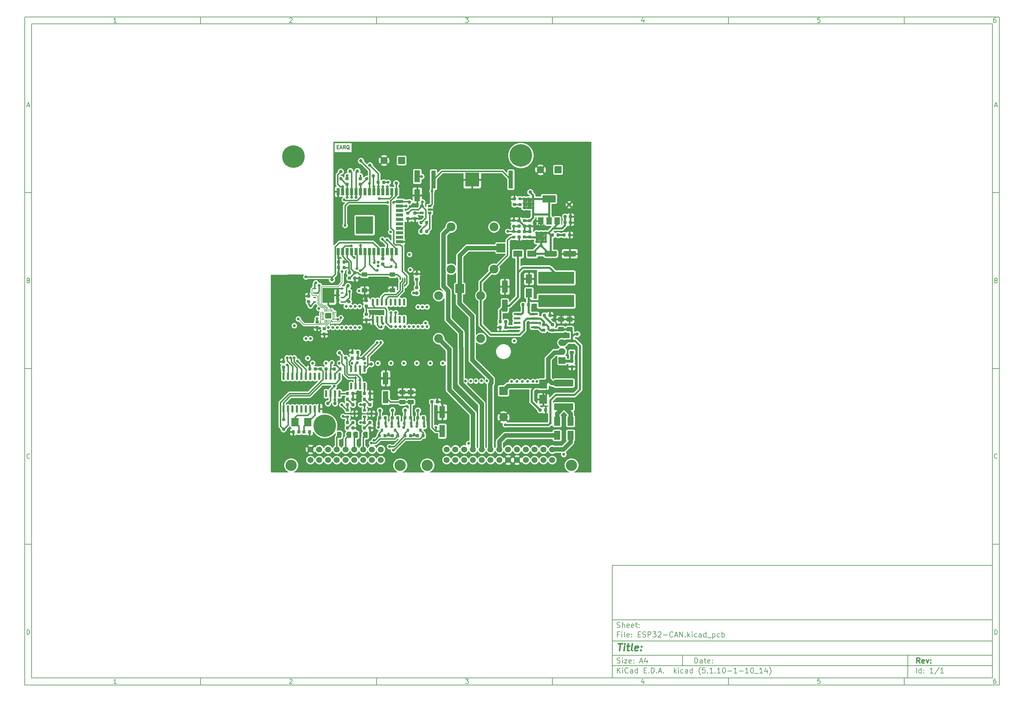
<source format=gtl>
G04 #@! TF.GenerationSoftware,KiCad,Pcbnew,(5.1.10-1-10_14)*
G04 #@! TF.CreationDate,2021-11-05T12:47:59+08:00*
G04 #@! TF.ProjectId,ESP32-CAN,45535033-322d-4434-914e-2e6b69636164,rev?*
G04 #@! TF.SameCoordinates,Original*
G04 #@! TF.FileFunction,Copper,L1,Top*
G04 #@! TF.FilePolarity,Positive*
%FSLAX46Y46*%
G04 Gerber Fmt 4.6, Leading zero omitted, Abs format (unit mm)*
G04 Created by KiCad (PCBNEW (5.1.10-1-10_14)) date 2021-11-05 12:47:59*
%MOMM*%
%LPD*%
G01*
G04 APERTURE LIST*
%ADD10C,0.100000*%
%ADD11C,0.150000*%
%ADD12C,0.300000*%
%ADD13C,0.400000*%
G04 #@! TA.AperFunction,NonConductor*
%ADD14C,0.250000*%
G04 #@! TD*
G04 #@! TA.AperFunction,WasherPad*
%ADD15C,3.200000*%
G04 #@! TD*
G04 #@! TA.AperFunction,ComponentPad*
%ADD16C,1.700000*%
G04 #@! TD*
G04 #@! TA.AperFunction,SMDPad,CuDef*
%ADD17R,3.450000X4.350000*%
G04 #@! TD*
G04 #@! TA.AperFunction,SMDPad,CuDef*
%ADD18R,0.950000X0.450000*%
G04 #@! TD*
G04 #@! TA.AperFunction,SMDPad,CuDef*
%ADD19R,1.800000X2.500000*%
G04 #@! TD*
G04 #@! TA.AperFunction,SMDPad,CuDef*
%ADD20R,2.300000X2.500000*%
G04 #@! TD*
G04 #@! TA.AperFunction,SMDPad,CuDef*
%ADD21R,1.200000X0.900000*%
G04 #@! TD*
G04 #@! TA.AperFunction,SMDPad,CuDef*
%ADD22R,2.500000X1.800000*%
G04 #@! TD*
G04 #@! TA.AperFunction,SMDPad,CuDef*
%ADD23R,1.500000X2.000000*%
G04 #@! TD*
G04 #@! TA.AperFunction,SMDPad,CuDef*
%ADD24R,3.800000X2.000000*%
G04 #@! TD*
G04 #@! TA.AperFunction,SMDPad,CuDef*
%ADD25C,1.000000*%
G04 #@! TD*
G04 #@! TA.AperFunction,SMDPad,CuDef*
%ADD26R,1.270000X5.080000*%
G04 #@! TD*
G04 #@! TA.AperFunction,SMDPad,CuDef*
%ADD27R,3.960000X3.960000*%
G04 #@! TD*
G04 #@! TA.AperFunction,SMDPad,CuDef*
%ADD28R,2.000000X2.400000*%
G04 #@! TD*
G04 #@! TA.AperFunction,SMDPad,CuDef*
%ADD29R,0.900000X0.800000*%
G04 #@! TD*
G04 #@! TA.AperFunction,ComponentPad*
%ADD30R,2.400000X2.400000*%
G04 #@! TD*
G04 #@! TA.AperFunction,ComponentPad*
%ADD31C,2.400000*%
G04 #@! TD*
G04 #@! TA.AperFunction,ComponentPad*
%ADD32O,2.000000X1.905000*%
G04 #@! TD*
G04 #@! TA.AperFunction,ComponentPad*
%ADD33R,2.000000X1.905000*%
G04 #@! TD*
G04 #@! TA.AperFunction,ComponentPad*
%ADD34R,2.500000X2.500000*%
G04 #@! TD*
G04 #@! TA.AperFunction,ComponentPad*
%ADD35O,2.500000X2.500000*%
G04 #@! TD*
G04 #@! TA.AperFunction,SMDPad,CuDef*
%ADD36R,1.600000X3.500000*%
G04 #@! TD*
G04 #@! TA.AperFunction,SMDPad,CuDef*
%ADD37R,0.900000X2.000000*%
G04 #@! TD*
G04 #@! TA.AperFunction,SMDPad,CuDef*
%ADD38R,2.000000X0.900000*%
G04 #@! TD*
G04 #@! TA.AperFunction,SMDPad,CuDef*
%ADD39R,5.000000X5.000000*%
G04 #@! TD*
G04 #@! TA.AperFunction,SMDPad,CuDef*
%ADD40C,0.100000*%
G04 #@! TD*
G04 #@! TA.AperFunction,SMDPad,CuDef*
%ADD41R,0.400000X0.650000*%
G04 #@! TD*
G04 #@! TA.AperFunction,ComponentPad*
%ADD42C,0.800000*%
G04 #@! TD*
G04 #@! TA.AperFunction,ComponentPad*
%ADD43C,6.400000*%
G04 #@! TD*
G04 #@! TA.AperFunction,SMDPad,CuDef*
%ADD44R,0.800000X0.900000*%
G04 #@! TD*
G04 #@! TA.AperFunction,SMDPad,CuDef*
%ADD45R,10.200000X3.500000*%
G04 #@! TD*
G04 #@! TA.AperFunction,SMDPad,CuDef*
%ADD46R,1.550000X1.300000*%
G04 #@! TD*
G04 #@! TA.AperFunction,SMDPad,CuDef*
%ADD47R,1.060000X0.650000*%
G04 #@! TD*
G04 #@! TA.AperFunction,ComponentPad*
%ADD48R,2.000000X2.000000*%
G04 #@! TD*
G04 #@! TA.AperFunction,ComponentPad*
%ADD49C,2.000000*%
G04 #@! TD*
G04 #@! TA.AperFunction,ViaPad*
%ADD50C,0.800000*%
G04 #@! TD*
G04 #@! TA.AperFunction,ViaPad*
%ADD51C,0.600000*%
G04 #@! TD*
G04 #@! TA.AperFunction,Conductor*
%ADD52C,0.152400*%
G04 #@! TD*
G04 #@! TA.AperFunction,Conductor*
%ADD53C,0.406400*%
G04 #@! TD*
G04 #@! TA.AperFunction,Conductor*
%ADD54C,0.609600*%
G04 #@! TD*
G04 #@! TA.AperFunction,Conductor*
%ADD55C,1.270000*%
G04 #@! TD*
G04 #@! TA.AperFunction,Conductor*
%ADD56C,0.812800*%
G04 #@! TD*
G04 #@! TA.AperFunction,Conductor*
%ADD57C,0.254000*%
G04 #@! TD*
G04 #@! TA.AperFunction,Conductor*
%ADD58C,0.100000*%
G04 #@! TD*
G04 APERTURE END LIST*
D10*
D11*
X177002200Y-166007200D02*
X177002200Y-198007200D01*
X285002200Y-198007200D01*
X285002200Y-166007200D01*
X177002200Y-166007200D01*
D10*
D11*
X10000000Y-10000000D02*
X10000000Y-200007200D01*
X287002200Y-200007200D01*
X287002200Y-10000000D01*
X10000000Y-10000000D01*
D10*
D11*
X12000000Y-12000000D02*
X12000000Y-198007200D01*
X285002200Y-198007200D01*
X285002200Y-12000000D01*
X12000000Y-12000000D01*
D10*
D11*
X60000000Y-12000000D02*
X60000000Y-10000000D01*
D10*
D11*
X110000000Y-12000000D02*
X110000000Y-10000000D01*
D10*
D11*
X160000000Y-12000000D02*
X160000000Y-10000000D01*
D10*
D11*
X210000000Y-12000000D02*
X210000000Y-10000000D01*
D10*
D11*
X260000000Y-12000000D02*
X260000000Y-10000000D01*
D10*
D11*
X36065476Y-11588095D02*
X35322619Y-11588095D01*
X35694047Y-11588095D02*
X35694047Y-10288095D01*
X35570238Y-10473809D01*
X35446428Y-10597619D01*
X35322619Y-10659523D01*
D10*
D11*
X85322619Y-10411904D02*
X85384523Y-10350000D01*
X85508333Y-10288095D01*
X85817857Y-10288095D01*
X85941666Y-10350000D01*
X86003571Y-10411904D01*
X86065476Y-10535714D01*
X86065476Y-10659523D01*
X86003571Y-10845238D01*
X85260714Y-11588095D01*
X86065476Y-11588095D01*
D10*
D11*
X135260714Y-10288095D02*
X136065476Y-10288095D01*
X135632142Y-10783333D01*
X135817857Y-10783333D01*
X135941666Y-10845238D01*
X136003571Y-10907142D01*
X136065476Y-11030952D01*
X136065476Y-11340476D01*
X136003571Y-11464285D01*
X135941666Y-11526190D01*
X135817857Y-11588095D01*
X135446428Y-11588095D01*
X135322619Y-11526190D01*
X135260714Y-11464285D01*
D10*
D11*
X185941666Y-10721428D02*
X185941666Y-11588095D01*
X185632142Y-10226190D02*
X185322619Y-11154761D01*
X186127380Y-11154761D01*
D10*
D11*
X236003571Y-10288095D02*
X235384523Y-10288095D01*
X235322619Y-10907142D01*
X235384523Y-10845238D01*
X235508333Y-10783333D01*
X235817857Y-10783333D01*
X235941666Y-10845238D01*
X236003571Y-10907142D01*
X236065476Y-11030952D01*
X236065476Y-11340476D01*
X236003571Y-11464285D01*
X235941666Y-11526190D01*
X235817857Y-11588095D01*
X235508333Y-11588095D01*
X235384523Y-11526190D01*
X235322619Y-11464285D01*
D10*
D11*
X285941666Y-10288095D02*
X285694047Y-10288095D01*
X285570238Y-10350000D01*
X285508333Y-10411904D01*
X285384523Y-10597619D01*
X285322619Y-10845238D01*
X285322619Y-11340476D01*
X285384523Y-11464285D01*
X285446428Y-11526190D01*
X285570238Y-11588095D01*
X285817857Y-11588095D01*
X285941666Y-11526190D01*
X286003571Y-11464285D01*
X286065476Y-11340476D01*
X286065476Y-11030952D01*
X286003571Y-10907142D01*
X285941666Y-10845238D01*
X285817857Y-10783333D01*
X285570238Y-10783333D01*
X285446428Y-10845238D01*
X285384523Y-10907142D01*
X285322619Y-11030952D01*
D10*
D11*
X60000000Y-198007200D02*
X60000000Y-200007200D01*
D10*
D11*
X110000000Y-198007200D02*
X110000000Y-200007200D01*
D10*
D11*
X160000000Y-198007200D02*
X160000000Y-200007200D01*
D10*
D11*
X210000000Y-198007200D02*
X210000000Y-200007200D01*
D10*
D11*
X260000000Y-198007200D02*
X260000000Y-200007200D01*
D10*
D11*
X36065476Y-199595295D02*
X35322619Y-199595295D01*
X35694047Y-199595295D02*
X35694047Y-198295295D01*
X35570238Y-198481009D01*
X35446428Y-198604819D01*
X35322619Y-198666723D01*
D10*
D11*
X85322619Y-198419104D02*
X85384523Y-198357200D01*
X85508333Y-198295295D01*
X85817857Y-198295295D01*
X85941666Y-198357200D01*
X86003571Y-198419104D01*
X86065476Y-198542914D01*
X86065476Y-198666723D01*
X86003571Y-198852438D01*
X85260714Y-199595295D01*
X86065476Y-199595295D01*
D10*
D11*
X135260714Y-198295295D02*
X136065476Y-198295295D01*
X135632142Y-198790533D01*
X135817857Y-198790533D01*
X135941666Y-198852438D01*
X136003571Y-198914342D01*
X136065476Y-199038152D01*
X136065476Y-199347676D01*
X136003571Y-199471485D01*
X135941666Y-199533390D01*
X135817857Y-199595295D01*
X135446428Y-199595295D01*
X135322619Y-199533390D01*
X135260714Y-199471485D01*
D10*
D11*
X185941666Y-198728628D02*
X185941666Y-199595295D01*
X185632142Y-198233390D02*
X185322619Y-199161961D01*
X186127380Y-199161961D01*
D10*
D11*
X236003571Y-198295295D02*
X235384523Y-198295295D01*
X235322619Y-198914342D01*
X235384523Y-198852438D01*
X235508333Y-198790533D01*
X235817857Y-198790533D01*
X235941666Y-198852438D01*
X236003571Y-198914342D01*
X236065476Y-199038152D01*
X236065476Y-199347676D01*
X236003571Y-199471485D01*
X235941666Y-199533390D01*
X235817857Y-199595295D01*
X235508333Y-199595295D01*
X235384523Y-199533390D01*
X235322619Y-199471485D01*
D10*
D11*
X285941666Y-198295295D02*
X285694047Y-198295295D01*
X285570238Y-198357200D01*
X285508333Y-198419104D01*
X285384523Y-198604819D01*
X285322619Y-198852438D01*
X285322619Y-199347676D01*
X285384523Y-199471485D01*
X285446428Y-199533390D01*
X285570238Y-199595295D01*
X285817857Y-199595295D01*
X285941666Y-199533390D01*
X286003571Y-199471485D01*
X286065476Y-199347676D01*
X286065476Y-199038152D01*
X286003571Y-198914342D01*
X285941666Y-198852438D01*
X285817857Y-198790533D01*
X285570238Y-198790533D01*
X285446428Y-198852438D01*
X285384523Y-198914342D01*
X285322619Y-199038152D01*
D10*
D11*
X10000000Y-60000000D02*
X12000000Y-60000000D01*
D10*
D11*
X10000000Y-110000000D02*
X12000000Y-110000000D01*
D10*
D11*
X10000000Y-160000000D02*
X12000000Y-160000000D01*
D10*
D11*
X10690476Y-35216666D02*
X11309523Y-35216666D01*
X10566666Y-35588095D02*
X11000000Y-34288095D01*
X11433333Y-35588095D01*
D10*
D11*
X11092857Y-84907142D02*
X11278571Y-84969047D01*
X11340476Y-85030952D01*
X11402380Y-85154761D01*
X11402380Y-85340476D01*
X11340476Y-85464285D01*
X11278571Y-85526190D01*
X11154761Y-85588095D01*
X10659523Y-85588095D01*
X10659523Y-84288095D01*
X11092857Y-84288095D01*
X11216666Y-84350000D01*
X11278571Y-84411904D01*
X11340476Y-84535714D01*
X11340476Y-84659523D01*
X11278571Y-84783333D01*
X11216666Y-84845238D01*
X11092857Y-84907142D01*
X10659523Y-84907142D01*
D10*
D11*
X11402380Y-135464285D02*
X11340476Y-135526190D01*
X11154761Y-135588095D01*
X11030952Y-135588095D01*
X10845238Y-135526190D01*
X10721428Y-135402380D01*
X10659523Y-135278571D01*
X10597619Y-135030952D01*
X10597619Y-134845238D01*
X10659523Y-134597619D01*
X10721428Y-134473809D01*
X10845238Y-134350000D01*
X11030952Y-134288095D01*
X11154761Y-134288095D01*
X11340476Y-134350000D01*
X11402380Y-134411904D01*
D10*
D11*
X10659523Y-185588095D02*
X10659523Y-184288095D01*
X10969047Y-184288095D01*
X11154761Y-184350000D01*
X11278571Y-184473809D01*
X11340476Y-184597619D01*
X11402380Y-184845238D01*
X11402380Y-185030952D01*
X11340476Y-185278571D01*
X11278571Y-185402380D01*
X11154761Y-185526190D01*
X10969047Y-185588095D01*
X10659523Y-185588095D01*
D10*
D11*
X287002200Y-60000000D02*
X285002200Y-60000000D01*
D10*
D11*
X287002200Y-110000000D02*
X285002200Y-110000000D01*
D10*
D11*
X287002200Y-160000000D02*
X285002200Y-160000000D01*
D10*
D11*
X285692676Y-35216666D02*
X286311723Y-35216666D01*
X285568866Y-35588095D02*
X286002200Y-34288095D01*
X286435533Y-35588095D01*
D10*
D11*
X286095057Y-84907142D02*
X286280771Y-84969047D01*
X286342676Y-85030952D01*
X286404580Y-85154761D01*
X286404580Y-85340476D01*
X286342676Y-85464285D01*
X286280771Y-85526190D01*
X286156961Y-85588095D01*
X285661723Y-85588095D01*
X285661723Y-84288095D01*
X286095057Y-84288095D01*
X286218866Y-84350000D01*
X286280771Y-84411904D01*
X286342676Y-84535714D01*
X286342676Y-84659523D01*
X286280771Y-84783333D01*
X286218866Y-84845238D01*
X286095057Y-84907142D01*
X285661723Y-84907142D01*
D10*
D11*
X286404580Y-135464285D02*
X286342676Y-135526190D01*
X286156961Y-135588095D01*
X286033152Y-135588095D01*
X285847438Y-135526190D01*
X285723628Y-135402380D01*
X285661723Y-135278571D01*
X285599819Y-135030952D01*
X285599819Y-134845238D01*
X285661723Y-134597619D01*
X285723628Y-134473809D01*
X285847438Y-134350000D01*
X286033152Y-134288095D01*
X286156961Y-134288095D01*
X286342676Y-134350000D01*
X286404580Y-134411904D01*
D10*
D11*
X285661723Y-185588095D02*
X285661723Y-184288095D01*
X285971247Y-184288095D01*
X286156961Y-184350000D01*
X286280771Y-184473809D01*
X286342676Y-184597619D01*
X286404580Y-184845238D01*
X286404580Y-185030952D01*
X286342676Y-185278571D01*
X286280771Y-185402380D01*
X286156961Y-185526190D01*
X285971247Y-185588095D01*
X285661723Y-185588095D01*
D10*
D11*
X200434342Y-193785771D02*
X200434342Y-192285771D01*
X200791485Y-192285771D01*
X201005771Y-192357200D01*
X201148628Y-192500057D01*
X201220057Y-192642914D01*
X201291485Y-192928628D01*
X201291485Y-193142914D01*
X201220057Y-193428628D01*
X201148628Y-193571485D01*
X201005771Y-193714342D01*
X200791485Y-193785771D01*
X200434342Y-193785771D01*
X202577200Y-193785771D02*
X202577200Y-193000057D01*
X202505771Y-192857200D01*
X202362914Y-192785771D01*
X202077200Y-192785771D01*
X201934342Y-192857200D01*
X202577200Y-193714342D02*
X202434342Y-193785771D01*
X202077200Y-193785771D01*
X201934342Y-193714342D01*
X201862914Y-193571485D01*
X201862914Y-193428628D01*
X201934342Y-193285771D01*
X202077200Y-193214342D01*
X202434342Y-193214342D01*
X202577200Y-193142914D01*
X203077200Y-192785771D02*
X203648628Y-192785771D01*
X203291485Y-192285771D02*
X203291485Y-193571485D01*
X203362914Y-193714342D01*
X203505771Y-193785771D01*
X203648628Y-193785771D01*
X204720057Y-193714342D02*
X204577200Y-193785771D01*
X204291485Y-193785771D01*
X204148628Y-193714342D01*
X204077200Y-193571485D01*
X204077200Y-193000057D01*
X204148628Y-192857200D01*
X204291485Y-192785771D01*
X204577200Y-192785771D01*
X204720057Y-192857200D01*
X204791485Y-193000057D01*
X204791485Y-193142914D01*
X204077200Y-193285771D01*
X205434342Y-193642914D02*
X205505771Y-193714342D01*
X205434342Y-193785771D01*
X205362914Y-193714342D01*
X205434342Y-193642914D01*
X205434342Y-193785771D01*
X205434342Y-192857200D02*
X205505771Y-192928628D01*
X205434342Y-193000057D01*
X205362914Y-192928628D01*
X205434342Y-192857200D01*
X205434342Y-193000057D01*
D10*
D11*
X177002200Y-194507200D02*
X285002200Y-194507200D01*
D10*
D11*
X178434342Y-196585771D02*
X178434342Y-195085771D01*
X179291485Y-196585771D02*
X178648628Y-195728628D01*
X179291485Y-195085771D02*
X178434342Y-195942914D01*
X179934342Y-196585771D02*
X179934342Y-195585771D01*
X179934342Y-195085771D02*
X179862914Y-195157200D01*
X179934342Y-195228628D01*
X180005771Y-195157200D01*
X179934342Y-195085771D01*
X179934342Y-195228628D01*
X181505771Y-196442914D02*
X181434342Y-196514342D01*
X181220057Y-196585771D01*
X181077200Y-196585771D01*
X180862914Y-196514342D01*
X180720057Y-196371485D01*
X180648628Y-196228628D01*
X180577200Y-195942914D01*
X180577200Y-195728628D01*
X180648628Y-195442914D01*
X180720057Y-195300057D01*
X180862914Y-195157200D01*
X181077200Y-195085771D01*
X181220057Y-195085771D01*
X181434342Y-195157200D01*
X181505771Y-195228628D01*
X182791485Y-196585771D02*
X182791485Y-195800057D01*
X182720057Y-195657200D01*
X182577200Y-195585771D01*
X182291485Y-195585771D01*
X182148628Y-195657200D01*
X182791485Y-196514342D02*
X182648628Y-196585771D01*
X182291485Y-196585771D01*
X182148628Y-196514342D01*
X182077200Y-196371485D01*
X182077200Y-196228628D01*
X182148628Y-196085771D01*
X182291485Y-196014342D01*
X182648628Y-196014342D01*
X182791485Y-195942914D01*
X184148628Y-196585771D02*
X184148628Y-195085771D01*
X184148628Y-196514342D02*
X184005771Y-196585771D01*
X183720057Y-196585771D01*
X183577200Y-196514342D01*
X183505771Y-196442914D01*
X183434342Y-196300057D01*
X183434342Y-195871485D01*
X183505771Y-195728628D01*
X183577200Y-195657200D01*
X183720057Y-195585771D01*
X184005771Y-195585771D01*
X184148628Y-195657200D01*
X186005771Y-195800057D02*
X186505771Y-195800057D01*
X186720057Y-196585771D02*
X186005771Y-196585771D01*
X186005771Y-195085771D01*
X186720057Y-195085771D01*
X187362914Y-196442914D02*
X187434342Y-196514342D01*
X187362914Y-196585771D01*
X187291485Y-196514342D01*
X187362914Y-196442914D01*
X187362914Y-196585771D01*
X188077200Y-196585771D02*
X188077200Y-195085771D01*
X188434342Y-195085771D01*
X188648628Y-195157200D01*
X188791485Y-195300057D01*
X188862914Y-195442914D01*
X188934342Y-195728628D01*
X188934342Y-195942914D01*
X188862914Y-196228628D01*
X188791485Y-196371485D01*
X188648628Y-196514342D01*
X188434342Y-196585771D01*
X188077200Y-196585771D01*
X189577200Y-196442914D02*
X189648628Y-196514342D01*
X189577200Y-196585771D01*
X189505771Y-196514342D01*
X189577200Y-196442914D01*
X189577200Y-196585771D01*
X190220057Y-196157200D02*
X190934342Y-196157200D01*
X190077200Y-196585771D02*
X190577200Y-195085771D01*
X191077200Y-196585771D01*
X191577200Y-196442914D02*
X191648628Y-196514342D01*
X191577200Y-196585771D01*
X191505771Y-196514342D01*
X191577200Y-196442914D01*
X191577200Y-196585771D01*
X194577200Y-196585771D02*
X194577200Y-195085771D01*
X194720057Y-196014342D02*
X195148628Y-196585771D01*
X195148628Y-195585771D02*
X194577200Y-196157200D01*
X195791485Y-196585771D02*
X195791485Y-195585771D01*
X195791485Y-195085771D02*
X195720057Y-195157200D01*
X195791485Y-195228628D01*
X195862914Y-195157200D01*
X195791485Y-195085771D01*
X195791485Y-195228628D01*
X197148628Y-196514342D02*
X197005771Y-196585771D01*
X196720057Y-196585771D01*
X196577200Y-196514342D01*
X196505771Y-196442914D01*
X196434342Y-196300057D01*
X196434342Y-195871485D01*
X196505771Y-195728628D01*
X196577200Y-195657200D01*
X196720057Y-195585771D01*
X197005771Y-195585771D01*
X197148628Y-195657200D01*
X198434342Y-196585771D02*
X198434342Y-195800057D01*
X198362914Y-195657200D01*
X198220057Y-195585771D01*
X197934342Y-195585771D01*
X197791485Y-195657200D01*
X198434342Y-196514342D02*
X198291485Y-196585771D01*
X197934342Y-196585771D01*
X197791485Y-196514342D01*
X197720057Y-196371485D01*
X197720057Y-196228628D01*
X197791485Y-196085771D01*
X197934342Y-196014342D01*
X198291485Y-196014342D01*
X198434342Y-195942914D01*
X199791485Y-196585771D02*
X199791485Y-195085771D01*
X199791485Y-196514342D02*
X199648628Y-196585771D01*
X199362914Y-196585771D01*
X199220057Y-196514342D01*
X199148628Y-196442914D01*
X199077200Y-196300057D01*
X199077200Y-195871485D01*
X199148628Y-195728628D01*
X199220057Y-195657200D01*
X199362914Y-195585771D01*
X199648628Y-195585771D01*
X199791485Y-195657200D01*
X202077200Y-197157200D02*
X202005771Y-197085771D01*
X201862914Y-196871485D01*
X201791485Y-196728628D01*
X201720057Y-196514342D01*
X201648628Y-196157200D01*
X201648628Y-195871485D01*
X201720057Y-195514342D01*
X201791485Y-195300057D01*
X201862914Y-195157200D01*
X202005771Y-194942914D01*
X202077200Y-194871485D01*
X203362914Y-195085771D02*
X202648628Y-195085771D01*
X202577200Y-195800057D01*
X202648628Y-195728628D01*
X202791485Y-195657200D01*
X203148628Y-195657200D01*
X203291485Y-195728628D01*
X203362914Y-195800057D01*
X203434342Y-195942914D01*
X203434342Y-196300057D01*
X203362914Y-196442914D01*
X203291485Y-196514342D01*
X203148628Y-196585771D01*
X202791485Y-196585771D01*
X202648628Y-196514342D01*
X202577200Y-196442914D01*
X204077200Y-196442914D02*
X204148628Y-196514342D01*
X204077200Y-196585771D01*
X204005771Y-196514342D01*
X204077200Y-196442914D01*
X204077200Y-196585771D01*
X205577200Y-196585771D02*
X204720057Y-196585771D01*
X205148628Y-196585771D02*
X205148628Y-195085771D01*
X205005771Y-195300057D01*
X204862914Y-195442914D01*
X204720057Y-195514342D01*
X206220057Y-196442914D02*
X206291485Y-196514342D01*
X206220057Y-196585771D01*
X206148628Y-196514342D01*
X206220057Y-196442914D01*
X206220057Y-196585771D01*
X207720057Y-196585771D02*
X206862914Y-196585771D01*
X207291485Y-196585771D02*
X207291485Y-195085771D01*
X207148628Y-195300057D01*
X207005771Y-195442914D01*
X206862914Y-195514342D01*
X208648628Y-195085771D02*
X208791485Y-195085771D01*
X208934342Y-195157200D01*
X209005771Y-195228628D01*
X209077200Y-195371485D01*
X209148628Y-195657200D01*
X209148628Y-196014342D01*
X209077200Y-196300057D01*
X209005771Y-196442914D01*
X208934342Y-196514342D01*
X208791485Y-196585771D01*
X208648628Y-196585771D01*
X208505771Y-196514342D01*
X208434342Y-196442914D01*
X208362914Y-196300057D01*
X208291485Y-196014342D01*
X208291485Y-195657200D01*
X208362914Y-195371485D01*
X208434342Y-195228628D01*
X208505771Y-195157200D01*
X208648628Y-195085771D01*
X209791485Y-196014342D02*
X210934342Y-196014342D01*
X212434342Y-196585771D02*
X211577200Y-196585771D01*
X212005771Y-196585771D02*
X212005771Y-195085771D01*
X211862914Y-195300057D01*
X211720057Y-195442914D01*
X211577200Y-195514342D01*
X213077200Y-196014342D02*
X214220057Y-196014342D01*
X215720057Y-196585771D02*
X214862914Y-196585771D01*
X215291485Y-196585771D02*
X215291485Y-195085771D01*
X215148628Y-195300057D01*
X215005771Y-195442914D01*
X214862914Y-195514342D01*
X216648628Y-195085771D02*
X216791485Y-195085771D01*
X216934342Y-195157200D01*
X217005771Y-195228628D01*
X217077200Y-195371485D01*
X217148628Y-195657200D01*
X217148628Y-196014342D01*
X217077200Y-196300057D01*
X217005771Y-196442914D01*
X216934342Y-196514342D01*
X216791485Y-196585771D01*
X216648628Y-196585771D01*
X216505771Y-196514342D01*
X216434342Y-196442914D01*
X216362914Y-196300057D01*
X216291485Y-196014342D01*
X216291485Y-195657200D01*
X216362914Y-195371485D01*
X216434342Y-195228628D01*
X216505771Y-195157200D01*
X216648628Y-195085771D01*
X217434342Y-196728628D02*
X218577200Y-196728628D01*
X219720057Y-196585771D02*
X218862914Y-196585771D01*
X219291485Y-196585771D02*
X219291485Y-195085771D01*
X219148628Y-195300057D01*
X219005771Y-195442914D01*
X218862914Y-195514342D01*
X221005771Y-195585771D02*
X221005771Y-196585771D01*
X220648628Y-195014342D02*
X220291485Y-196085771D01*
X221220057Y-196085771D01*
X221648628Y-197157200D02*
X221720057Y-197085771D01*
X221862914Y-196871485D01*
X221934342Y-196728628D01*
X222005771Y-196514342D01*
X222077200Y-196157200D01*
X222077200Y-195871485D01*
X222005771Y-195514342D01*
X221934342Y-195300057D01*
X221862914Y-195157200D01*
X221720057Y-194942914D01*
X221648628Y-194871485D01*
D10*
D11*
X177002200Y-191507200D02*
X285002200Y-191507200D01*
D10*
D12*
X264411485Y-193785771D02*
X263911485Y-193071485D01*
X263554342Y-193785771D02*
X263554342Y-192285771D01*
X264125771Y-192285771D01*
X264268628Y-192357200D01*
X264340057Y-192428628D01*
X264411485Y-192571485D01*
X264411485Y-192785771D01*
X264340057Y-192928628D01*
X264268628Y-193000057D01*
X264125771Y-193071485D01*
X263554342Y-193071485D01*
X265625771Y-193714342D02*
X265482914Y-193785771D01*
X265197200Y-193785771D01*
X265054342Y-193714342D01*
X264982914Y-193571485D01*
X264982914Y-193000057D01*
X265054342Y-192857200D01*
X265197200Y-192785771D01*
X265482914Y-192785771D01*
X265625771Y-192857200D01*
X265697200Y-193000057D01*
X265697200Y-193142914D01*
X264982914Y-193285771D01*
X266197200Y-192785771D02*
X266554342Y-193785771D01*
X266911485Y-192785771D01*
X267482914Y-193642914D02*
X267554342Y-193714342D01*
X267482914Y-193785771D01*
X267411485Y-193714342D01*
X267482914Y-193642914D01*
X267482914Y-193785771D01*
X267482914Y-192857200D02*
X267554342Y-192928628D01*
X267482914Y-193000057D01*
X267411485Y-192928628D01*
X267482914Y-192857200D01*
X267482914Y-193000057D01*
D10*
D11*
X178362914Y-193714342D02*
X178577200Y-193785771D01*
X178934342Y-193785771D01*
X179077200Y-193714342D01*
X179148628Y-193642914D01*
X179220057Y-193500057D01*
X179220057Y-193357200D01*
X179148628Y-193214342D01*
X179077200Y-193142914D01*
X178934342Y-193071485D01*
X178648628Y-193000057D01*
X178505771Y-192928628D01*
X178434342Y-192857200D01*
X178362914Y-192714342D01*
X178362914Y-192571485D01*
X178434342Y-192428628D01*
X178505771Y-192357200D01*
X178648628Y-192285771D01*
X179005771Y-192285771D01*
X179220057Y-192357200D01*
X179862914Y-193785771D02*
X179862914Y-192785771D01*
X179862914Y-192285771D02*
X179791485Y-192357200D01*
X179862914Y-192428628D01*
X179934342Y-192357200D01*
X179862914Y-192285771D01*
X179862914Y-192428628D01*
X180434342Y-192785771D02*
X181220057Y-192785771D01*
X180434342Y-193785771D01*
X181220057Y-193785771D01*
X182362914Y-193714342D02*
X182220057Y-193785771D01*
X181934342Y-193785771D01*
X181791485Y-193714342D01*
X181720057Y-193571485D01*
X181720057Y-193000057D01*
X181791485Y-192857200D01*
X181934342Y-192785771D01*
X182220057Y-192785771D01*
X182362914Y-192857200D01*
X182434342Y-193000057D01*
X182434342Y-193142914D01*
X181720057Y-193285771D01*
X183077200Y-193642914D02*
X183148628Y-193714342D01*
X183077200Y-193785771D01*
X183005771Y-193714342D01*
X183077200Y-193642914D01*
X183077200Y-193785771D01*
X183077200Y-192857200D02*
X183148628Y-192928628D01*
X183077200Y-193000057D01*
X183005771Y-192928628D01*
X183077200Y-192857200D01*
X183077200Y-193000057D01*
X184862914Y-193357200D02*
X185577200Y-193357200D01*
X184720057Y-193785771D02*
X185220057Y-192285771D01*
X185720057Y-193785771D01*
X186862914Y-192785771D02*
X186862914Y-193785771D01*
X186505771Y-192214342D02*
X186148628Y-193285771D01*
X187077200Y-193285771D01*
D10*
D11*
X263434342Y-196585771D02*
X263434342Y-195085771D01*
X264791485Y-196585771D02*
X264791485Y-195085771D01*
X264791485Y-196514342D02*
X264648628Y-196585771D01*
X264362914Y-196585771D01*
X264220057Y-196514342D01*
X264148628Y-196442914D01*
X264077200Y-196300057D01*
X264077200Y-195871485D01*
X264148628Y-195728628D01*
X264220057Y-195657200D01*
X264362914Y-195585771D01*
X264648628Y-195585771D01*
X264791485Y-195657200D01*
X265505771Y-196442914D02*
X265577200Y-196514342D01*
X265505771Y-196585771D01*
X265434342Y-196514342D01*
X265505771Y-196442914D01*
X265505771Y-196585771D01*
X265505771Y-195657200D02*
X265577200Y-195728628D01*
X265505771Y-195800057D01*
X265434342Y-195728628D01*
X265505771Y-195657200D01*
X265505771Y-195800057D01*
X268148628Y-196585771D02*
X267291485Y-196585771D01*
X267720057Y-196585771D02*
X267720057Y-195085771D01*
X267577200Y-195300057D01*
X267434342Y-195442914D01*
X267291485Y-195514342D01*
X269862914Y-195014342D02*
X268577200Y-196942914D01*
X271148628Y-196585771D02*
X270291485Y-196585771D01*
X270720057Y-196585771D02*
X270720057Y-195085771D01*
X270577200Y-195300057D01*
X270434342Y-195442914D01*
X270291485Y-195514342D01*
D10*
D11*
X177002200Y-187507200D02*
X285002200Y-187507200D01*
D10*
D13*
X178714580Y-188211961D02*
X179857438Y-188211961D01*
X179036009Y-190211961D02*
X179286009Y-188211961D01*
X180274104Y-190211961D02*
X180440771Y-188878628D01*
X180524104Y-188211961D02*
X180416961Y-188307200D01*
X180500295Y-188402438D01*
X180607438Y-188307200D01*
X180524104Y-188211961D01*
X180500295Y-188402438D01*
X181107438Y-188878628D02*
X181869342Y-188878628D01*
X181476485Y-188211961D02*
X181262200Y-189926247D01*
X181333628Y-190116723D01*
X181512200Y-190211961D01*
X181702676Y-190211961D01*
X182655057Y-190211961D02*
X182476485Y-190116723D01*
X182405057Y-189926247D01*
X182619342Y-188211961D01*
X184190771Y-190116723D02*
X183988390Y-190211961D01*
X183607438Y-190211961D01*
X183428866Y-190116723D01*
X183357438Y-189926247D01*
X183452676Y-189164342D01*
X183571723Y-188973866D01*
X183774104Y-188878628D01*
X184155057Y-188878628D01*
X184333628Y-188973866D01*
X184405057Y-189164342D01*
X184381247Y-189354819D01*
X183405057Y-189545295D01*
X185155057Y-190021485D02*
X185238390Y-190116723D01*
X185131247Y-190211961D01*
X185047914Y-190116723D01*
X185155057Y-190021485D01*
X185131247Y-190211961D01*
X185286009Y-188973866D02*
X185369342Y-189069104D01*
X185262200Y-189164342D01*
X185178866Y-189069104D01*
X185286009Y-188973866D01*
X185262200Y-189164342D01*
D10*
D11*
X178934342Y-185600057D02*
X178434342Y-185600057D01*
X178434342Y-186385771D02*
X178434342Y-184885771D01*
X179148628Y-184885771D01*
X179720057Y-186385771D02*
X179720057Y-185385771D01*
X179720057Y-184885771D02*
X179648628Y-184957200D01*
X179720057Y-185028628D01*
X179791485Y-184957200D01*
X179720057Y-184885771D01*
X179720057Y-185028628D01*
X180648628Y-186385771D02*
X180505771Y-186314342D01*
X180434342Y-186171485D01*
X180434342Y-184885771D01*
X181791485Y-186314342D02*
X181648628Y-186385771D01*
X181362914Y-186385771D01*
X181220057Y-186314342D01*
X181148628Y-186171485D01*
X181148628Y-185600057D01*
X181220057Y-185457200D01*
X181362914Y-185385771D01*
X181648628Y-185385771D01*
X181791485Y-185457200D01*
X181862914Y-185600057D01*
X181862914Y-185742914D01*
X181148628Y-185885771D01*
X182505771Y-186242914D02*
X182577200Y-186314342D01*
X182505771Y-186385771D01*
X182434342Y-186314342D01*
X182505771Y-186242914D01*
X182505771Y-186385771D01*
X182505771Y-185457200D02*
X182577200Y-185528628D01*
X182505771Y-185600057D01*
X182434342Y-185528628D01*
X182505771Y-185457200D01*
X182505771Y-185600057D01*
X184362914Y-185600057D02*
X184862914Y-185600057D01*
X185077200Y-186385771D02*
X184362914Y-186385771D01*
X184362914Y-184885771D01*
X185077200Y-184885771D01*
X185648628Y-186314342D02*
X185862914Y-186385771D01*
X186220057Y-186385771D01*
X186362914Y-186314342D01*
X186434342Y-186242914D01*
X186505771Y-186100057D01*
X186505771Y-185957200D01*
X186434342Y-185814342D01*
X186362914Y-185742914D01*
X186220057Y-185671485D01*
X185934342Y-185600057D01*
X185791485Y-185528628D01*
X185720057Y-185457200D01*
X185648628Y-185314342D01*
X185648628Y-185171485D01*
X185720057Y-185028628D01*
X185791485Y-184957200D01*
X185934342Y-184885771D01*
X186291485Y-184885771D01*
X186505771Y-184957200D01*
X187148628Y-186385771D02*
X187148628Y-184885771D01*
X187720057Y-184885771D01*
X187862914Y-184957200D01*
X187934342Y-185028628D01*
X188005771Y-185171485D01*
X188005771Y-185385771D01*
X187934342Y-185528628D01*
X187862914Y-185600057D01*
X187720057Y-185671485D01*
X187148628Y-185671485D01*
X188505771Y-184885771D02*
X189434342Y-184885771D01*
X188934342Y-185457200D01*
X189148628Y-185457200D01*
X189291485Y-185528628D01*
X189362914Y-185600057D01*
X189434342Y-185742914D01*
X189434342Y-186100057D01*
X189362914Y-186242914D01*
X189291485Y-186314342D01*
X189148628Y-186385771D01*
X188720057Y-186385771D01*
X188577200Y-186314342D01*
X188505771Y-186242914D01*
X190005771Y-185028628D02*
X190077200Y-184957200D01*
X190220057Y-184885771D01*
X190577200Y-184885771D01*
X190720057Y-184957200D01*
X190791485Y-185028628D01*
X190862914Y-185171485D01*
X190862914Y-185314342D01*
X190791485Y-185528628D01*
X189934342Y-186385771D01*
X190862914Y-186385771D01*
X191505771Y-185814342D02*
X192648628Y-185814342D01*
X194220057Y-186242914D02*
X194148628Y-186314342D01*
X193934342Y-186385771D01*
X193791485Y-186385771D01*
X193577200Y-186314342D01*
X193434342Y-186171485D01*
X193362914Y-186028628D01*
X193291485Y-185742914D01*
X193291485Y-185528628D01*
X193362914Y-185242914D01*
X193434342Y-185100057D01*
X193577200Y-184957200D01*
X193791485Y-184885771D01*
X193934342Y-184885771D01*
X194148628Y-184957200D01*
X194220057Y-185028628D01*
X194791485Y-185957200D02*
X195505771Y-185957200D01*
X194648628Y-186385771D02*
X195148628Y-184885771D01*
X195648628Y-186385771D01*
X196148628Y-186385771D02*
X196148628Y-184885771D01*
X197005771Y-186385771D01*
X197005771Y-184885771D01*
X197720057Y-186242914D02*
X197791485Y-186314342D01*
X197720057Y-186385771D01*
X197648628Y-186314342D01*
X197720057Y-186242914D01*
X197720057Y-186385771D01*
X198434342Y-186385771D02*
X198434342Y-184885771D01*
X198577200Y-185814342D02*
X199005771Y-186385771D01*
X199005771Y-185385771D02*
X198434342Y-185957200D01*
X199648628Y-186385771D02*
X199648628Y-185385771D01*
X199648628Y-184885771D02*
X199577200Y-184957200D01*
X199648628Y-185028628D01*
X199720057Y-184957200D01*
X199648628Y-184885771D01*
X199648628Y-185028628D01*
X201005771Y-186314342D02*
X200862914Y-186385771D01*
X200577200Y-186385771D01*
X200434342Y-186314342D01*
X200362914Y-186242914D01*
X200291485Y-186100057D01*
X200291485Y-185671485D01*
X200362914Y-185528628D01*
X200434342Y-185457200D01*
X200577200Y-185385771D01*
X200862914Y-185385771D01*
X201005771Y-185457200D01*
X202291485Y-186385771D02*
X202291485Y-185600057D01*
X202220057Y-185457200D01*
X202077200Y-185385771D01*
X201791485Y-185385771D01*
X201648628Y-185457200D01*
X202291485Y-186314342D02*
X202148628Y-186385771D01*
X201791485Y-186385771D01*
X201648628Y-186314342D01*
X201577200Y-186171485D01*
X201577200Y-186028628D01*
X201648628Y-185885771D01*
X201791485Y-185814342D01*
X202148628Y-185814342D01*
X202291485Y-185742914D01*
X203648628Y-186385771D02*
X203648628Y-184885771D01*
X203648628Y-186314342D02*
X203505771Y-186385771D01*
X203220057Y-186385771D01*
X203077200Y-186314342D01*
X203005771Y-186242914D01*
X202934342Y-186100057D01*
X202934342Y-185671485D01*
X203005771Y-185528628D01*
X203077200Y-185457200D01*
X203220057Y-185385771D01*
X203505771Y-185385771D01*
X203648628Y-185457200D01*
X204005771Y-186528628D02*
X205148628Y-186528628D01*
X205505771Y-185385771D02*
X205505771Y-186885771D01*
X205505771Y-185457200D02*
X205648628Y-185385771D01*
X205934342Y-185385771D01*
X206077200Y-185457200D01*
X206148628Y-185528628D01*
X206220057Y-185671485D01*
X206220057Y-186100057D01*
X206148628Y-186242914D01*
X206077200Y-186314342D01*
X205934342Y-186385771D01*
X205648628Y-186385771D01*
X205505771Y-186314342D01*
X207505771Y-186314342D02*
X207362914Y-186385771D01*
X207077200Y-186385771D01*
X206934342Y-186314342D01*
X206862914Y-186242914D01*
X206791485Y-186100057D01*
X206791485Y-185671485D01*
X206862914Y-185528628D01*
X206934342Y-185457200D01*
X207077200Y-185385771D01*
X207362914Y-185385771D01*
X207505771Y-185457200D01*
X208148628Y-186385771D02*
X208148628Y-184885771D01*
X208148628Y-185457200D02*
X208291485Y-185385771D01*
X208577200Y-185385771D01*
X208720057Y-185457200D01*
X208791485Y-185528628D01*
X208862914Y-185671485D01*
X208862914Y-186100057D01*
X208791485Y-186242914D01*
X208720057Y-186314342D01*
X208577200Y-186385771D01*
X208291485Y-186385771D01*
X208148628Y-186314342D01*
D10*
D11*
X177002200Y-181507200D02*
X285002200Y-181507200D01*
D10*
D11*
X178362914Y-183614342D02*
X178577200Y-183685771D01*
X178934342Y-183685771D01*
X179077200Y-183614342D01*
X179148628Y-183542914D01*
X179220057Y-183400057D01*
X179220057Y-183257200D01*
X179148628Y-183114342D01*
X179077200Y-183042914D01*
X178934342Y-182971485D01*
X178648628Y-182900057D01*
X178505771Y-182828628D01*
X178434342Y-182757200D01*
X178362914Y-182614342D01*
X178362914Y-182471485D01*
X178434342Y-182328628D01*
X178505771Y-182257200D01*
X178648628Y-182185771D01*
X179005771Y-182185771D01*
X179220057Y-182257200D01*
X179862914Y-183685771D02*
X179862914Y-182185771D01*
X180505771Y-183685771D02*
X180505771Y-182900057D01*
X180434342Y-182757200D01*
X180291485Y-182685771D01*
X180077200Y-182685771D01*
X179934342Y-182757200D01*
X179862914Y-182828628D01*
X181791485Y-183614342D02*
X181648628Y-183685771D01*
X181362914Y-183685771D01*
X181220057Y-183614342D01*
X181148628Y-183471485D01*
X181148628Y-182900057D01*
X181220057Y-182757200D01*
X181362914Y-182685771D01*
X181648628Y-182685771D01*
X181791485Y-182757200D01*
X181862914Y-182900057D01*
X181862914Y-183042914D01*
X181148628Y-183185771D01*
X183077200Y-183614342D02*
X182934342Y-183685771D01*
X182648628Y-183685771D01*
X182505771Y-183614342D01*
X182434342Y-183471485D01*
X182434342Y-182900057D01*
X182505771Y-182757200D01*
X182648628Y-182685771D01*
X182934342Y-182685771D01*
X183077200Y-182757200D01*
X183148628Y-182900057D01*
X183148628Y-183042914D01*
X182434342Y-183185771D01*
X183577200Y-182685771D02*
X184148628Y-182685771D01*
X183791485Y-182185771D02*
X183791485Y-183471485D01*
X183862914Y-183614342D01*
X184005771Y-183685771D01*
X184148628Y-183685771D01*
X184648628Y-183542914D02*
X184720057Y-183614342D01*
X184648628Y-183685771D01*
X184577200Y-183614342D01*
X184648628Y-183542914D01*
X184648628Y-183685771D01*
X184648628Y-182757200D02*
X184720057Y-182828628D01*
X184648628Y-182900057D01*
X184577200Y-182828628D01*
X184648628Y-182757200D01*
X184648628Y-182900057D01*
D10*
D11*
X197002200Y-191507200D02*
X197002200Y-194507200D01*
D10*
D11*
X261002200Y-191507200D02*
X261002200Y-198007200D01*
D14*
X98790333Y-46982071D02*
X99123666Y-46982071D01*
X99266523Y-47505880D02*
X98790333Y-47505880D01*
X98790333Y-46505880D01*
X99266523Y-46505880D01*
X99647476Y-47220166D02*
X100123666Y-47220166D01*
X99552238Y-47505880D02*
X99885571Y-46505880D01*
X100218904Y-47505880D01*
X101123666Y-47505880D02*
X100790333Y-47029690D01*
X100552238Y-47505880D02*
X100552238Y-46505880D01*
X100933190Y-46505880D01*
X101028428Y-46553500D01*
X101076047Y-46601119D01*
X101123666Y-46696357D01*
X101123666Y-46839214D01*
X101076047Y-46934452D01*
X101028428Y-46982071D01*
X100933190Y-47029690D01*
X100552238Y-47029690D01*
X102218904Y-47601119D02*
X102123666Y-47553500D01*
X102028428Y-47458261D01*
X101885571Y-47315404D01*
X101790333Y-47267785D01*
X101695095Y-47267785D01*
X101742714Y-47505880D02*
X101647476Y-47458261D01*
X101552238Y-47363023D01*
X101504619Y-47172547D01*
X101504619Y-46839214D01*
X101552238Y-46648738D01*
X101647476Y-46553500D01*
X101742714Y-46505880D01*
X101933190Y-46505880D01*
X102028428Y-46553500D01*
X102123666Y-46648738D01*
X102171285Y-46839214D01*
X102171285Y-47172547D01*
X102123666Y-47363023D01*
X102028428Y-47458261D01*
X101933190Y-47505880D01*
X101742714Y-47505880D01*
G04 #@! TA.AperFunction,SMDPad,CuDef*
G36*
G01*
X157575000Y-122043000D02*
X157575000Y-121543000D01*
G75*
G02*
X157800000Y-121318000I225000J0D01*
G01*
X158250000Y-121318000D01*
G75*
G02*
X158475000Y-121543000I0J-225000D01*
G01*
X158475000Y-122043000D01*
G75*
G02*
X158250000Y-122268000I-225000J0D01*
G01*
X157800000Y-122268000D01*
G75*
G02*
X157575000Y-122043000I0J225000D01*
G01*
G37*
G04 #@! TD.AperFunction*
G04 #@! TA.AperFunction,SMDPad,CuDef*
G36*
G01*
X156025000Y-122043000D02*
X156025000Y-121543000D01*
G75*
G02*
X156250000Y-121318000I225000J0D01*
G01*
X156700000Y-121318000D01*
G75*
G02*
X156925000Y-121543000I0J-225000D01*
G01*
X156925000Y-122043000D01*
G75*
G02*
X156700000Y-122268000I-225000J0D01*
G01*
X156250000Y-122268000D01*
G75*
G02*
X156025000Y-122043000I0J225000D01*
G01*
G37*
G04 #@! TD.AperFunction*
D15*
X85693600Y-137500000D03*
X116693600Y-137500000D03*
D16*
X101193600Y-136000000D03*
X101193600Y-133000000D03*
X91193600Y-133000000D03*
X93693600Y-133000000D03*
X96193600Y-133000000D03*
X98693600Y-133000000D03*
X111193600Y-133000000D03*
X108693600Y-133000000D03*
X106193600Y-133000000D03*
X103693600Y-133000000D03*
X111193600Y-136000000D03*
X108693600Y-136000000D03*
X106193600Y-136000000D03*
X103693600Y-136000000D03*
X91193600Y-136000000D03*
X93693600Y-136000000D03*
X96193600Y-136000000D03*
X98693600Y-136000000D03*
X144894300Y-133000000D03*
X147394300Y-133000000D03*
X149894300Y-133000000D03*
X152394300Y-133000000D03*
X154894300Y-133000000D03*
X157394300Y-133000000D03*
X159894300Y-133000000D03*
X142394300Y-133000000D03*
X139894300Y-133000000D03*
X137394300Y-133000000D03*
X134894300Y-133000000D03*
X132394300Y-133000000D03*
X129894300Y-133000000D03*
X144894300Y-136000000D03*
X142394300Y-136000000D03*
X139894300Y-136000000D03*
X137394300Y-136000000D03*
X134894300Y-136000000D03*
X132394300Y-136000000D03*
X129894300Y-136000000D03*
X147394300Y-136000000D03*
X149894300Y-136000000D03*
X152394300Y-136000000D03*
X154894300Y-136000000D03*
X157394300Y-136000000D03*
X159894300Y-136000000D03*
D15*
X165394300Y-137500000D03*
X124394300Y-137500000D03*
G04 #@! TA.AperFunction,SMDPad,CuDef*
G36*
G01*
X150745000Y-68382000D02*
X150245000Y-68382000D01*
G75*
G02*
X150020000Y-68157000I0J225000D01*
G01*
X150020000Y-67707000D01*
G75*
G02*
X150245000Y-67482000I225000J0D01*
G01*
X150745000Y-67482000D01*
G75*
G02*
X150970000Y-67707000I0J-225000D01*
G01*
X150970000Y-68157000D01*
G75*
G02*
X150745000Y-68382000I-225000J0D01*
G01*
G37*
G04 #@! TD.AperFunction*
G04 #@! TA.AperFunction,SMDPad,CuDef*
G36*
G01*
X150745000Y-69932000D02*
X150245000Y-69932000D01*
G75*
G02*
X150020000Y-69707000I0J225000D01*
G01*
X150020000Y-69257000D01*
G75*
G02*
X150245000Y-69032000I225000J0D01*
G01*
X150745000Y-69032000D01*
G75*
G02*
X150970000Y-69257000I0J-225000D01*
G01*
X150970000Y-69707000D01*
G75*
G02*
X150745000Y-69932000I-225000J0D01*
G01*
G37*
G04 #@! TD.AperFunction*
G04 #@! TA.AperFunction,SMDPad,CuDef*
G36*
G01*
X150245000Y-72143500D02*
X150745000Y-72143500D01*
G75*
G02*
X150970000Y-72368500I0J-225000D01*
G01*
X150970000Y-72818500D01*
G75*
G02*
X150745000Y-73043500I-225000J0D01*
G01*
X150245000Y-73043500D01*
G75*
G02*
X150020000Y-72818500I0J225000D01*
G01*
X150020000Y-72368500D01*
G75*
G02*
X150245000Y-72143500I225000J0D01*
G01*
G37*
G04 #@! TD.AperFunction*
G04 #@! TA.AperFunction,SMDPad,CuDef*
G36*
G01*
X150245000Y-70593500D02*
X150745000Y-70593500D01*
G75*
G02*
X150970000Y-70818500I0J-225000D01*
G01*
X150970000Y-71268500D01*
G75*
G02*
X150745000Y-71493500I-225000J0D01*
G01*
X150245000Y-71493500D01*
G75*
G02*
X150020000Y-71268500I0J225000D01*
G01*
X150020000Y-70818500D01*
G75*
G02*
X150245000Y-70593500I225000J0D01*
G01*
G37*
G04 #@! TD.AperFunction*
D17*
X96266000Y-89154000D03*
D18*
X92366000Y-91059000D03*
X92366000Y-89789000D03*
X92366000Y-88519000D03*
X92366000Y-87249000D03*
X100166000Y-87249000D03*
X100166000Y-88519000D03*
X100166000Y-89789000D03*
X100166000Y-91059000D03*
G04 #@! TA.AperFunction,SMDPad,CuDef*
G36*
G01*
X149246000Y-68282000D02*
X148696000Y-68282000D01*
G75*
G02*
X148496000Y-68082000I0J200000D01*
G01*
X148496000Y-67682000D01*
G75*
G02*
X148696000Y-67482000I200000J0D01*
G01*
X149246000Y-67482000D01*
G75*
G02*
X149446000Y-67682000I0J-200000D01*
G01*
X149446000Y-68082000D01*
G75*
G02*
X149246000Y-68282000I-200000J0D01*
G01*
G37*
G04 #@! TD.AperFunction*
G04 #@! TA.AperFunction,SMDPad,CuDef*
G36*
G01*
X149246000Y-69932000D02*
X148696000Y-69932000D01*
G75*
G02*
X148496000Y-69732000I0J200000D01*
G01*
X148496000Y-69332000D01*
G75*
G02*
X148696000Y-69132000I200000J0D01*
G01*
X149246000Y-69132000D01*
G75*
G02*
X149446000Y-69332000I0J-200000D01*
G01*
X149446000Y-69732000D01*
G75*
G02*
X149246000Y-69932000I-200000J0D01*
G01*
G37*
G04 #@! TD.AperFunction*
G04 #@! TA.AperFunction,SMDPad,CuDef*
G36*
G01*
X149246000Y-71393000D02*
X148696000Y-71393000D01*
G75*
G02*
X148496000Y-71193000I0J200000D01*
G01*
X148496000Y-70793000D01*
G75*
G02*
X148696000Y-70593000I200000J0D01*
G01*
X149246000Y-70593000D01*
G75*
G02*
X149446000Y-70793000I0J-200000D01*
G01*
X149446000Y-71193000D01*
G75*
G02*
X149246000Y-71393000I-200000J0D01*
G01*
G37*
G04 #@! TD.AperFunction*
G04 #@! TA.AperFunction,SMDPad,CuDef*
G36*
G01*
X149246000Y-73043000D02*
X148696000Y-73043000D01*
G75*
G02*
X148496000Y-72843000I0J200000D01*
G01*
X148496000Y-72443000D01*
G75*
G02*
X148696000Y-72243000I200000J0D01*
G01*
X149246000Y-72243000D01*
G75*
G02*
X149446000Y-72443000I0J-200000D01*
G01*
X149446000Y-72843000D01*
G75*
G02*
X149246000Y-73043000I-200000J0D01*
G01*
G37*
G04 #@! TD.AperFunction*
D19*
X161290000Y-125000000D03*
X161290000Y-129000000D03*
X165100000Y-125000000D03*
X165100000Y-129000000D03*
D20*
X157353000Y-114436000D03*
X157353000Y-118736000D03*
D21*
X165481000Y-105409000D03*
X165481000Y-102109000D03*
D19*
X153289000Y-88487000D03*
X153289000Y-84487000D03*
D22*
X154146000Y-77343000D03*
X150146000Y-77343000D03*
G04 #@! TA.AperFunction,SMDPad,CuDef*
G36*
G01*
X148905250Y-62897500D02*
X149417750Y-62897500D01*
G75*
G02*
X149636500Y-63116250I0J-218750D01*
G01*
X149636500Y-63553750D01*
G75*
G02*
X149417750Y-63772500I-218750J0D01*
G01*
X148905250Y-63772500D01*
G75*
G02*
X148686500Y-63553750I0J218750D01*
G01*
X148686500Y-63116250D01*
G75*
G02*
X148905250Y-62897500I218750J0D01*
G01*
G37*
G04 #@! TD.AperFunction*
G04 #@! TA.AperFunction,SMDPad,CuDef*
G36*
G01*
X148905250Y-61322500D02*
X149417750Y-61322500D01*
G75*
G02*
X149636500Y-61541250I0J-218750D01*
G01*
X149636500Y-61978750D01*
G75*
G02*
X149417750Y-62197500I-218750J0D01*
G01*
X148905250Y-62197500D01*
G75*
G02*
X148686500Y-61978750I0J218750D01*
G01*
X148686500Y-61541250D01*
G75*
G02*
X148905250Y-61322500I218750J0D01*
G01*
G37*
G04 #@! TD.AperFunction*
G04 #@! TA.AperFunction,SMDPad,CuDef*
G36*
G01*
X158146000Y-94612750D02*
X158146000Y-95125250D01*
G75*
G02*
X157927250Y-95344000I-218750J0D01*
G01*
X157489750Y-95344000D01*
G75*
G02*
X157271000Y-95125250I0J218750D01*
G01*
X157271000Y-94612750D01*
G75*
G02*
X157489750Y-94394000I218750J0D01*
G01*
X157927250Y-94394000D01*
G75*
G02*
X158146000Y-94612750I0J-218750D01*
G01*
G37*
G04 #@! TD.AperFunction*
G04 #@! TA.AperFunction,SMDPad,CuDef*
G36*
G01*
X159721000Y-94612750D02*
X159721000Y-95125250D01*
G75*
G02*
X159502250Y-95344000I-218750J0D01*
G01*
X159064750Y-95344000D01*
G75*
G02*
X158846000Y-95125250I0J218750D01*
G01*
X158846000Y-94612750D01*
G75*
G02*
X159064750Y-94394000I218750J0D01*
G01*
X159502250Y-94394000D01*
G75*
G02*
X159721000Y-94612750I0J-218750D01*
G01*
G37*
G04 #@! TD.AperFunction*
G04 #@! TA.AperFunction,SMDPad,CuDef*
G36*
G01*
X163734000Y-71752750D02*
X163734000Y-72265250D01*
G75*
G02*
X163515250Y-72484000I-218750J0D01*
G01*
X163077750Y-72484000D01*
G75*
G02*
X162859000Y-72265250I0J218750D01*
G01*
X162859000Y-71752750D01*
G75*
G02*
X163077750Y-71534000I218750J0D01*
G01*
X163515250Y-71534000D01*
G75*
G02*
X163734000Y-71752750I0J-218750D01*
G01*
G37*
G04 #@! TD.AperFunction*
G04 #@! TA.AperFunction,SMDPad,CuDef*
G36*
G01*
X165309000Y-71752750D02*
X165309000Y-72265250D01*
G75*
G02*
X165090250Y-72484000I-218750J0D01*
G01*
X164652750Y-72484000D01*
G75*
G02*
X164434000Y-72265250I0J218750D01*
G01*
X164434000Y-71752750D01*
G75*
G02*
X164652750Y-71534000I218750J0D01*
G01*
X165090250Y-71534000D01*
G75*
G02*
X165309000Y-71752750I0J-218750D01*
G01*
G37*
G04 #@! TD.AperFunction*
G04 #@! TA.AperFunction,SMDPad,CuDef*
G36*
G01*
X123094000Y-70736750D02*
X123094000Y-71249250D01*
G75*
G02*
X122875250Y-71468000I-218750J0D01*
G01*
X122437750Y-71468000D01*
G75*
G02*
X122219000Y-71249250I0J218750D01*
G01*
X122219000Y-70736750D01*
G75*
G02*
X122437750Y-70518000I218750J0D01*
G01*
X122875250Y-70518000D01*
G75*
G02*
X123094000Y-70736750I0J-218750D01*
G01*
G37*
G04 #@! TD.AperFunction*
G04 #@! TA.AperFunction,SMDPad,CuDef*
G36*
G01*
X124669000Y-70736750D02*
X124669000Y-71249250D01*
G75*
G02*
X124450250Y-71468000I-218750J0D01*
G01*
X124012750Y-71468000D01*
G75*
G02*
X123794000Y-71249250I0J218750D01*
G01*
X123794000Y-70736750D01*
G75*
G02*
X124012750Y-70518000I218750J0D01*
G01*
X124450250Y-70518000D01*
G75*
G02*
X124669000Y-70736750I0J-218750D01*
G01*
G37*
G04 #@! TD.AperFunction*
G04 #@! TA.AperFunction,SMDPad,CuDef*
G36*
G01*
X121155750Y-84170000D02*
X121668250Y-84170000D01*
G75*
G02*
X121887000Y-84388750I0J-218750D01*
G01*
X121887000Y-84826250D01*
G75*
G02*
X121668250Y-85045000I-218750J0D01*
G01*
X121155750Y-85045000D01*
G75*
G02*
X120937000Y-84826250I0J218750D01*
G01*
X120937000Y-84388750D01*
G75*
G02*
X121155750Y-84170000I218750J0D01*
G01*
G37*
G04 #@! TD.AperFunction*
G04 #@! TA.AperFunction,SMDPad,CuDef*
G36*
G01*
X121155750Y-82595000D02*
X121668250Y-82595000D01*
G75*
G02*
X121887000Y-82813750I0J-218750D01*
G01*
X121887000Y-83251250D01*
G75*
G02*
X121668250Y-83470000I-218750J0D01*
G01*
X121155750Y-83470000D01*
G75*
G02*
X120937000Y-83251250I0J218750D01*
G01*
X120937000Y-82813750D01*
G75*
G02*
X121155750Y-82595000I218750J0D01*
G01*
G37*
G04 #@! TD.AperFunction*
D23*
X156704000Y-68022000D03*
X161304000Y-68022000D03*
X159004000Y-68022000D03*
D24*
X159004000Y-61722000D03*
D25*
X153670000Y-59817000D03*
G04 #@! TA.AperFunction,SMDPad,CuDef*
G36*
G01*
X150474000Y-62972500D02*
X151024000Y-62972500D01*
G75*
G02*
X151224000Y-63172500I0J-200000D01*
G01*
X151224000Y-63572500D01*
G75*
G02*
X151024000Y-63772500I-200000J0D01*
G01*
X150474000Y-63772500D01*
G75*
G02*
X150274000Y-63572500I0J200000D01*
G01*
X150274000Y-63172500D01*
G75*
G02*
X150474000Y-62972500I200000J0D01*
G01*
G37*
G04 #@! TD.AperFunction*
G04 #@! TA.AperFunction,SMDPad,CuDef*
G36*
G01*
X150474000Y-61322500D02*
X151024000Y-61322500D01*
G75*
G02*
X151224000Y-61522500I0J-200000D01*
G01*
X151224000Y-61922500D01*
G75*
G02*
X151024000Y-62122500I-200000J0D01*
G01*
X150474000Y-62122500D01*
G75*
G02*
X150274000Y-61922500I0J200000D01*
G01*
X150274000Y-61522500D01*
G75*
G02*
X150474000Y-61322500I200000J0D01*
G01*
G37*
G04 #@! TD.AperFunction*
G04 #@! TA.AperFunction,SMDPad,CuDef*
G36*
G01*
X153293000Y-69032000D02*
X153793000Y-69032000D01*
G75*
G02*
X154018000Y-69257000I0J-225000D01*
G01*
X154018000Y-69707000D01*
G75*
G02*
X153793000Y-69932000I-225000J0D01*
G01*
X153293000Y-69932000D01*
G75*
G02*
X153068000Y-69707000I0J225000D01*
G01*
X153068000Y-69257000D01*
G75*
G02*
X153293000Y-69032000I225000J0D01*
G01*
G37*
G04 #@! TD.AperFunction*
G04 #@! TA.AperFunction,SMDPad,CuDef*
G36*
G01*
X153293000Y-67482000D02*
X153793000Y-67482000D01*
G75*
G02*
X154018000Y-67707000I0J-225000D01*
G01*
X154018000Y-68157000D01*
G75*
G02*
X153793000Y-68382000I-225000J0D01*
G01*
X153293000Y-68382000D01*
G75*
G02*
X153068000Y-68157000I0J225000D01*
G01*
X153068000Y-67707000D01*
G75*
G02*
X153293000Y-67482000I225000J0D01*
G01*
G37*
G04 #@! TD.AperFunction*
G04 #@! TA.AperFunction,SMDPad,CuDef*
G36*
G01*
X151769000Y-69032000D02*
X152269000Y-69032000D01*
G75*
G02*
X152494000Y-69257000I0J-225000D01*
G01*
X152494000Y-69707000D01*
G75*
G02*
X152269000Y-69932000I-225000J0D01*
G01*
X151769000Y-69932000D01*
G75*
G02*
X151544000Y-69707000I0J225000D01*
G01*
X151544000Y-69257000D01*
G75*
G02*
X151769000Y-69032000I225000J0D01*
G01*
G37*
G04 #@! TD.AperFunction*
G04 #@! TA.AperFunction,SMDPad,CuDef*
G36*
G01*
X151769000Y-67482000D02*
X152269000Y-67482000D01*
G75*
G02*
X152494000Y-67707000I0J-225000D01*
G01*
X152494000Y-68157000D01*
G75*
G02*
X152269000Y-68382000I-225000J0D01*
G01*
X151769000Y-68382000D01*
G75*
G02*
X151544000Y-68157000I0J225000D01*
G01*
X151544000Y-67707000D01*
G75*
G02*
X151769000Y-67482000I225000J0D01*
G01*
G37*
G04 #@! TD.AperFunction*
G04 #@! TA.AperFunction,SMDPad,CuDef*
G36*
G01*
X164663000Y-67052000D02*
X164663000Y-66552000D01*
G75*
G02*
X164888000Y-66327000I225000J0D01*
G01*
X165338000Y-66327000D01*
G75*
G02*
X165563000Y-66552000I0J-225000D01*
G01*
X165563000Y-67052000D01*
G75*
G02*
X165338000Y-67277000I-225000J0D01*
G01*
X164888000Y-67277000D01*
G75*
G02*
X164663000Y-67052000I0J225000D01*
G01*
G37*
G04 #@! TD.AperFunction*
G04 #@! TA.AperFunction,SMDPad,CuDef*
G36*
G01*
X163113000Y-67052000D02*
X163113000Y-66552000D01*
G75*
G02*
X163338000Y-66327000I225000J0D01*
G01*
X163788000Y-66327000D01*
G75*
G02*
X164013000Y-66552000I0J-225000D01*
G01*
X164013000Y-67052000D01*
G75*
G02*
X163788000Y-67277000I-225000J0D01*
G01*
X163338000Y-67277000D01*
G75*
G02*
X163113000Y-67052000I0J225000D01*
G01*
G37*
G04 #@! TD.AperFunction*
G04 #@! TA.AperFunction,SMDPad,CuDef*
G36*
G01*
X164663000Y-68703000D02*
X164663000Y-68203000D01*
G75*
G02*
X164888000Y-67978000I225000J0D01*
G01*
X165338000Y-67978000D01*
G75*
G02*
X165563000Y-68203000I0J-225000D01*
G01*
X165563000Y-68703000D01*
G75*
G02*
X165338000Y-68928000I-225000J0D01*
G01*
X164888000Y-68928000D01*
G75*
G02*
X164663000Y-68703000I0J225000D01*
G01*
G37*
G04 #@! TD.AperFunction*
G04 #@! TA.AperFunction,SMDPad,CuDef*
G36*
G01*
X163113000Y-68703000D02*
X163113000Y-68203000D01*
G75*
G02*
X163338000Y-67978000I225000J0D01*
G01*
X163788000Y-67978000D01*
G75*
G02*
X164013000Y-68203000I0J-225000D01*
G01*
X164013000Y-68703000D01*
G75*
G02*
X163788000Y-68928000I-225000J0D01*
G01*
X163338000Y-68928000D01*
G75*
G02*
X163113000Y-68703000I0J225000D01*
G01*
G37*
G04 #@! TD.AperFunction*
G04 #@! TA.AperFunction,SMDPad,CuDef*
G36*
G01*
X120322500Y-117335000D02*
X119072500Y-117335000D01*
G75*
G02*
X118822500Y-117085000I0J250000D01*
G01*
X118822500Y-116335000D01*
G75*
G02*
X119072500Y-116085000I250000J0D01*
G01*
X120322500Y-116085000D01*
G75*
G02*
X120572500Y-116335000I0J-250000D01*
G01*
X120572500Y-117085000D01*
G75*
G02*
X120322500Y-117335000I-250000J0D01*
G01*
G37*
G04 #@! TD.AperFunction*
G04 #@! TA.AperFunction,SMDPad,CuDef*
G36*
G01*
X120322500Y-120135000D02*
X119072500Y-120135000D01*
G75*
G02*
X118822500Y-119885000I0J250000D01*
G01*
X118822500Y-119135000D01*
G75*
G02*
X119072500Y-118885000I250000J0D01*
G01*
X120322500Y-118885000D01*
G75*
G02*
X120572500Y-119135000I0J-250000D01*
G01*
X120572500Y-119885000D01*
G75*
G02*
X120322500Y-120135000I-250000J0D01*
G01*
G37*
G04 #@! TD.AperFunction*
G04 #@! TA.AperFunction,SMDPad,CuDef*
G36*
G01*
X126817000Y-119693500D02*
X126817000Y-119193500D01*
G75*
G02*
X127042000Y-118968500I225000J0D01*
G01*
X127492000Y-118968500D01*
G75*
G02*
X127717000Y-119193500I0J-225000D01*
G01*
X127717000Y-119693500D01*
G75*
G02*
X127492000Y-119918500I-225000J0D01*
G01*
X127042000Y-119918500D01*
G75*
G02*
X126817000Y-119693500I0J225000D01*
G01*
G37*
G04 #@! TD.AperFunction*
G04 #@! TA.AperFunction,SMDPad,CuDef*
G36*
G01*
X125267000Y-119693500D02*
X125267000Y-119193500D01*
G75*
G02*
X125492000Y-118968500I225000J0D01*
G01*
X125942000Y-118968500D01*
G75*
G02*
X126167000Y-119193500I0J-225000D01*
G01*
X126167000Y-119693500D01*
G75*
G02*
X125942000Y-119918500I-225000J0D01*
G01*
X125492000Y-119918500D01*
G75*
G02*
X125267000Y-119693500I0J225000D01*
G01*
G37*
G04 #@! TD.AperFunction*
D26*
X148145000Y-56261000D03*
X126175000Y-56261000D03*
D27*
X137160000Y-56261000D03*
D28*
X86796000Y-125222000D03*
X90496000Y-125222000D03*
G04 #@! TA.AperFunction,SMDPad,CuDef*
G36*
G01*
X104698500Y-128216500D02*
X104698500Y-129466500D01*
G75*
G02*
X104448500Y-129716500I-250000J0D01*
G01*
X103698500Y-129716500D01*
G75*
G02*
X103448500Y-129466500I0J250000D01*
G01*
X103448500Y-128216500D01*
G75*
G02*
X103698500Y-127966500I250000J0D01*
G01*
X104448500Y-127966500D01*
G75*
G02*
X104698500Y-128216500I0J-250000D01*
G01*
G37*
G04 #@! TD.AperFunction*
G04 #@! TA.AperFunction,SMDPad,CuDef*
G36*
G01*
X107498500Y-128216500D02*
X107498500Y-129466500D01*
G75*
G02*
X107248500Y-129716500I-250000J0D01*
G01*
X106498500Y-129716500D01*
G75*
G02*
X106248500Y-129466500I0J250000D01*
G01*
X106248500Y-128216500D01*
G75*
G02*
X106498500Y-127966500I250000J0D01*
G01*
X107248500Y-127966500D01*
G75*
G02*
X107498500Y-128216500I0J-250000D01*
G01*
G37*
G04 #@! TD.AperFunction*
D29*
X103743000Y-122809000D03*
X101743000Y-123759000D03*
X101743000Y-121859000D03*
D30*
X146050000Y-116332000D03*
D31*
X146050000Y-123832000D03*
D32*
X162710000Y-102616000D03*
X162710000Y-105156000D03*
D33*
X162710000Y-107696000D03*
D34*
X145351500Y-75692000D03*
D35*
X143351500Y-69692000D03*
X131151500Y-69692000D03*
X131151500Y-81692000D03*
X143351500Y-81692000D03*
D25*
X167005000Y-100203000D03*
G04 #@! TA.AperFunction,SMDPad,CuDef*
G36*
G01*
X101264000Y-127129250D02*
X101264000Y-126616750D01*
G75*
G02*
X101482750Y-126398000I218750J0D01*
G01*
X101920250Y-126398000D01*
G75*
G02*
X102139000Y-126616750I0J-218750D01*
G01*
X102139000Y-127129250D01*
G75*
G02*
X101920250Y-127348000I-218750J0D01*
G01*
X101482750Y-127348000D01*
G75*
G02*
X101264000Y-127129250I0J218750D01*
G01*
G37*
G04 #@! TD.AperFunction*
G04 #@! TA.AperFunction,SMDPad,CuDef*
G36*
G01*
X102839000Y-127129250D02*
X102839000Y-126616750D01*
G75*
G02*
X103057750Y-126398000I218750J0D01*
G01*
X103495250Y-126398000D01*
G75*
G02*
X103714000Y-126616750I0J-218750D01*
G01*
X103714000Y-127129250D01*
G75*
G02*
X103495250Y-127348000I-218750J0D01*
G01*
X103057750Y-127348000D01*
G75*
G02*
X102839000Y-127129250I0J218750D01*
G01*
G37*
G04 #@! TD.AperFunction*
G04 #@! TA.AperFunction,SMDPad,CuDef*
G36*
G01*
X106403000Y-114022000D02*
X106703000Y-114022000D01*
G75*
G02*
X106853000Y-114172000I0J-150000D01*
G01*
X106853000Y-115822000D01*
G75*
G02*
X106703000Y-115972000I-150000J0D01*
G01*
X106403000Y-115972000D01*
G75*
G02*
X106253000Y-115822000I0J150000D01*
G01*
X106253000Y-114172000D01*
G75*
G02*
X106403000Y-114022000I150000J0D01*
G01*
G37*
G04 #@! TD.AperFunction*
G04 #@! TA.AperFunction,SMDPad,CuDef*
G36*
G01*
X105133000Y-114022000D02*
X105433000Y-114022000D01*
G75*
G02*
X105583000Y-114172000I0J-150000D01*
G01*
X105583000Y-115822000D01*
G75*
G02*
X105433000Y-115972000I-150000J0D01*
G01*
X105133000Y-115972000D01*
G75*
G02*
X104983000Y-115822000I0J150000D01*
G01*
X104983000Y-114172000D01*
G75*
G02*
X105133000Y-114022000I150000J0D01*
G01*
G37*
G04 #@! TD.AperFunction*
G04 #@! TA.AperFunction,SMDPad,CuDef*
G36*
G01*
X103863000Y-114022000D02*
X104163000Y-114022000D01*
G75*
G02*
X104313000Y-114172000I0J-150000D01*
G01*
X104313000Y-115822000D01*
G75*
G02*
X104163000Y-115972000I-150000J0D01*
G01*
X103863000Y-115972000D01*
G75*
G02*
X103713000Y-115822000I0J150000D01*
G01*
X103713000Y-114172000D01*
G75*
G02*
X103863000Y-114022000I150000J0D01*
G01*
G37*
G04 #@! TD.AperFunction*
G04 #@! TA.AperFunction,SMDPad,CuDef*
G36*
G01*
X102593000Y-114022000D02*
X102893000Y-114022000D01*
G75*
G02*
X103043000Y-114172000I0J-150000D01*
G01*
X103043000Y-115822000D01*
G75*
G02*
X102893000Y-115972000I-150000J0D01*
G01*
X102593000Y-115972000D01*
G75*
G02*
X102443000Y-115822000I0J150000D01*
G01*
X102443000Y-114172000D01*
G75*
G02*
X102593000Y-114022000I150000J0D01*
G01*
G37*
G04 #@! TD.AperFunction*
G04 #@! TA.AperFunction,SMDPad,CuDef*
G36*
G01*
X102593000Y-109072000D02*
X102893000Y-109072000D01*
G75*
G02*
X103043000Y-109222000I0J-150000D01*
G01*
X103043000Y-110872000D01*
G75*
G02*
X102893000Y-111022000I-150000J0D01*
G01*
X102593000Y-111022000D01*
G75*
G02*
X102443000Y-110872000I0J150000D01*
G01*
X102443000Y-109222000D01*
G75*
G02*
X102593000Y-109072000I150000J0D01*
G01*
G37*
G04 #@! TD.AperFunction*
G04 #@! TA.AperFunction,SMDPad,CuDef*
G36*
G01*
X103863000Y-109072000D02*
X104163000Y-109072000D01*
G75*
G02*
X104313000Y-109222000I0J-150000D01*
G01*
X104313000Y-110872000D01*
G75*
G02*
X104163000Y-111022000I-150000J0D01*
G01*
X103863000Y-111022000D01*
G75*
G02*
X103713000Y-110872000I0J150000D01*
G01*
X103713000Y-109222000D01*
G75*
G02*
X103863000Y-109072000I150000J0D01*
G01*
G37*
G04 #@! TD.AperFunction*
G04 #@! TA.AperFunction,SMDPad,CuDef*
G36*
G01*
X105133000Y-109072000D02*
X105433000Y-109072000D01*
G75*
G02*
X105583000Y-109222000I0J-150000D01*
G01*
X105583000Y-110872000D01*
G75*
G02*
X105433000Y-111022000I-150000J0D01*
G01*
X105133000Y-111022000D01*
G75*
G02*
X104983000Y-110872000I0J150000D01*
G01*
X104983000Y-109222000D01*
G75*
G02*
X105133000Y-109072000I150000J0D01*
G01*
G37*
G04 #@! TD.AperFunction*
G04 #@! TA.AperFunction,SMDPad,CuDef*
G36*
G01*
X106403000Y-109072000D02*
X106703000Y-109072000D01*
G75*
G02*
X106853000Y-109222000I0J-150000D01*
G01*
X106853000Y-110872000D01*
G75*
G02*
X106703000Y-111022000I-150000J0D01*
G01*
X106403000Y-111022000D01*
G75*
G02*
X106253000Y-110872000I0J150000D01*
G01*
X106253000Y-109222000D01*
G75*
G02*
X106403000Y-109072000I150000J0D01*
G01*
G37*
G04 #@! TD.AperFunction*
D36*
X128651000Y-127795000D03*
X128651000Y-122395000D03*
D37*
X99060000Y-59699000D03*
X100330000Y-59699000D03*
X101600000Y-59699000D03*
X102870000Y-59699000D03*
X104140000Y-59699000D03*
X105410000Y-59699000D03*
X106680000Y-59699000D03*
X107950000Y-59699000D03*
X109220000Y-59699000D03*
X110490000Y-59699000D03*
X111760000Y-59699000D03*
X113030000Y-59699000D03*
X114300000Y-59699000D03*
X115570000Y-59699000D03*
D38*
X116570000Y-62484000D03*
X116570000Y-63754000D03*
X116570000Y-65024000D03*
X116570000Y-66294000D03*
X116570000Y-67564000D03*
X116570000Y-68834000D03*
X116570000Y-70104000D03*
X116570000Y-71374000D03*
X116570000Y-72644000D03*
X116570000Y-73914000D03*
D37*
X115570000Y-76699000D03*
X114300000Y-76699000D03*
X113030000Y-76699000D03*
X111760000Y-76699000D03*
X110490000Y-76699000D03*
X109220000Y-76699000D03*
X107950000Y-76699000D03*
X106680000Y-76699000D03*
X105410000Y-76699000D03*
X104140000Y-76699000D03*
X102870000Y-76699000D03*
X101600000Y-76699000D03*
X100330000Y-76699000D03*
X99060000Y-76699000D03*
D39*
X106560000Y-69199000D03*
D35*
X139604000Y-89249000D03*
X139604000Y-101449000D03*
X127604000Y-101449000D03*
X127604000Y-89249000D03*
D34*
X133604000Y-87249000D03*
D25*
X156718000Y-75057000D03*
X164719000Y-63373000D03*
X99441000Y-105537000D03*
G04 #@! TA.AperFunction,SMDPad,CuDef*
G36*
G01*
X94866750Y-98216000D02*
X95379250Y-98216000D01*
G75*
G02*
X95598000Y-98434750I0J-218750D01*
G01*
X95598000Y-98872250D01*
G75*
G02*
X95379250Y-99091000I-218750J0D01*
G01*
X94866750Y-99091000D01*
G75*
G02*
X94648000Y-98872250I0J218750D01*
G01*
X94648000Y-98434750D01*
G75*
G02*
X94866750Y-98216000I218750J0D01*
G01*
G37*
G04 #@! TD.AperFunction*
G04 #@! TA.AperFunction,SMDPad,CuDef*
G36*
G01*
X94866750Y-99791000D02*
X95379250Y-99791000D01*
G75*
G02*
X95598000Y-100009750I0J-218750D01*
G01*
X95598000Y-100447250D01*
G75*
G02*
X95379250Y-100666000I-218750J0D01*
G01*
X94866750Y-100666000D01*
G75*
G02*
X94648000Y-100447250I0J218750D01*
G01*
X94648000Y-100009750D01*
G75*
G02*
X94866750Y-99791000I218750J0D01*
G01*
G37*
G04 #@! TD.AperFunction*
G04 #@! TA.AperFunction,SMDPad,CuDef*
D40*
G36*
X95333804Y-93121769D02*
G01*
X95341307Y-93124045D01*
X95348223Y-93127741D01*
X95354284Y-93132716D01*
X95359259Y-93138777D01*
X95362955Y-93145693D01*
X95365231Y-93153196D01*
X95366000Y-93161000D01*
X95366000Y-93831000D01*
X95365231Y-93838804D01*
X95362955Y-93846307D01*
X95359259Y-93853223D01*
X95354284Y-93859284D01*
X95348223Y-93864259D01*
X95341307Y-93867955D01*
X95333804Y-93870231D01*
X95326000Y-93871000D01*
X95302569Y-93871000D01*
X95294765Y-93870231D01*
X95287262Y-93867955D01*
X95280346Y-93864259D01*
X95274285Y-93859284D01*
X95177716Y-93762715D01*
X95172741Y-93756654D01*
X95169045Y-93749738D01*
X95166769Y-93742235D01*
X95166000Y-93734431D01*
X95166000Y-93161000D01*
X95166769Y-93153196D01*
X95169045Y-93145693D01*
X95172741Y-93138777D01*
X95177716Y-93132716D01*
X95183777Y-93127741D01*
X95190693Y-93124045D01*
X95198196Y-93121769D01*
X95206000Y-93121000D01*
X95326000Y-93121000D01*
X95333804Y-93121769D01*
G37*
G04 #@! TD.AperFunction*
G04 #@! TA.AperFunction,SMDPad,CuDef*
G36*
G01*
X95566000Y-93821000D02*
X95566000Y-93171000D01*
G75*
G02*
X95616000Y-93121000I50000J0D01*
G01*
X95716000Y-93121000D01*
G75*
G02*
X95766000Y-93171000I0J-50000D01*
G01*
X95766000Y-93821000D01*
G75*
G02*
X95716000Y-93871000I-50000J0D01*
G01*
X95616000Y-93871000D01*
G75*
G02*
X95566000Y-93821000I0J50000D01*
G01*
G37*
G04 #@! TD.AperFunction*
G04 #@! TA.AperFunction,SMDPad,CuDef*
G36*
G01*
X95966000Y-93821000D02*
X95966000Y-93171000D01*
G75*
G02*
X96016000Y-93121000I50000J0D01*
G01*
X96116000Y-93121000D01*
G75*
G02*
X96166000Y-93171000I0J-50000D01*
G01*
X96166000Y-93821000D01*
G75*
G02*
X96116000Y-93871000I-50000J0D01*
G01*
X96016000Y-93871000D01*
G75*
G02*
X95966000Y-93821000I0J50000D01*
G01*
G37*
G04 #@! TD.AperFunction*
G04 #@! TA.AperFunction,SMDPad,CuDef*
G36*
G01*
X96366000Y-93821000D02*
X96366000Y-93171000D01*
G75*
G02*
X96416000Y-93121000I50000J0D01*
G01*
X96516000Y-93121000D01*
G75*
G02*
X96566000Y-93171000I0J-50000D01*
G01*
X96566000Y-93821000D01*
G75*
G02*
X96516000Y-93871000I-50000J0D01*
G01*
X96416000Y-93871000D01*
G75*
G02*
X96366000Y-93821000I0J50000D01*
G01*
G37*
G04 #@! TD.AperFunction*
G04 #@! TA.AperFunction,SMDPad,CuDef*
G36*
G01*
X96766000Y-93821000D02*
X96766000Y-93171000D01*
G75*
G02*
X96816000Y-93121000I50000J0D01*
G01*
X96916000Y-93121000D01*
G75*
G02*
X96966000Y-93171000I0J-50000D01*
G01*
X96966000Y-93821000D01*
G75*
G02*
X96916000Y-93871000I-50000J0D01*
G01*
X96816000Y-93871000D01*
G75*
G02*
X96766000Y-93821000I0J50000D01*
G01*
G37*
G04 #@! TD.AperFunction*
G04 #@! TA.AperFunction,SMDPad,CuDef*
G36*
X97333804Y-93121769D02*
G01*
X97341307Y-93124045D01*
X97348223Y-93127741D01*
X97354284Y-93132716D01*
X97359259Y-93138777D01*
X97362955Y-93145693D01*
X97365231Y-93153196D01*
X97366000Y-93161000D01*
X97366000Y-93734431D01*
X97365231Y-93742235D01*
X97362955Y-93749738D01*
X97359259Y-93756654D01*
X97354284Y-93762715D01*
X97257715Y-93859284D01*
X97251654Y-93864259D01*
X97244738Y-93867955D01*
X97237235Y-93870231D01*
X97229431Y-93871000D01*
X97206000Y-93871000D01*
X97198196Y-93870231D01*
X97190693Y-93867955D01*
X97183777Y-93864259D01*
X97177716Y-93859284D01*
X97172741Y-93853223D01*
X97169045Y-93846307D01*
X97166769Y-93838804D01*
X97166000Y-93831000D01*
X97166000Y-93161000D01*
X97166769Y-93153196D01*
X97169045Y-93145693D01*
X97172741Y-93138777D01*
X97177716Y-93132716D01*
X97183777Y-93127741D01*
X97190693Y-93124045D01*
X97198196Y-93121769D01*
X97206000Y-93121000D01*
X97326000Y-93121000D01*
X97333804Y-93121769D01*
G37*
G04 #@! TD.AperFunction*
G04 #@! TA.AperFunction,SMDPad,CuDef*
G36*
X98108804Y-93896769D02*
G01*
X98116307Y-93899045D01*
X98123223Y-93902741D01*
X98129284Y-93907716D01*
X98134259Y-93913777D01*
X98137955Y-93920693D01*
X98140231Y-93928196D01*
X98141000Y-93936000D01*
X98141000Y-94056000D01*
X98140231Y-94063804D01*
X98137955Y-94071307D01*
X98134259Y-94078223D01*
X98129284Y-94084284D01*
X98123223Y-94089259D01*
X98116307Y-94092955D01*
X98108804Y-94095231D01*
X98101000Y-94096000D01*
X97431000Y-94096000D01*
X97423196Y-94095231D01*
X97415693Y-94092955D01*
X97408777Y-94089259D01*
X97402716Y-94084284D01*
X97397741Y-94078223D01*
X97394045Y-94071307D01*
X97391769Y-94063804D01*
X97391000Y-94056000D01*
X97391000Y-94032569D01*
X97391769Y-94024765D01*
X97394045Y-94017262D01*
X97397741Y-94010346D01*
X97402716Y-94004285D01*
X97499285Y-93907716D01*
X97505346Y-93902741D01*
X97512262Y-93899045D01*
X97519765Y-93896769D01*
X97527569Y-93896000D01*
X98101000Y-93896000D01*
X98108804Y-93896769D01*
G37*
G04 #@! TD.AperFunction*
G04 #@! TA.AperFunction,SMDPad,CuDef*
G36*
G01*
X97391000Y-94446000D02*
X97391000Y-94346000D01*
G75*
G02*
X97441000Y-94296000I50000J0D01*
G01*
X98091000Y-94296000D01*
G75*
G02*
X98141000Y-94346000I0J-50000D01*
G01*
X98141000Y-94446000D01*
G75*
G02*
X98091000Y-94496000I-50000J0D01*
G01*
X97441000Y-94496000D01*
G75*
G02*
X97391000Y-94446000I0J50000D01*
G01*
G37*
G04 #@! TD.AperFunction*
G04 #@! TA.AperFunction,SMDPad,CuDef*
G36*
G01*
X97391000Y-94846000D02*
X97391000Y-94746000D01*
G75*
G02*
X97441000Y-94696000I50000J0D01*
G01*
X98091000Y-94696000D01*
G75*
G02*
X98141000Y-94746000I0J-50000D01*
G01*
X98141000Y-94846000D01*
G75*
G02*
X98091000Y-94896000I-50000J0D01*
G01*
X97441000Y-94896000D01*
G75*
G02*
X97391000Y-94846000I0J50000D01*
G01*
G37*
G04 #@! TD.AperFunction*
G04 #@! TA.AperFunction,SMDPad,CuDef*
G36*
G01*
X97391000Y-95246000D02*
X97391000Y-95146000D01*
G75*
G02*
X97441000Y-95096000I50000J0D01*
G01*
X98091000Y-95096000D01*
G75*
G02*
X98141000Y-95146000I0J-50000D01*
G01*
X98141000Y-95246000D01*
G75*
G02*
X98091000Y-95296000I-50000J0D01*
G01*
X97441000Y-95296000D01*
G75*
G02*
X97391000Y-95246000I0J50000D01*
G01*
G37*
G04 #@! TD.AperFunction*
G04 #@! TA.AperFunction,SMDPad,CuDef*
G36*
G01*
X97391000Y-95646000D02*
X97391000Y-95546000D01*
G75*
G02*
X97441000Y-95496000I50000J0D01*
G01*
X98091000Y-95496000D01*
G75*
G02*
X98141000Y-95546000I0J-50000D01*
G01*
X98141000Y-95646000D01*
G75*
G02*
X98091000Y-95696000I-50000J0D01*
G01*
X97441000Y-95696000D01*
G75*
G02*
X97391000Y-95646000I0J50000D01*
G01*
G37*
G04 #@! TD.AperFunction*
G04 #@! TA.AperFunction,SMDPad,CuDef*
G36*
X98108804Y-95896769D02*
G01*
X98116307Y-95899045D01*
X98123223Y-95902741D01*
X98129284Y-95907716D01*
X98134259Y-95913777D01*
X98137955Y-95920693D01*
X98140231Y-95928196D01*
X98141000Y-95936000D01*
X98141000Y-96056000D01*
X98140231Y-96063804D01*
X98137955Y-96071307D01*
X98134259Y-96078223D01*
X98129284Y-96084284D01*
X98123223Y-96089259D01*
X98116307Y-96092955D01*
X98108804Y-96095231D01*
X98101000Y-96096000D01*
X97527569Y-96096000D01*
X97519765Y-96095231D01*
X97512262Y-96092955D01*
X97505346Y-96089259D01*
X97499285Y-96084284D01*
X97402716Y-95987715D01*
X97397741Y-95981654D01*
X97394045Y-95974738D01*
X97391769Y-95967235D01*
X97391000Y-95959431D01*
X97391000Y-95936000D01*
X97391769Y-95928196D01*
X97394045Y-95920693D01*
X97397741Y-95913777D01*
X97402716Y-95907716D01*
X97408777Y-95902741D01*
X97415693Y-95899045D01*
X97423196Y-95896769D01*
X97431000Y-95896000D01*
X98101000Y-95896000D01*
X98108804Y-95896769D01*
G37*
G04 #@! TD.AperFunction*
G04 #@! TA.AperFunction,SMDPad,CuDef*
G36*
X97237235Y-96121769D02*
G01*
X97244738Y-96124045D01*
X97251654Y-96127741D01*
X97257715Y-96132716D01*
X97354284Y-96229285D01*
X97359259Y-96235346D01*
X97362955Y-96242262D01*
X97365231Y-96249765D01*
X97366000Y-96257569D01*
X97366000Y-96831000D01*
X97365231Y-96838804D01*
X97362955Y-96846307D01*
X97359259Y-96853223D01*
X97354284Y-96859284D01*
X97348223Y-96864259D01*
X97341307Y-96867955D01*
X97333804Y-96870231D01*
X97326000Y-96871000D01*
X97206000Y-96871000D01*
X97198196Y-96870231D01*
X97190693Y-96867955D01*
X97183777Y-96864259D01*
X97177716Y-96859284D01*
X97172741Y-96853223D01*
X97169045Y-96846307D01*
X97166769Y-96838804D01*
X97166000Y-96831000D01*
X97166000Y-96161000D01*
X97166769Y-96153196D01*
X97169045Y-96145693D01*
X97172741Y-96138777D01*
X97177716Y-96132716D01*
X97183777Y-96127741D01*
X97190693Y-96124045D01*
X97198196Y-96121769D01*
X97206000Y-96121000D01*
X97229431Y-96121000D01*
X97237235Y-96121769D01*
G37*
G04 #@! TD.AperFunction*
G04 #@! TA.AperFunction,SMDPad,CuDef*
G36*
G01*
X96766000Y-96821000D02*
X96766000Y-96171000D01*
G75*
G02*
X96816000Y-96121000I50000J0D01*
G01*
X96916000Y-96121000D01*
G75*
G02*
X96966000Y-96171000I0J-50000D01*
G01*
X96966000Y-96821000D01*
G75*
G02*
X96916000Y-96871000I-50000J0D01*
G01*
X96816000Y-96871000D01*
G75*
G02*
X96766000Y-96821000I0J50000D01*
G01*
G37*
G04 #@! TD.AperFunction*
G04 #@! TA.AperFunction,SMDPad,CuDef*
G36*
G01*
X96366000Y-96821000D02*
X96366000Y-96171000D01*
G75*
G02*
X96416000Y-96121000I50000J0D01*
G01*
X96516000Y-96121000D01*
G75*
G02*
X96566000Y-96171000I0J-50000D01*
G01*
X96566000Y-96821000D01*
G75*
G02*
X96516000Y-96871000I-50000J0D01*
G01*
X96416000Y-96871000D01*
G75*
G02*
X96366000Y-96821000I0J50000D01*
G01*
G37*
G04 #@! TD.AperFunction*
G04 #@! TA.AperFunction,SMDPad,CuDef*
G36*
G01*
X95966000Y-96821000D02*
X95966000Y-96171000D01*
G75*
G02*
X96016000Y-96121000I50000J0D01*
G01*
X96116000Y-96121000D01*
G75*
G02*
X96166000Y-96171000I0J-50000D01*
G01*
X96166000Y-96821000D01*
G75*
G02*
X96116000Y-96871000I-50000J0D01*
G01*
X96016000Y-96871000D01*
G75*
G02*
X95966000Y-96821000I0J50000D01*
G01*
G37*
G04 #@! TD.AperFunction*
G04 #@! TA.AperFunction,SMDPad,CuDef*
G36*
G01*
X95566000Y-96821000D02*
X95566000Y-96171000D01*
G75*
G02*
X95616000Y-96121000I50000J0D01*
G01*
X95716000Y-96121000D01*
G75*
G02*
X95766000Y-96171000I0J-50000D01*
G01*
X95766000Y-96821000D01*
G75*
G02*
X95716000Y-96871000I-50000J0D01*
G01*
X95616000Y-96871000D01*
G75*
G02*
X95566000Y-96821000I0J50000D01*
G01*
G37*
G04 #@! TD.AperFunction*
G04 #@! TA.AperFunction,SMDPad,CuDef*
G36*
X95333804Y-96121769D02*
G01*
X95341307Y-96124045D01*
X95348223Y-96127741D01*
X95354284Y-96132716D01*
X95359259Y-96138777D01*
X95362955Y-96145693D01*
X95365231Y-96153196D01*
X95366000Y-96161000D01*
X95366000Y-96831000D01*
X95365231Y-96838804D01*
X95362955Y-96846307D01*
X95359259Y-96853223D01*
X95354284Y-96859284D01*
X95348223Y-96864259D01*
X95341307Y-96867955D01*
X95333804Y-96870231D01*
X95326000Y-96871000D01*
X95206000Y-96871000D01*
X95198196Y-96870231D01*
X95190693Y-96867955D01*
X95183777Y-96864259D01*
X95177716Y-96859284D01*
X95172741Y-96853223D01*
X95169045Y-96846307D01*
X95166769Y-96838804D01*
X95166000Y-96831000D01*
X95166000Y-96257569D01*
X95166769Y-96249765D01*
X95169045Y-96242262D01*
X95172741Y-96235346D01*
X95177716Y-96229285D01*
X95274285Y-96132716D01*
X95280346Y-96127741D01*
X95287262Y-96124045D01*
X95294765Y-96121769D01*
X95302569Y-96121000D01*
X95326000Y-96121000D01*
X95333804Y-96121769D01*
G37*
G04 #@! TD.AperFunction*
G04 #@! TA.AperFunction,SMDPad,CuDef*
G36*
X95108804Y-95896769D02*
G01*
X95116307Y-95899045D01*
X95123223Y-95902741D01*
X95129284Y-95907716D01*
X95134259Y-95913777D01*
X95137955Y-95920693D01*
X95140231Y-95928196D01*
X95141000Y-95936000D01*
X95141000Y-95959431D01*
X95140231Y-95967235D01*
X95137955Y-95974738D01*
X95134259Y-95981654D01*
X95129284Y-95987715D01*
X95032715Y-96084284D01*
X95026654Y-96089259D01*
X95019738Y-96092955D01*
X95012235Y-96095231D01*
X95004431Y-96096000D01*
X94431000Y-96096000D01*
X94423196Y-96095231D01*
X94415693Y-96092955D01*
X94408777Y-96089259D01*
X94402716Y-96084284D01*
X94397741Y-96078223D01*
X94394045Y-96071307D01*
X94391769Y-96063804D01*
X94391000Y-96056000D01*
X94391000Y-95936000D01*
X94391769Y-95928196D01*
X94394045Y-95920693D01*
X94397741Y-95913777D01*
X94402716Y-95907716D01*
X94408777Y-95902741D01*
X94415693Y-95899045D01*
X94423196Y-95896769D01*
X94431000Y-95896000D01*
X95101000Y-95896000D01*
X95108804Y-95896769D01*
G37*
G04 #@! TD.AperFunction*
G04 #@! TA.AperFunction,SMDPad,CuDef*
G36*
G01*
X94391000Y-95646000D02*
X94391000Y-95546000D01*
G75*
G02*
X94441000Y-95496000I50000J0D01*
G01*
X95091000Y-95496000D01*
G75*
G02*
X95141000Y-95546000I0J-50000D01*
G01*
X95141000Y-95646000D01*
G75*
G02*
X95091000Y-95696000I-50000J0D01*
G01*
X94441000Y-95696000D01*
G75*
G02*
X94391000Y-95646000I0J50000D01*
G01*
G37*
G04 #@! TD.AperFunction*
G04 #@! TA.AperFunction,SMDPad,CuDef*
G36*
G01*
X94391000Y-95246000D02*
X94391000Y-95146000D01*
G75*
G02*
X94441000Y-95096000I50000J0D01*
G01*
X95091000Y-95096000D01*
G75*
G02*
X95141000Y-95146000I0J-50000D01*
G01*
X95141000Y-95246000D01*
G75*
G02*
X95091000Y-95296000I-50000J0D01*
G01*
X94441000Y-95296000D01*
G75*
G02*
X94391000Y-95246000I0J50000D01*
G01*
G37*
G04 #@! TD.AperFunction*
G04 #@! TA.AperFunction,SMDPad,CuDef*
G36*
G01*
X94391000Y-94846000D02*
X94391000Y-94746000D01*
G75*
G02*
X94441000Y-94696000I50000J0D01*
G01*
X95091000Y-94696000D01*
G75*
G02*
X95141000Y-94746000I0J-50000D01*
G01*
X95141000Y-94846000D01*
G75*
G02*
X95091000Y-94896000I-50000J0D01*
G01*
X94441000Y-94896000D01*
G75*
G02*
X94391000Y-94846000I0J50000D01*
G01*
G37*
G04 #@! TD.AperFunction*
G04 #@! TA.AperFunction,SMDPad,CuDef*
G36*
G01*
X94391000Y-94446000D02*
X94391000Y-94346000D01*
G75*
G02*
X94441000Y-94296000I50000J0D01*
G01*
X95091000Y-94296000D01*
G75*
G02*
X95141000Y-94346000I0J-50000D01*
G01*
X95141000Y-94446000D01*
G75*
G02*
X95091000Y-94496000I-50000J0D01*
G01*
X94441000Y-94496000D01*
G75*
G02*
X94391000Y-94446000I0J50000D01*
G01*
G37*
G04 #@! TD.AperFunction*
G04 #@! TA.AperFunction,SMDPad,CuDef*
G36*
X95012235Y-93896769D02*
G01*
X95019738Y-93899045D01*
X95026654Y-93902741D01*
X95032715Y-93907716D01*
X95129284Y-94004285D01*
X95134259Y-94010346D01*
X95137955Y-94017262D01*
X95140231Y-94024765D01*
X95141000Y-94032569D01*
X95141000Y-94056000D01*
X95140231Y-94063804D01*
X95137955Y-94071307D01*
X95134259Y-94078223D01*
X95129284Y-94084284D01*
X95123223Y-94089259D01*
X95116307Y-94092955D01*
X95108804Y-94095231D01*
X95101000Y-94096000D01*
X94431000Y-94096000D01*
X94423196Y-94095231D01*
X94415693Y-94092955D01*
X94408777Y-94089259D01*
X94402716Y-94084284D01*
X94397741Y-94078223D01*
X94394045Y-94071307D01*
X94391769Y-94063804D01*
X94391000Y-94056000D01*
X94391000Y-93936000D01*
X94391769Y-93928196D01*
X94394045Y-93920693D01*
X94397741Y-93913777D01*
X94402716Y-93907716D01*
X94408777Y-93902741D01*
X94415693Y-93899045D01*
X94423196Y-93896769D01*
X94431000Y-93896000D01*
X95004431Y-93896000D01*
X95012235Y-93896769D01*
G37*
G04 #@! TD.AperFunction*
G04 #@! TA.AperFunction,SMDPad,CuDef*
G36*
G01*
X95391000Y-95546000D02*
X95391000Y-94446000D01*
G75*
G02*
X95641000Y-94196000I250000J0D01*
G01*
X96891000Y-94196000D01*
G75*
G02*
X97141000Y-94446000I0J-250000D01*
G01*
X97141000Y-95546000D01*
G75*
G02*
X96891000Y-95796000I-250000J0D01*
G01*
X95641000Y-95796000D01*
G75*
G02*
X95391000Y-95546000I0J250000D01*
G01*
G37*
G04 #@! TD.AperFunction*
D25*
X102108000Y-90932000D03*
G04 #@! TA.AperFunction,SMDPad,CuDef*
G36*
G01*
X109116000Y-97049000D02*
X108816000Y-97049000D01*
G75*
G02*
X108666000Y-96899000I0J150000D01*
G01*
X108666000Y-95249000D01*
G75*
G02*
X108816000Y-95099000I150000J0D01*
G01*
X109116000Y-95099000D01*
G75*
G02*
X109266000Y-95249000I0J-150000D01*
G01*
X109266000Y-96899000D01*
G75*
G02*
X109116000Y-97049000I-150000J0D01*
G01*
G37*
G04 #@! TD.AperFunction*
G04 #@! TA.AperFunction,SMDPad,CuDef*
G36*
G01*
X110386000Y-97049000D02*
X110086000Y-97049000D01*
G75*
G02*
X109936000Y-96899000I0J150000D01*
G01*
X109936000Y-95249000D01*
G75*
G02*
X110086000Y-95099000I150000J0D01*
G01*
X110386000Y-95099000D01*
G75*
G02*
X110536000Y-95249000I0J-150000D01*
G01*
X110536000Y-96899000D01*
G75*
G02*
X110386000Y-97049000I-150000J0D01*
G01*
G37*
G04 #@! TD.AperFunction*
G04 #@! TA.AperFunction,SMDPad,CuDef*
G36*
G01*
X111656000Y-97049000D02*
X111356000Y-97049000D01*
G75*
G02*
X111206000Y-96899000I0J150000D01*
G01*
X111206000Y-95249000D01*
G75*
G02*
X111356000Y-95099000I150000J0D01*
G01*
X111656000Y-95099000D01*
G75*
G02*
X111806000Y-95249000I0J-150000D01*
G01*
X111806000Y-96899000D01*
G75*
G02*
X111656000Y-97049000I-150000J0D01*
G01*
G37*
G04 #@! TD.AperFunction*
G04 #@! TA.AperFunction,SMDPad,CuDef*
G36*
G01*
X112926000Y-97049000D02*
X112626000Y-97049000D01*
G75*
G02*
X112476000Y-96899000I0J150000D01*
G01*
X112476000Y-95249000D01*
G75*
G02*
X112626000Y-95099000I150000J0D01*
G01*
X112926000Y-95099000D01*
G75*
G02*
X113076000Y-95249000I0J-150000D01*
G01*
X113076000Y-96899000D01*
G75*
G02*
X112926000Y-97049000I-150000J0D01*
G01*
G37*
G04 #@! TD.AperFunction*
G04 #@! TA.AperFunction,SMDPad,CuDef*
G36*
G01*
X114196000Y-97049000D02*
X113896000Y-97049000D01*
G75*
G02*
X113746000Y-96899000I0J150000D01*
G01*
X113746000Y-95249000D01*
G75*
G02*
X113896000Y-95099000I150000J0D01*
G01*
X114196000Y-95099000D01*
G75*
G02*
X114346000Y-95249000I0J-150000D01*
G01*
X114346000Y-96899000D01*
G75*
G02*
X114196000Y-97049000I-150000J0D01*
G01*
G37*
G04 #@! TD.AperFunction*
G04 #@! TA.AperFunction,SMDPad,CuDef*
G36*
G01*
X115466000Y-97049000D02*
X115166000Y-97049000D01*
G75*
G02*
X115016000Y-96899000I0J150000D01*
G01*
X115016000Y-95249000D01*
G75*
G02*
X115166000Y-95099000I150000J0D01*
G01*
X115466000Y-95099000D01*
G75*
G02*
X115616000Y-95249000I0J-150000D01*
G01*
X115616000Y-96899000D01*
G75*
G02*
X115466000Y-97049000I-150000J0D01*
G01*
G37*
G04 #@! TD.AperFunction*
G04 #@! TA.AperFunction,SMDPad,CuDef*
G36*
G01*
X116736000Y-97049000D02*
X116436000Y-97049000D01*
G75*
G02*
X116286000Y-96899000I0J150000D01*
G01*
X116286000Y-95249000D01*
G75*
G02*
X116436000Y-95099000I150000J0D01*
G01*
X116736000Y-95099000D01*
G75*
G02*
X116886000Y-95249000I0J-150000D01*
G01*
X116886000Y-96899000D01*
G75*
G02*
X116736000Y-97049000I-150000J0D01*
G01*
G37*
G04 #@! TD.AperFunction*
G04 #@! TA.AperFunction,SMDPad,CuDef*
G36*
G01*
X118006000Y-97049000D02*
X117706000Y-97049000D01*
G75*
G02*
X117556000Y-96899000I0J150000D01*
G01*
X117556000Y-95249000D01*
G75*
G02*
X117706000Y-95099000I150000J0D01*
G01*
X118006000Y-95099000D01*
G75*
G02*
X118156000Y-95249000I0J-150000D01*
G01*
X118156000Y-96899000D01*
G75*
G02*
X118006000Y-97049000I-150000J0D01*
G01*
G37*
G04 #@! TD.AperFunction*
G04 #@! TA.AperFunction,SMDPad,CuDef*
G36*
G01*
X118006000Y-92099000D02*
X117706000Y-92099000D01*
G75*
G02*
X117556000Y-91949000I0J150000D01*
G01*
X117556000Y-90299000D01*
G75*
G02*
X117706000Y-90149000I150000J0D01*
G01*
X118006000Y-90149000D01*
G75*
G02*
X118156000Y-90299000I0J-150000D01*
G01*
X118156000Y-91949000D01*
G75*
G02*
X118006000Y-92099000I-150000J0D01*
G01*
G37*
G04 #@! TD.AperFunction*
G04 #@! TA.AperFunction,SMDPad,CuDef*
G36*
G01*
X116736000Y-92099000D02*
X116436000Y-92099000D01*
G75*
G02*
X116286000Y-91949000I0J150000D01*
G01*
X116286000Y-90299000D01*
G75*
G02*
X116436000Y-90149000I150000J0D01*
G01*
X116736000Y-90149000D01*
G75*
G02*
X116886000Y-90299000I0J-150000D01*
G01*
X116886000Y-91949000D01*
G75*
G02*
X116736000Y-92099000I-150000J0D01*
G01*
G37*
G04 #@! TD.AperFunction*
G04 #@! TA.AperFunction,SMDPad,CuDef*
G36*
G01*
X115466000Y-92099000D02*
X115166000Y-92099000D01*
G75*
G02*
X115016000Y-91949000I0J150000D01*
G01*
X115016000Y-90299000D01*
G75*
G02*
X115166000Y-90149000I150000J0D01*
G01*
X115466000Y-90149000D01*
G75*
G02*
X115616000Y-90299000I0J-150000D01*
G01*
X115616000Y-91949000D01*
G75*
G02*
X115466000Y-92099000I-150000J0D01*
G01*
G37*
G04 #@! TD.AperFunction*
G04 #@! TA.AperFunction,SMDPad,CuDef*
G36*
G01*
X114196000Y-92099000D02*
X113896000Y-92099000D01*
G75*
G02*
X113746000Y-91949000I0J150000D01*
G01*
X113746000Y-90299000D01*
G75*
G02*
X113896000Y-90149000I150000J0D01*
G01*
X114196000Y-90149000D01*
G75*
G02*
X114346000Y-90299000I0J-150000D01*
G01*
X114346000Y-91949000D01*
G75*
G02*
X114196000Y-92099000I-150000J0D01*
G01*
G37*
G04 #@! TD.AperFunction*
G04 #@! TA.AperFunction,SMDPad,CuDef*
G36*
G01*
X112926000Y-92099000D02*
X112626000Y-92099000D01*
G75*
G02*
X112476000Y-91949000I0J150000D01*
G01*
X112476000Y-90299000D01*
G75*
G02*
X112626000Y-90149000I150000J0D01*
G01*
X112926000Y-90149000D01*
G75*
G02*
X113076000Y-90299000I0J-150000D01*
G01*
X113076000Y-91949000D01*
G75*
G02*
X112926000Y-92099000I-150000J0D01*
G01*
G37*
G04 #@! TD.AperFunction*
G04 #@! TA.AperFunction,SMDPad,CuDef*
G36*
G01*
X111656000Y-92099000D02*
X111356000Y-92099000D01*
G75*
G02*
X111206000Y-91949000I0J150000D01*
G01*
X111206000Y-90299000D01*
G75*
G02*
X111356000Y-90149000I150000J0D01*
G01*
X111656000Y-90149000D01*
G75*
G02*
X111806000Y-90299000I0J-150000D01*
G01*
X111806000Y-91949000D01*
G75*
G02*
X111656000Y-92099000I-150000J0D01*
G01*
G37*
G04 #@! TD.AperFunction*
G04 #@! TA.AperFunction,SMDPad,CuDef*
G36*
G01*
X110386000Y-92099000D02*
X110086000Y-92099000D01*
G75*
G02*
X109936000Y-91949000I0J150000D01*
G01*
X109936000Y-90299000D01*
G75*
G02*
X110086000Y-90149000I150000J0D01*
G01*
X110386000Y-90149000D01*
G75*
G02*
X110536000Y-90299000I0J-150000D01*
G01*
X110536000Y-91949000D01*
G75*
G02*
X110386000Y-92099000I-150000J0D01*
G01*
G37*
G04 #@! TD.AperFunction*
G04 #@! TA.AperFunction,SMDPad,CuDef*
G36*
G01*
X109116000Y-92099000D02*
X108816000Y-92099000D01*
G75*
G02*
X108666000Y-91949000I0J150000D01*
G01*
X108666000Y-90299000D01*
G75*
G02*
X108816000Y-90149000I150000J0D01*
G01*
X109116000Y-90149000D01*
G75*
G02*
X109266000Y-90299000I0J-150000D01*
G01*
X109266000Y-91949000D01*
G75*
G02*
X109116000Y-92099000I-150000J0D01*
G01*
G37*
G04 #@! TD.AperFunction*
G04 #@! TA.AperFunction,SMDPad,CuDef*
G36*
G01*
X101343750Y-55569500D02*
X101856250Y-55569500D01*
G75*
G02*
X102075000Y-55788250I0J-218750D01*
G01*
X102075000Y-56225750D01*
G75*
G02*
X101856250Y-56444500I-218750J0D01*
G01*
X101343750Y-56444500D01*
G75*
G02*
X101125000Y-56225750I0J218750D01*
G01*
X101125000Y-55788250D01*
G75*
G02*
X101343750Y-55569500I218750J0D01*
G01*
G37*
G04 #@! TD.AperFunction*
G04 #@! TA.AperFunction,SMDPad,CuDef*
G36*
G01*
X101343750Y-57144500D02*
X101856250Y-57144500D01*
G75*
G02*
X102075000Y-57363250I0J-218750D01*
G01*
X102075000Y-57800750D01*
G75*
G02*
X101856250Y-58019500I-218750J0D01*
G01*
X101343750Y-58019500D01*
G75*
G02*
X101125000Y-57800750I0J218750D01*
G01*
X101125000Y-57363250D01*
G75*
G02*
X101343750Y-57144500I218750J0D01*
G01*
G37*
G04 #@! TD.AperFunction*
D41*
X116698000Y-84521000D03*
X117998000Y-84521000D03*
X117348000Y-86421000D03*
X117348000Y-84521000D03*
X117998000Y-86421000D03*
X116698000Y-86421000D03*
G04 #@! TA.AperFunction,SMDPad,CuDef*
G36*
G01*
X152275250Y-71468500D02*
X151762750Y-71468500D01*
G75*
G02*
X151544000Y-71249750I0J218750D01*
G01*
X151544000Y-70812250D01*
G75*
G02*
X151762750Y-70593500I218750J0D01*
G01*
X152275250Y-70593500D01*
G75*
G02*
X152494000Y-70812250I0J-218750D01*
G01*
X152494000Y-71249750D01*
G75*
G02*
X152275250Y-71468500I-218750J0D01*
G01*
G37*
G04 #@! TD.AperFunction*
G04 #@! TA.AperFunction,SMDPad,CuDef*
G36*
G01*
X152275250Y-73043500D02*
X151762750Y-73043500D01*
G75*
G02*
X151544000Y-72824750I0J218750D01*
G01*
X151544000Y-72387250D01*
G75*
G02*
X151762750Y-72168500I218750J0D01*
G01*
X152275250Y-72168500D01*
G75*
G02*
X152494000Y-72387250I0J-218750D01*
G01*
X152494000Y-72824750D01*
G75*
G02*
X152275250Y-73043500I-218750J0D01*
G01*
G37*
G04 #@! TD.AperFunction*
G04 #@! TA.AperFunction,SMDPad,CuDef*
G36*
G01*
X153799250Y-71468500D02*
X153286750Y-71468500D01*
G75*
G02*
X153068000Y-71249750I0J218750D01*
G01*
X153068000Y-70812250D01*
G75*
G02*
X153286750Y-70593500I218750J0D01*
G01*
X153799250Y-70593500D01*
G75*
G02*
X154018000Y-70812250I0J-218750D01*
G01*
X154018000Y-71249750D01*
G75*
G02*
X153799250Y-71468500I-218750J0D01*
G01*
G37*
G04 #@! TD.AperFunction*
G04 #@! TA.AperFunction,SMDPad,CuDef*
G36*
G01*
X153799250Y-73043500D02*
X153286750Y-73043500D01*
G75*
G02*
X153068000Y-72824750I0J218750D01*
G01*
X153068000Y-72387250D01*
G75*
G02*
X153286750Y-72168500I218750J0D01*
G01*
X153799250Y-72168500D01*
G75*
G02*
X154018000Y-72387250I0J-218750D01*
G01*
X154018000Y-72824750D01*
G75*
G02*
X153799250Y-73043500I-218750J0D01*
G01*
G37*
G04 #@! TD.AperFunction*
G04 #@! TA.AperFunction,SMDPad,CuDef*
G36*
G01*
X153625000Y-91564750D02*
X153625000Y-92077250D01*
G75*
G02*
X153406250Y-92296000I-218750J0D01*
G01*
X152968750Y-92296000D01*
G75*
G02*
X152750000Y-92077250I0J218750D01*
G01*
X152750000Y-91564750D01*
G75*
G02*
X152968750Y-91346000I218750J0D01*
G01*
X153406250Y-91346000D01*
G75*
G02*
X153625000Y-91564750I0J-218750D01*
G01*
G37*
G04 #@! TD.AperFunction*
G04 #@! TA.AperFunction,SMDPad,CuDef*
G36*
G01*
X152050000Y-91564750D02*
X152050000Y-92077250D01*
G75*
G02*
X151831250Y-92296000I-218750J0D01*
G01*
X151393750Y-92296000D01*
G75*
G02*
X151175000Y-92077250I0J218750D01*
G01*
X151175000Y-91564750D01*
G75*
G02*
X151393750Y-91346000I218750J0D01*
G01*
X151831250Y-91346000D01*
G75*
G02*
X152050000Y-91564750I0J-218750D01*
G01*
G37*
G04 #@! TD.AperFunction*
G04 #@! TA.AperFunction,SMDPad,CuDef*
G36*
G01*
X83822250Y-108489000D02*
X83309750Y-108489000D01*
G75*
G02*
X83091000Y-108270250I0J218750D01*
G01*
X83091000Y-107832750D01*
G75*
G02*
X83309750Y-107614000I218750J0D01*
G01*
X83822250Y-107614000D01*
G75*
G02*
X84041000Y-107832750I0J-218750D01*
G01*
X84041000Y-108270250D01*
G75*
G02*
X83822250Y-108489000I-218750J0D01*
G01*
G37*
G04 #@! TD.AperFunction*
G04 #@! TA.AperFunction,SMDPad,CuDef*
G36*
G01*
X83822250Y-110064000D02*
X83309750Y-110064000D01*
G75*
G02*
X83091000Y-109845250I0J218750D01*
G01*
X83091000Y-109407750D01*
G75*
G02*
X83309750Y-109189000I218750J0D01*
G01*
X83822250Y-109189000D01*
G75*
G02*
X84041000Y-109407750I0J-218750D01*
G01*
X84041000Y-109845250D01*
G75*
G02*
X83822250Y-110064000I-218750J0D01*
G01*
G37*
G04 #@! TD.AperFunction*
G04 #@! TA.AperFunction,SMDPad,CuDef*
G36*
G01*
X97581000Y-110365250D02*
X97581000Y-109852750D01*
G75*
G02*
X97799750Y-109634000I218750J0D01*
G01*
X98237250Y-109634000D01*
G75*
G02*
X98456000Y-109852750I0J-218750D01*
G01*
X98456000Y-110365250D01*
G75*
G02*
X98237250Y-110584000I-218750J0D01*
G01*
X97799750Y-110584000D01*
G75*
G02*
X97581000Y-110365250I0J218750D01*
G01*
G37*
G04 #@! TD.AperFunction*
G04 #@! TA.AperFunction,SMDPad,CuDef*
G36*
G01*
X99156000Y-110365250D02*
X99156000Y-109852750D01*
G75*
G02*
X99374750Y-109634000I218750J0D01*
G01*
X99812250Y-109634000D01*
G75*
G02*
X100031000Y-109852750I0J-218750D01*
G01*
X100031000Y-110365250D01*
G75*
G02*
X99812250Y-110584000I-218750J0D01*
G01*
X99374750Y-110584000D01*
G75*
G02*
X99156000Y-110365250I0J218750D01*
G01*
G37*
G04 #@! TD.AperFunction*
G04 #@! TA.AperFunction,SMDPad,CuDef*
G36*
G01*
X88347000Y-127759750D02*
X88347000Y-128272250D01*
G75*
G02*
X88128250Y-128491000I-218750J0D01*
G01*
X87690750Y-128491000D01*
G75*
G02*
X87472000Y-128272250I0J218750D01*
G01*
X87472000Y-127759750D01*
G75*
G02*
X87690750Y-127541000I218750J0D01*
G01*
X88128250Y-127541000D01*
G75*
G02*
X88347000Y-127759750I0J-218750D01*
G01*
G37*
G04 #@! TD.AperFunction*
G04 #@! TA.AperFunction,SMDPad,CuDef*
G36*
G01*
X86772000Y-127759750D02*
X86772000Y-128272250D01*
G75*
G02*
X86553250Y-128491000I-218750J0D01*
G01*
X86115750Y-128491000D01*
G75*
G02*
X85897000Y-128272250I0J218750D01*
G01*
X85897000Y-127759750D01*
G75*
G02*
X86115750Y-127541000I218750J0D01*
G01*
X86553250Y-127541000D01*
G75*
G02*
X86772000Y-127759750I0J-218750D01*
G01*
G37*
G04 #@! TD.AperFunction*
G04 #@! TA.AperFunction,SMDPad,CuDef*
G36*
G01*
X90520000Y-128272250D02*
X90520000Y-127759750D01*
G75*
G02*
X90738750Y-127541000I218750J0D01*
G01*
X91176250Y-127541000D01*
G75*
G02*
X91395000Y-127759750I0J-218750D01*
G01*
X91395000Y-128272250D01*
G75*
G02*
X91176250Y-128491000I-218750J0D01*
G01*
X90738750Y-128491000D01*
G75*
G02*
X90520000Y-128272250I0J218750D01*
G01*
G37*
G04 #@! TD.AperFunction*
G04 #@! TA.AperFunction,SMDPad,CuDef*
G36*
G01*
X88945000Y-128272250D02*
X88945000Y-127759750D01*
G75*
G02*
X89163750Y-127541000I218750J0D01*
G01*
X89601250Y-127541000D01*
G75*
G02*
X89820000Y-127759750I0J-218750D01*
G01*
X89820000Y-128272250D01*
G75*
G02*
X89601250Y-128491000I-218750J0D01*
G01*
X89163750Y-128491000D01*
G75*
G02*
X88945000Y-128272250I0J218750D01*
G01*
G37*
G04 #@! TD.AperFunction*
G04 #@! TA.AperFunction,SMDPad,CuDef*
G36*
G01*
X102839000Y-119001250D02*
X102839000Y-118488750D01*
G75*
G02*
X103057750Y-118270000I218750J0D01*
G01*
X103495250Y-118270000D01*
G75*
G02*
X103714000Y-118488750I0J-218750D01*
G01*
X103714000Y-119001250D01*
G75*
G02*
X103495250Y-119220000I-218750J0D01*
G01*
X103057750Y-119220000D01*
G75*
G02*
X102839000Y-119001250I0J218750D01*
G01*
G37*
G04 #@! TD.AperFunction*
G04 #@! TA.AperFunction,SMDPad,CuDef*
G36*
G01*
X101264000Y-119001250D02*
X101264000Y-118488750D01*
G75*
G02*
X101482750Y-118270000I218750J0D01*
G01*
X101920250Y-118270000D01*
G75*
G02*
X102139000Y-118488750I0J-218750D01*
G01*
X102139000Y-119001250D01*
G75*
G02*
X101920250Y-119220000I-218750J0D01*
G01*
X101482750Y-119220000D01*
G75*
G02*
X101264000Y-119001250I0J218750D01*
G01*
G37*
G04 #@! TD.AperFunction*
G04 #@! TA.AperFunction,SMDPad,CuDef*
G36*
G01*
X99624500Y-81023750D02*
X99624500Y-81536250D01*
G75*
G02*
X99405750Y-81755000I-218750J0D01*
G01*
X98968250Y-81755000D01*
G75*
G02*
X98749500Y-81536250I0J218750D01*
G01*
X98749500Y-81023750D01*
G75*
G02*
X98968250Y-80805000I218750J0D01*
G01*
X99405750Y-80805000D01*
G75*
G02*
X99624500Y-81023750I0J-218750D01*
G01*
G37*
G04 #@! TD.AperFunction*
G04 #@! TA.AperFunction,SMDPad,CuDef*
G36*
G01*
X101199500Y-81023750D02*
X101199500Y-81536250D01*
G75*
G02*
X100980750Y-81755000I-218750J0D01*
G01*
X100543250Y-81755000D01*
G75*
G02*
X100324500Y-81536250I0J218750D01*
G01*
X100324500Y-81023750D01*
G75*
G02*
X100543250Y-80805000I218750J0D01*
G01*
X100980750Y-80805000D01*
G75*
G02*
X101199500Y-81023750I0J-218750D01*
G01*
G37*
G04 #@! TD.AperFunction*
G04 #@! TA.AperFunction,SMDPad,CuDef*
G36*
G01*
X101199500Y-79436250D02*
X101199500Y-79948750D01*
G75*
G02*
X100980750Y-80167500I-218750J0D01*
G01*
X100543250Y-80167500D01*
G75*
G02*
X100324500Y-79948750I0J218750D01*
G01*
X100324500Y-79436250D01*
G75*
G02*
X100543250Y-79217500I218750J0D01*
G01*
X100980750Y-79217500D01*
G75*
G02*
X101199500Y-79436250I0J-218750D01*
G01*
G37*
G04 #@! TD.AperFunction*
G04 #@! TA.AperFunction,SMDPad,CuDef*
G36*
G01*
X99624500Y-79436250D02*
X99624500Y-79948750D01*
G75*
G02*
X99405750Y-80167500I-218750J0D01*
G01*
X98968250Y-80167500D01*
G75*
G02*
X98749500Y-79948750I0J218750D01*
G01*
X98749500Y-79436250D01*
G75*
G02*
X98968250Y-79217500I218750J0D01*
G01*
X99405750Y-79217500D01*
G75*
G02*
X99624500Y-79436250I0J-218750D01*
G01*
G37*
G04 #@! TD.AperFunction*
G04 #@! TA.AperFunction,SMDPad,CuDef*
G36*
G01*
X103566250Y-82303000D02*
X104078750Y-82303000D01*
G75*
G02*
X104297500Y-82521750I0J-218750D01*
G01*
X104297500Y-82959250D01*
G75*
G02*
X104078750Y-83178000I-218750J0D01*
G01*
X103566250Y-83178000D01*
G75*
G02*
X103347500Y-82959250I0J218750D01*
G01*
X103347500Y-82521750D01*
G75*
G02*
X103566250Y-82303000I218750J0D01*
G01*
G37*
G04 #@! TD.AperFunction*
G04 #@! TA.AperFunction,SMDPad,CuDef*
G36*
G01*
X103566250Y-83878000D02*
X104078750Y-83878000D01*
G75*
G02*
X104297500Y-84096750I0J-218750D01*
G01*
X104297500Y-84534250D01*
G75*
G02*
X104078750Y-84753000I-218750J0D01*
G01*
X103566250Y-84753000D01*
G75*
G02*
X103347500Y-84534250I0J218750D01*
G01*
X103347500Y-84096750D01*
G75*
G02*
X103566250Y-83878000I218750J0D01*
G01*
G37*
G04 #@! TD.AperFunction*
G04 #@! TA.AperFunction,SMDPad,CuDef*
G36*
G01*
X92834750Y-96311000D02*
X93347250Y-96311000D01*
G75*
G02*
X93566000Y-96529750I0J-218750D01*
G01*
X93566000Y-96967250D01*
G75*
G02*
X93347250Y-97186000I-218750J0D01*
G01*
X92834750Y-97186000D01*
G75*
G02*
X92616000Y-96967250I0J218750D01*
G01*
X92616000Y-96529750D01*
G75*
G02*
X92834750Y-96311000I218750J0D01*
G01*
G37*
G04 #@! TD.AperFunction*
G04 #@! TA.AperFunction,SMDPad,CuDef*
G36*
G01*
X92834750Y-97886000D02*
X93347250Y-97886000D01*
G75*
G02*
X93566000Y-98104750I0J-218750D01*
G01*
X93566000Y-98542250D01*
G75*
G02*
X93347250Y-98761000I-218750J0D01*
G01*
X92834750Y-98761000D01*
G75*
G02*
X92616000Y-98542250I0J218750D01*
G01*
X92616000Y-98104750D01*
G75*
G02*
X92834750Y-97886000I218750J0D01*
G01*
G37*
G04 #@! TD.AperFunction*
G04 #@! TA.AperFunction,SMDPad,CuDef*
G36*
G01*
X90934250Y-89820000D02*
X90421750Y-89820000D01*
G75*
G02*
X90203000Y-89601250I0J218750D01*
G01*
X90203000Y-89163750D01*
G75*
G02*
X90421750Y-88945000I218750J0D01*
G01*
X90934250Y-88945000D01*
G75*
G02*
X91153000Y-89163750I0J-218750D01*
G01*
X91153000Y-89601250D01*
G75*
G02*
X90934250Y-89820000I-218750J0D01*
G01*
G37*
G04 #@! TD.AperFunction*
G04 #@! TA.AperFunction,SMDPad,CuDef*
G36*
G01*
X90934250Y-91395000D02*
X90421750Y-91395000D01*
G75*
G02*
X90203000Y-91176250I0J218750D01*
G01*
X90203000Y-90738750D01*
G75*
G02*
X90421750Y-90520000I218750J0D01*
G01*
X90934250Y-90520000D01*
G75*
G02*
X91153000Y-90738750I0J-218750D01*
G01*
X91153000Y-91176250D01*
G75*
G02*
X90934250Y-91395000I-218750J0D01*
G01*
G37*
G04 #@! TD.AperFunction*
D42*
X96947056Y-124540944D03*
X95250000Y-123838000D03*
X93552944Y-124540944D03*
X92850000Y-126238000D03*
X93552944Y-127935056D03*
X95250000Y-128638000D03*
X96947056Y-127935056D03*
X97650000Y-126238000D03*
D43*
X95250000Y-126238000D03*
D42*
X152700056Y-47705944D03*
X151003000Y-47003000D03*
X149305944Y-47705944D03*
X148603000Y-49403000D03*
X149305944Y-51100056D03*
X151003000Y-51803000D03*
X152700056Y-51100056D03*
X153403000Y-49403000D03*
D43*
X151003000Y-49403000D03*
D44*
X112519500Y-125555500D03*
X110619500Y-125555500D03*
X111569500Y-127555500D03*
X115252500Y-127555500D03*
X114302500Y-125555500D03*
X116202500Y-125555500D03*
X122491500Y-127555500D03*
X121541500Y-125555500D03*
X123441500Y-125555500D03*
X118872000Y-127555500D03*
X117922000Y-125555500D03*
X119822000Y-125555500D03*
G04 #@! TA.AperFunction,SMDPad,CuDef*
G36*
G01*
X165224750Y-107487000D02*
X165737250Y-107487000D01*
G75*
G02*
X165956000Y-107705750I0J-218750D01*
G01*
X165956000Y-108143250D01*
G75*
G02*
X165737250Y-108362000I-218750J0D01*
G01*
X165224750Y-108362000D01*
G75*
G02*
X165006000Y-108143250I0J218750D01*
G01*
X165006000Y-107705750D01*
G75*
G02*
X165224750Y-107487000I218750J0D01*
G01*
G37*
G04 #@! TD.AperFunction*
G04 #@! TA.AperFunction,SMDPad,CuDef*
G36*
G01*
X165224750Y-109062000D02*
X165737250Y-109062000D01*
G75*
G02*
X165956000Y-109280750I0J-218750D01*
G01*
X165956000Y-109718250D01*
G75*
G02*
X165737250Y-109937000I-218750J0D01*
G01*
X165224750Y-109937000D01*
G75*
G02*
X165006000Y-109718250I0J218750D01*
G01*
X165006000Y-109280750D01*
G75*
G02*
X165224750Y-109062000I218750J0D01*
G01*
G37*
G04 #@! TD.AperFunction*
G04 #@! TA.AperFunction,SMDPad,CuDef*
G36*
G01*
X157736250Y-97948000D02*
X157223750Y-97948000D01*
G75*
G02*
X157005000Y-97729250I0J218750D01*
G01*
X157005000Y-97291750D01*
G75*
G02*
X157223750Y-97073000I218750J0D01*
G01*
X157736250Y-97073000D01*
G75*
G02*
X157955000Y-97291750I0J-218750D01*
G01*
X157955000Y-97729250D01*
G75*
G02*
X157736250Y-97948000I-218750J0D01*
G01*
G37*
G04 #@! TD.AperFunction*
G04 #@! TA.AperFunction,SMDPad,CuDef*
G36*
G01*
X157736250Y-99523000D02*
X157223750Y-99523000D01*
G75*
G02*
X157005000Y-99304250I0J218750D01*
G01*
X157005000Y-98866750D01*
G75*
G02*
X157223750Y-98648000I218750J0D01*
G01*
X157736250Y-98648000D01*
G75*
G02*
X157955000Y-98866750I0J-218750D01*
G01*
X157955000Y-99304250D01*
G75*
G02*
X157736250Y-99523000I-218750J0D01*
G01*
G37*
G04 #@! TD.AperFunction*
G04 #@! TA.AperFunction,SMDPad,CuDef*
G36*
G01*
X146273000Y-96903250D02*
X146273000Y-96390750D01*
G75*
G02*
X146491750Y-96172000I218750J0D01*
G01*
X146929250Y-96172000D01*
G75*
G02*
X147148000Y-96390750I0J-218750D01*
G01*
X147148000Y-96903250D01*
G75*
G02*
X146929250Y-97122000I-218750J0D01*
G01*
X146491750Y-97122000D01*
G75*
G02*
X146273000Y-96903250I0J218750D01*
G01*
G37*
G04 #@! TD.AperFunction*
G04 #@! TA.AperFunction,SMDPad,CuDef*
G36*
G01*
X144698000Y-96903250D02*
X144698000Y-96390750D01*
G75*
G02*
X144916750Y-96172000I218750J0D01*
G01*
X145354250Y-96172000D01*
G75*
G02*
X145573000Y-96390750I0J-218750D01*
G01*
X145573000Y-96903250D01*
G75*
G02*
X145354250Y-97122000I-218750J0D01*
G01*
X144916750Y-97122000D01*
G75*
G02*
X144698000Y-96903250I0J218750D01*
G01*
G37*
G04 #@! TD.AperFunction*
G04 #@! TA.AperFunction,SMDPad,CuDef*
G36*
G01*
X145573000Y-98041750D02*
X145573000Y-98554250D01*
G75*
G02*
X145354250Y-98773000I-218750J0D01*
G01*
X144916750Y-98773000D01*
G75*
G02*
X144698000Y-98554250I0J218750D01*
G01*
X144698000Y-98041750D01*
G75*
G02*
X144916750Y-97823000I218750J0D01*
G01*
X145354250Y-97823000D01*
G75*
G02*
X145573000Y-98041750I0J-218750D01*
G01*
G37*
G04 #@! TD.AperFunction*
G04 #@! TA.AperFunction,SMDPad,CuDef*
G36*
G01*
X147148000Y-98041750D02*
X147148000Y-98554250D01*
G75*
G02*
X146929250Y-98773000I-218750J0D01*
G01*
X146491750Y-98773000D01*
G75*
G02*
X146273000Y-98554250I0J218750D01*
G01*
X146273000Y-98041750D01*
G75*
G02*
X146491750Y-97823000I218750J0D01*
G01*
X146929250Y-97823000D01*
G75*
G02*
X147148000Y-98041750I0J-218750D01*
G01*
G37*
G04 #@! TD.AperFunction*
G04 #@! TA.AperFunction,SMDPad,CuDef*
G36*
G01*
X103714000Y-116837750D02*
X103714000Y-117350250D01*
G75*
G02*
X103495250Y-117569000I-218750J0D01*
G01*
X103057750Y-117569000D01*
G75*
G02*
X102839000Y-117350250I0J218750D01*
G01*
X102839000Y-116837750D01*
G75*
G02*
X103057750Y-116619000I218750J0D01*
G01*
X103495250Y-116619000D01*
G75*
G02*
X103714000Y-116837750I0J-218750D01*
G01*
G37*
G04 #@! TD.AperFunction*
G04 #@! TA.AperFunction,SMDPad,CuDef*
G36*
G01*
X102139000Y-116837750D02*
X102139000Y-117350250D01*
G75*
G02*
X101920250Y-117569000I-218750J0D01*
G01*
X101482750Y-117569000D01*
G75*
G02*
X101264000Y-117350250I0J218750D01*
G01*
X101264000Y-116837750D01*
G75*
G02*
X101482750Y-116619000I218750J0D01*
G01*
X101920250Y-116619000D01*
G75*
G02*
X102139000Y-116837750I0J-218750D01*
G01*
G37*
G04 #@! TD.AperFunction*
G04 #@! TA.AperFunction,SMDPad,CuDef*
G36*
G01*
X102839000Y-125605250D02*
X102839000Y-125092750D01*
G75*
G02*
X103057750Y-124874000I218750J0D01*
G01*
X103495250Y-124874000D01*
G75*
G02*
X103714000Y-125092750I0J-218750D01*
G01*
X103714000Y-125605250D01*
G75*
G02*
X103495250Y-125824000I-218750J0D01*
G01*
X103057750Y-125824000D01*
G75*
G02*
X102839000Y-125605250I0J218750D01*
G01*
G37*
G04 #@! TD.AperFunction*
G04 #@! TA.AperFunction,SMDPad,CuDef*
G36*
G01*
X101264000Y-125605250D02*
X101264000Y-125092750D01*
G75*
G02*
X101482750Y-124874000I218750J0D01*
G01*
X101920250Y-124874000D01*
G75*
G02*
X102139000Y-125092750I0J-218750D01*
G01*
X102139000Y-125605250D01*
G75*
G02*
X101920250Y-125824000I-218750J0D01*
G01*
X101482750Y-125824000D01*
G75*
G02*
X101264000Y-125605250I0J218750D01*
G01*
G37*
G04 #@! TD.AperFunction*
G04 #@! TA.AperFunction,SMDPad,CuDef*
G36*
G01*
X101264000Y-120525250D02*
X101264000Y-120012750D01*
G75*
G02*
X101482750Y-119794000I218750J0D01*
G01*
X101920250Y-119794000D01*
G75*
G02*
X102139000Y-120012750I0J-218750D01*
G01*
X102139000Y-120525250D01*
G75*
G02*
X101920250Y-120744000I-218750J0D01*
G01*
X101482750Y-120744000D01*
G75*
G02*
X101264000Y-120525250I0J218750D01*
G01*
G37*
G04 #@! TD.AperFunction*
G04 #@! TA.AperFunction,SMDPad,CuDef*
G36*
G01*
X102839000Y-120525250D02*
X102839000Y-120012750D01*
G75*
G02*
X103057750Y-119794000I218750J0D01*
G01*
X103495250Y-119794000D01*
G75*
G02*
X103714000Y-120012750I0J-218750D01*
G01*
X103714000Y-120525250D01*
G75*
G02*
X103495250Y-120744000I-218750J0D01*
G01*
X103057750Y-120744000D01*
G75*
G02*
X102839000Y-120525250I0J218750D01*
G01*
G37*
G04 #@! TD.AperFunction*
G04 #@! TA.AperFunction,SMDPad,CuDef*
G36*
G01*
X111219500Y-128839250D02*
X111219500Y-129351750D01*
G75*
G02*
X111000750Y-129570500I-218750J0D01*
G01*
X110563250Y-129570500D01*
G75*
G02*
X110344500Y-129351750I0J218750D01*
G01*
X110344500Y-128839250D01*
G75*
G02*
X110563250Y-128620500I218750J0D01*
G01*
X111000750Y-128620500D01*
G75*
G02*
X111219500Y-128839250I0J-218750D01*
G01*
G37*
G04 #@! TD.AperFunction*
G04 #@! TA.AperFunction,SMDPad,CuDef*
G36*
G01*
X112794500Y-128839250D02*
X112794500Y-129351750D01*
G75*
G02*
X112575750Y-129570500I-218750J0D01*
G01*
X112138250Y-129570500D01*
G75*
G02*
X111919500Y-129351750I0J218750D01*
G01*
X111919500Y-128839250D01*
G75*
G02*
X112138250Y-128620500I218750J0D01*
G01*
X112575750Y-128620500D01*
G75*
G02*
X112794500Y-128839250I0J-218750D01*
G01*
G37*
G04 #@! TD.AperFunction*
G04 #@! TA.AperFunction,SMDPad,CuDef*
G36*
G01*
X114027500Y-129351750D02*
X114027500Y-128839250D01*
G75*
G02*
X114246250Y-128620500I218750J0D01*
G01*
X114683750Y-128620500D01*
G75*
G02*
X114902500Y-128839250I0J-218750D01*
G01*
X114902500Y-129351750D01*
G75*
G02*
X114683750Y-129570500I-218750J0D01*
G01*
X114246250Y-129570500D01*
G75*
G02*
X114027500Y-129351750I0J218750D01*
G01*
G37*
G04 #@! TD.AperFunction*
G04 #@! TA.AperFunction,SMDPad,CuDef*
G36*
G01*
X115602500Y-129351750D02*
X115602500Y-128839250D01*
G75*
G02*
X115821250Y-128620500I218750J0D01*
G01*
X116258750Y-128620500D01*
G75*
G02*
X116477500Y-128839250I0J-218750D01*
G01*
X116477500Y-129351750D01*
G75*
G02*
X116258750Y-129570500I-218750J0D01*
G01*
X115821250Y-129570500D01*
G75*
G02*
X115602500Y-129351750I0J218750D01*
G01*
G37*
G04 #@! TD.AperFunction*
G04 #@! TA.AperFunction,SMDPad,CuDef*
G36*
G01*
X112921500Y-123759250D02*
X112921500Y-124271750D01*
G75*
G02*
X112702750Y-124490500I-218750J0D01*
G01*
X112265250Y-124490500D01*
G75*
G02*
X112046500Y-124271750I0J218750D01*
G01*
X112046500Y-123759250D01*
G75*
G02*
X112265250Y-123540500I218750J0D01*
G01*
X112702750Y-123540500D01*
G75*
G02*
X112921500Y-123759250I0J-218750D01*
G01*
G37*
G04 #@! TD.AperFunction*
G04 #@! TA.AperFunction,SMDPad,CuDef*
G36*
G01*
X111346500Y-123759250D02*
X111346500Y-124271750D01*
G75*
G02*
X111127750Y-124490500I-218750J0D01*
G01*
X110690250Y-124490500D01*
G75*
G02*
X110471500Y-124271750I0J218750D01*
G01*
X110471500Y-123759250D01*
G75*
G02*
X110690250Y-123540500I218750J0D01*
G01*
X111127750Y-123540500D01*
G75*
G02*
X111346500Y-123759250I0J-218750D01*
G01*
G37*
G04 #@! TD.AperFunction*
G04 #@! TA.AperFunction,SMDPad,CuDef*
G36*
G01*
X116477500Y-123759250D02*
X116477500Y-124271750D01*
G75*
G02*
X116258750Y-124490500I-218750J0D01*
G01*
X115821250Y-124490500D01*
G75*
G02*
X115602500Y-124271750I0J218750D01*
G01*
X115602500Y-123759250D01*
G75*
G02*
X115821250Y-123540500I218750J0D01*
G01*
X116258750Y-123540500D01*
G75*
G02*
X116477500Y-123759250I0J-218750D01*
G01*
G37*
G04 #@! TD.AperFunction*
G04 #@! TA.AperFunction,SMDPad,CuDef*
G36*
G01*
X114902500Y-123759250D02*
X114902500Y-124271750D01*
G75*
G02*
X114683750Y-124490500I-218750J0D01*
G01*
X114246250Y-124490500D01*
G75*
G02*
X114027500Y-124271750I0J218750D01*
G01*
X114027500Y-123759250D01*
G75*
G02*
X114246250Y-123540500I218750J0D01*
G01*
X114683750Y-123540500D01*
G75*
G02*
X114902500Y-123759250I0J-218750D01*
G01*
G37*
G04 #@! TD.AperFunction*
G04 #@! TA.AperFunction,SMDPad,CuDef*
G36*
G01*
X122778000Y-129351750D02*
X122778000Y-128839250D01*
G75*
G02*
X122996750Y-128620500I218750J0D01*
G01*
X123434250Y-128620500D01*
G75*
G02*
X123653000Y-128839250I0J-218750D01*
G01*
X123653000Y-129351750D01*
G75*
G02*
X123434250Y-129570500I-218750J0D01*
G01*
X122996750Y-129570500D01*
G75*
G02*
X122778000Y-129351750I0J218750D01*
G01*
G37*
G04 #@! TD.AperFunction*
G04 #@! TA.AperFunction,SMDPad,CuDef*
G36*
G01*
X121203000Y-129351750D02*
X121203000Y-128839250D01*
G75*
G02*
X121421750Y-128620500I218750J0D01*
G01*
X121859250Y-128620500D01*
G75*
G02*
X122078000Y-128839250I0J-218750D01*
G01*
X122078000Y-129351750D01*
G75*
G02*
X121859250Y-129570500I-218750J0D01*
G01*
X121421750Y-129570500D01*
G75*
G02*
X121203000Y-129351750I0J218750D01*
G01*
G37*
G04 #@! TD.AperFunction*
G04 #@! TA.AperFunction,SMDPad,CuDef*
G36*
G01*
X120097000Y-128839250D02*
X120097000Y-129351750D01*
G75*
G02*
X119878250Y-129570500I-218750J0D01*
G01*
X119440750Y-129570500D01*
G75*
G02*
X119222000Y-129351750I0J218750D01*
G01*
X119222000Y-128839250D01*
G75*
G02*
X119440750Y-128620500I218750J0D01*
G01*
X119878250Y-128620500D01*
G75*
G02*
X120097000Y-128839250I0J-218750D01*
G01*
G37*
G04 #@! TD.AperFunction*
G04 #@! TA.AperFunction,SMDPad,CuDef*
G36*
G01*
X118522000Y-128839250D02*
X118522000Y-129351750D01*
G75*
G02*
X118303250Y-129570500I-218750J0D01*
G01*
X117865750Y-129570500D01*
G75*
G02*
X117647000Y-129351750I0J218750D01*
G01*
X117647000Y-128839250D01*
G75*
G02*
X117865750Y-128620500I218750J0D01*
G01*
X118303250Y-128620500D01*
G75*
G02*
X118522000Y-128839250I0J-218750D01*
G01*
G37*
G04 #@! TD.AperFunction*
G04 #@! TA.AperFunction,SMDPad,CuDef*
G36*
G01*
X102042250Y-83852500D02*
X102554750Y-83852500D01*
G75*
G02*
X102773500Y-84071250I0J-218750D01*
G01*
X102773500Y-84508750D01*
G75*
G02*
X102554750Y-84727500I-218750J0D01*
G01*
X102042250Y-84727500D01*
G75*
G02*
X101823500Y-84508750I0J218750D01*
G01*
X101823500Y-84071250D01*
G75*
G02*
X102042250Y-83852500I218750J0D01*
G01*
G37*
G04 #@! TD.AperFunction*
G04 #@! TA.AperFunction,SMDPad,CuDef*
G36*
G01*
X102042250Y-82277500D02*
X102554750Y-82277500D01*
G75*
G02*
X102773500Y-82496250I0J-218750D01*
G01*
X102773500Y-82933750D01*
G75*
G02*
X102554750Y-83152500I-218750J0D01*
G01*
X102042250Y-83152500D01*
G75*
G02*
X101823500Y-82933750I0J218750D01*
G01*
X101823500Y-82496250D01*
G75*
G02*
X102042250Y-82277500I218750J0D01*
G01*
G37*
G04 #@! TD.AperFunction*
G04 #@! TA.AperFunction,SMDPad,CuDef*
G36*
G01*
X122141500Y-123759250D02*
X122141500Y-124271750D01*
G75*
G02*
X121922750Y-124490500I-218750J0D01*
G01*
X121485250Y-124490500D01*
G75*
G02*
X121266500Y-124271750I0J218750D01*
G01*
X121266500Y-123759250D01*
G75*
G02*
X121485250Y-123540500I218750J0D01*
G01*
X121922750Y-123540500D01*
G75*
G02*
X122141500Y-123759250I0J-218750D01*
G01*
G37*
G04 #@! TD.AperFunction*
G04 #@! TA.AperFunction,SMDPad,CuDef*
G36*
G01*
X123716500Y-123759250D02*
X123716500Y-124271750D01*
G75*
G02*
X123497750Y-124490500I-218750J0D01*
G01*
X123060250Y-124490500D01*
G75*
G02*
X122841500Y-124271750I0J218750D01*
G01*
X122841500Y-123759250D01*
G75*
G02*
X123060250Y-123540500I218750J0D01*
G01*
X123497750Y-123540500D01*
G75*
G02*
X123716500Y-123759250I0J-218750D01*
G01*
G37*
G04 #@! TD.AperFunction*
G04 #@! TA.AperFunction,SMDPad,CuDef*
G36*
G01*
X118522000Y-123759250D02*
X118522000Y-124271750D01*
G75*
G02*
X118303250Y-124490500I-218750J0D01*
G01*
X117865750Y-124490500D01*
G75*
G02*
X117647000Y-124271750I0J218750D01*
G01*
X117647000Y-123759250D01*
G75*
G02*
X117865750Y-123540500I218750J0D01*
G01*
X118303250Y-123540500D01*
G75*
G02*
X118522000Y-123759250I0J-218750D01*
G01*
G37*
G04 #@! TD.AperFunction*
G04 #@! TA.AperFunction,SMDPad,CuDef*
G36*
G01*
X120097000Y-123759250D02*
X120097000Y-124271750D01*
G75*
G02*
X119878250Y-124490500I-218750J0D01*
G01*
X119440750Y-124490500D01*
G75*
G02*
X119222000Y-124271750I0J218750D01*
G01*
X119222000Y-123759250D01*
G75*
G02*
X119440750Y-123540500I218750J0D01*
G01*
X119878250Y-123540500D01*
G75*
G02*
X120097000Y-123759250I0J-218750D01*
G01*
G37*
G04 #@! TD.AperFunction*
G04 #@! TA.AperFunction,SMDPad,CuDef*
G36*
G01*
X112477000Y-56766750D02*
X112477000Y-57279250D01*
G75*
G02*
X112258250Y-57498000I-218750J0D01*
G01*
X111820750Y-57498000D01*
G75*
G02*
X111602000Y-57279250I0J218750D01*
G01*
X111602000Y-56766750D01*
G75*
G02*
X111820750Y-56548000I218750J0D01*
G01*
X112258250Y-56548000D01*
G75*
G02*
X112477000Y-56766750I0J-218750D01*
G01*
G37*
G04 #@! TD.AperFunction*
G04 #@! TA.AperFunction,SMDPad,CuDef*
G36*
G01*
X110902000Y-56766750D02*
X110902000Y-57279250D01*
G75*
G02*
X110683250Y-57498000I-218750J0D01*
G01*
X110245750Y-57498000D01*
G75*
G02*
X110027000Y-57279250I0J218750D01*
G01*
X110027000Y-56766750D01*
G75*
G02*
X110245750Y-56548000I218750J0D01*
G01*
X110683250Y-56548000D01*
G75*
G02*
X110902000Y-56766750I0J-218750D01*
G01*
G37*
G04 #@! TD.AperFunction*
G04 #@! TA.AperFunction,SMDPad,CuDef*
G36*
G01*
X105153750Y-55569500D02*
X105666250Y-55569500D01*
G75*
G02*
X105885000Y-55788250I0J-218750D01*
G01*
X105885000Y-56225750D01*
G75*
G02*
X105666250Y-56444500I-218750J0D01*
G01*
X105153750Y-56444500D01*
G75*
G02*
X104935000Y-56225750I0J218750D01*
G01*
X104935000Y-55788250D01*
G75*
G02*
X105153750Y-55569500I218750J0D01*
G01*
G37*
G04 #@! TD.AperFunction*
G04 #@! TA.AperFunction,SMDPad,CuDef*
G36*
G01*
X105153750Y-57144500D02*
X105666250Y-57144500D01*
G75*
G02*
X105885000Y-57363250I0J-218750D01*
G01*
X105885000Y-57800750D01*
G75*
G02*
X105666250Y-58019500I-218750J0D01*
G01*
X105153750Y-58019500D01*
G75*
G02*
X104935000Y-57800750I0J218750D01*
G01*
X104935000Y-57363250D01*
G75*
G02*
X105153750Y-57144500I218750J0D01*
G01*
G37*
G04 #@! TD.AperFunction*
G04 #@! TA.AperFunction,SMDPad,CuDef*
G36*
G01*
X148950000Y-94638000D02*
X148950000Y-94338000D01*
G75*
G02*
X149100000Y-94188000I150000J0D01*
G01*
X150750000Y-94188000D01*
G75*
G02*
X150900000Y-94338000I0J-150000D01*
G01*
X150900000Y-94638000D01*
G75*
G02*
X150750000Y-94788000I-150000J0D01*
G01*
X149100000Y-94788000D01*
G75*
G02*
X148950000Y-94638000I0J150000D01*
G01*
G37*
G04 #@! TD.AperFunction*
G04 #@! TA.AperFunction,SMDPad,CuDef*
G36*
G01*
X148950000Y-95908000D02*
X148950000Y-95608000D01*
G75*
G02*
X149100000Y-95458000I150000J0D01*
G01*
X150750000Y-95458000D01*
G75*
G02*
X150900000Y-95608000I0J-150000D01*
G01*
X150900000Y-95908000D01*
G75*
G02*
X150750000Y-96058000I-150000J0D01*
G01*
X149100000Y-96058000D01*
G75*
G02*
X148950000Y-95908000I0J150000D01*
G01*
G37*
G04 #@! TD.AperFunction*
G04 #@! TA.AperFunction,SMDPad,CuDef*
G36*
G01*
X148950000Y-97178000D02*
X148950000Y-96878000D01*
G75*
G02*
X149100000Y-96728000I150000J0D01*
G01*
X150750000Y-96728000D01*
G75*
G02*
X150900000Y-96878000I0J-150000D01*
G01*
X150900000Y-97178000D01*
G75*
G02*
X150750000Y-97328000I-150000J0D01*
G01*
X149100000Y-97328000D01*
G75*
G02*
X148950000Y-97178000I0J150000D01*
G01*
G37*
G04 #@! TD.AperFunction*
G04 #@! TA.AperFunction,SMDPad,CuDef*
G36*
G01*
X148950000Y-98448000D02*
X148950000Y-98148000D01*
G75*
G02*
X149100000Y-97998000I150000J0D01*
G01*
X150750000Y-97998000D01*
G75*
G02*
X150900000Y-98148000I0J-150000D01*
G01*
X150900000Y-98448000D01*
G75*
G02*
X150750000Y-98598000I-150000J0D01*
G01*
X149100000Y-98598000D01*
G75*
G02*
X148950000Y-98448000I0J150000D01*
G01*
G37*
G04 #@! TD.AperFunction*
G04 #@! TA.AperFunction,SMDPad,CuDef*
G36*
G01*
X153900000Y-98448000D02*
X153900000Y-98148000D01*
G75*
G02*
X154050000Y-97998000I150000J0D01*
G01*
X155700000Y-97998000D01*
G75*
G02*
X155850000Y-98148000I0J-150000D01*
G01*
X155850000Y-98448000D01*
G75*
G02*
X155700000Y-98598000I-150000J0D01*
G01*
X154050000Y-98598000D01*
G75*
G02*
X153900000Y-98448000I0J150000D01*
G01*
G37*
G04 #@! TD.AperFunction*
G04 #@! TA.AperFunction,SMDPad,CuDef*
G36*
G01*
X153900000Y-97178000D02*
X153900000Y-96878000D01*
G75*
G02*
X154050000Y-96728000I150000J0D01*
G01*
X155700000Y-96728000D01*
G75*
G02*
X155850000Y-96878000I0J-150000D01*
G01*
X155850000Y-97178000D01*
G75*
G02*
X155700000Y-97328000I-150000J0D01*
G01*
X154050000Y-97328000D01*
G75*
G02*
X153900000Y-97178000I0J150000D01*
G01*
G37*
G04 #@! TD.AperFunction*
G04 #@! TA.AperFunction,SMDPad,CuDef*
G36*
G01*
X153900000Y-95908000D02*
X153900000Y-95608000D01*
G75*
G02*
X154050000Y-95458000I150000J0D01*
G01*
X155700000Y-95458000D01*
G75*
G02*
X155850000Y-95608000I0J-150000D01*
G01*
X155850000Y-95908000D01*
G75*
G02*
X155700000Y-96058000I-150000J0D01*
G01*
X154050000Y-96058000D01*
G75*
G02*
X153900000Y-95908000I0J150000D01*
G01*
G37*
G04 #@! TD.AperFunction*
G04 #@! TA.AperFunction,SMDPad,CuDef*
G36*
G01*
X153900000Y-94638000D02*
X153900000Y-94338000D01*
G75*
G02*
X154050000Y-94188000I150000J0D01*
G01*
X155700000Y-94188000D01*
G75*
G02*
X155850000Y-94338000I0J-150000D01*
G01*
X155850000Y-94638000D01*
G75*
G02*
X155700000Y-94788000I-150000J0D01*
G01*
X154050000Y-94788000D01*
G75*
G02*
X153900000Y-94638000I0J150000D01*
G01*
G37*
G04 #@! TD.AperFunction*
G04 #@! TA.AperFunction,SMDPad,CuDef*
G36*
G01*
X83716000Y-113215000D02*
X83416000Y-113215000D01*
G75*
G02*
X83266000Y-113065000I0J150000D01*
G01*
X83266000Y-111315000D01*
G75*
G02*
X83416000Y-111165000I150000J0D01*
G01*
X83716000Y-111165000D01*
G75*
G02*
X83866000Y-111315000I0J-150000D01*
G01*
X83866000Y-113065000D01*
G75*
G02*
X83716000Y-113215000I-150000J0D01*
G01*
G37*
G04 #@! TD.AperFunction*
G04 #@! TA.AperFunction,SMDPad,CuDef*
G36*
G01*
X84986000Y-113215000D02*
X84686000Y-113215000D01*
G75*
G02*
X84536000Y-113065000I0J150000D01*
G01*
X84536000Y-111315000D01*
G75*
G02*
X84686000Y-111165000I150000J0D01*
G01*
X84986000Y-111165000D01*
G75*
G02*
X85136000Y-111315000I0J-150000D01*
G01*
X85136000Y-113065000D01*
G75*
G02*
X84986000Y-113215000I-150000J0D01*
G01*
G37*
G04 #@! TD.AperFunction*
G04 #@! TA.AperFunction,SMDPad,CuDef*
G36*
G01*
X86256000Y-113215000D02*
X85956000Y-113215000D01*
G75*
G02*
X85806000Y-113065000I0J150000D01*
G01*
X85806000Y-111315000D01*
G75*
G02*
X85956000Y-111165000I150000J0D01*
G01*
X86256000Y-111165000D01*
G75*
G02*
X86406000Y-111315000I0J-150000D01*
G01*
X86406000Y-113065000D01*
G75*
G02*
X86256000Y-113215000I-150000J0D01*
G01*
G37*
G04 #@! TD.AperFunction*
G04 #@! TA.AperFunction,SMDPad,CuDef*
G36*
G01*
X87526000Y-113215000D02*
X87226000Y-113215000D01*
G75*
G02*
X87076000Y-113065000I0J150000D01*
G01*
X87076000Y-111315000D01*
G75*
G02*
X87226000Y-111165000I150000J0D01*
G01*
X87526000Y-111165000D01*
G75*
G02*
X87676000Y-111315000I0J-150000D01*
G01*
X87676000Y-113065000D01*
G75*
G02*
X87526000Y-113215000I-150000J0D01*
G01*
G37*
G04 #@! TD.AperFunction*
G04 #@! TA.AperFunction,SMDPad,CuDef*
G36*
G01*
X88796000Y-113215000D02*
X88496000Y-113215000D01*
G75*
G02*
X88346000Y-113065000I0J150000D01*
G01*
X88346000Y-111315000D01*
G75*
G02*
X88496000Y-111165000I150000J0D01*
G01*
X88796000Y-111165000D01*
G75*
G02*
X88946000Y-111315000I0J-150000D01*
G01*
X88946000Y-113065000D01*
G75*
G02*
X88796000Y-113215000I-150000J0D01*
G01*
G37*
G04 #@! TD.AperFunction*
G04 #@! TA.AperFunction,SMDPad,CuDef*
G36*
G01*
X90066000Y-113215000D02*
X89766000Y-113215000D01*
G75*
G02*
X89616000Y-113065000I0J150000D01*
G01*
X89616000Y-111315000D01*
G75*
G02*
X89766000Y-111165000I150000J0D01*
G01*
X90066000Y-111165000D01*
G75*
G02*
X90216000Y-111315000I0J-150000D01*
G01*
X90216000Y-113065000D01*
G75*
G02*
X90066000Y-113215000I-150000J0D01*
G01*
G37*
G04 #@! TD.AperFunction*
G04 #@! TA.AperFunction,SMDPad,CuDef*
G36*
G01*
X91336000Y-113215000D02*
X91036000Y-113215000D01*
G75*
G02*
X90886000Y-113065000I0J150000D01*
G01*
X90886000Y-111315000D01*
G75*
G02*
X91036000Y-111165000I150000J0D01*
G01*
X91336000Y-111165000D01*
G75*
G02*
X91486000Y-111315000I0J-150000D01*
G01*
X91486000Y-113065000D01*
G75*
G02*
X91336000Y-113215000I-150000J0D01*
G01*
G37*
G04 #@! TD.AperFunction*
G04 #@! TA.AperFunction,SMDPad,CuDef*
G36*
G01*
X92606000Y-113215000D02*
X92306000Y-113215000D01*
G75*
G02*
X92156000Y-113065000I0J150000D01*
G01*
X92156000Y-111315000D01*
G75*
G02*
X92306000Y-111165000I150000J0D01*
G01*
X92606000Y-111165000D01*
G75*
G02*
X92756000Y-111315000I0J-150000D01*
G01*
X92756000Y-113065000D01*
G75*
G02*
X92606000Y-113215000I-150000J0D01*
G01*
G37*
G04 #@! TD.AperFunction*
G04 #@! TA.AperFunction,SMDPad,CuDef*
G36*
G01*
X93876000Y-113215000D02*
X93576000Y-113215000D01*
G75*
G02*
X93426000Y-113065000I0J150000D01*
G01*
X93426000Y-111315000D01*
G75*
G02*
X93576000Y-111165000I150000J0D01*
G01*
X93876000Y-111165000D01*
G75*
G02*
X94026000Y-111315000I0J-150000D01*
G01*
X94026000Y-113065000D01*
G75*
G02*
X93876000Y-113215000I-150000J0D01*
G01*
G37*
G04 #@! TD.AperFunction*
G04 #@! TA.AperFunction,SMDPad,CuDef*
G36*
G01*
X93876000Y-122515000D02*
X93576000Y-122515000D01*
G75*
G02*
X93426000Y-122365000I0J150000D01*
G01*
X93426000Y-120615000D01*
G75*
G02*
X93576000Y-120465000I150000J0D01*
G01*
X93876000Y-120465000D01*
G75*
G02*
X94026000Y-120615000I0J-150000D01*
G01*
X94026000Y-122365000D01*
G75*
G02*
X93876000Y-122515000I-150000J0D01*
G01*
G37*
G04 #@! TD.AperFunction*
G04 #@! TA.AperFunction,SMDPad,CuDef*
G36*
G01*
X92606000Y-122515000D02*
X92306000Y-122515000D01*
G75*
G02*
X92156000Y-122365000I0J150000D01*
G01*
X92156000Y-120615000D01*
G75*
G02*
X92306000Y-120465000I150000J0D01*
G01*
X92606000Y-120465000D01*
G75*
G02*
X92756000Y-120615000I0J-150000D01*
G01*
X92756000Y-122365000D01*
G75*
G02*
X92606000Y-122515000I-150000J0D01*
G01*
G37*
G04 #@! TD.AperFunction*
G04 #@! TA.AperFunction,SMDPad,CuDef*
G36*
G01*
X91336000Y-122515000D02*
X91036000Y-122515000D01*
G75*
G02*
X90886000Y-122365000I0J150000D01*
G01*
X90886000Y-120615000D01*
G75*
G02*
X91036000Y-120465000I150000J0D01*
G01*
X91336000Y-120465000D01*
G75*
G02*
X91486000Y-120615000I0J-150000D01*
G01*
X91486000Y-122365000D01*
G75*
G02*
X91336000Y-122515000I-150000J0D01*
G01*
G37*
G04 #@! TD.AperFunction*
G04 #@! TA.AperFunction,SMDPad,CuDef*
G36*
G01*
X90066000Y-122515000D02*
X89766000Y-122515000D01*
G75*
G02*
X89616000Y-122365000I0J150000D01*
G01*
X89616000Y-120615000D01*
G75*
G02*
X89766000Y-120465000I150000J0D01*
G01*
X90066000Y-120465000D01*
G75*
G02*
X90216000Y-120615000I0J-150000D01*
G01*
X90216000Y-122365000D01*
G75*
G02*
X90066000Y-122515000I-150000J0D01*
G01*
G37*
G04 #@! TD.AperFunction*
G04 #@! TA.AperFunction,SMDPad,CuDef*
G36*
G01*
X88796000Y-122515000D02*
X88496000Y-122515000D01*
G75*
G02*
X88346000Y-122365000I0J150000D01*
G01*
X88346000Y-120615000D01*
G75*
G02*
X88496000Y-120465000I150000J0D01*
G01*
X88796000Y-120465000D01*
G75*
G02*
X88946000Y-120615000I0J-150000D01*
G01*
X88946000Y-122365000D01*
G75*
G02*
X88796000Y-122515000I-150000J0D01*
G01*
G37*
G04 #@! TD.AperFunction*
G04 #@! TA.AperFunction,SMDPad,CuDef*
G36*
G01*
X87526000Y-122515000D02*
X87226000Y-122515000D01*
G75*
G02*
X87076000Y-122365000I0J150000D01*
G01*
X87076000Y-120615000D01*
G75*
G02*
X87226000Y-120465000I150000J0D01*
G01*
X87526000Y-120465000D01*
G75*
G02*
X87676000Y-120615000I0J-150000D01*
G01*
X87676000Y-122365000D01*
G75*
G02*
X87526000Y-122515000I-150000J0D01*
G01*
G37*
G04 #@! TD.AperFunction*
G04 #@! TA.AperFunction,SMDPad,CuDef*
G36*
G01*
X86256000Y-122515000D02*
X85956000Y-122515000D01*
G75*
G02*
X85806000Y-122365000I0J150000D01*
G01*
X85806000Y-120615000D01*
G75*
G02*
X85956000Y-120465000I150000J0D01*
G01*
X86256000Y-120465000D01*
G75*
G02*
X86406000Y-120615000I0J-150000D01*
G01*
X86406000Y-122365000D01*
G75*
G02*
X86256000Y-122515000I-150000J0D01*
G01*
G37*
G04 #@! TD.AperFunction*
G04 #@! TA.AperFunction,SMDPad,CuDef*
G36*
G01*
X84986000Y-122515000D02*
X84686000Y-122515000D01*
G75*
G02*
X84536000Y-122365000I0J150000D01*
G01*
X84536000Y-120615000D01*
G75*
G02*
X84686000Y-120465000I150000J0D01*
G01*
X84986000Y-120465000D01*
G75*
G02*
X85136000Y-120615000I0J-150000D01*
G01*
X85136000Y-122365000D01*
G75*
G02*
X84986000Y-122515000I-150000J0D01*
G01*
G37*
G04 #@! TD.AperFunction*
G04 #@! TA.AperFunction,SMDPad,CuDef*
G36*
G01*
X83716000Y-122515000D02*
X83416000Y-122515000D01*
G75*
G02*
X83266000Y-122365000I0J150000D01*
G01*
X83266000Y-120615000D01*
G75*
G02*
X83416000Y-120465000I150000J0D01*
G01*
X83716000Y-120465000D01*
G75*
G02*
X83866000Y-120615000I0J-150000D01*
G01*
X83866000Y-122365000D01*
G75*
G02*
X83716000Y-122515000I-150000J0D01*
G01*
G37*
G04 #@! TD.AperFunction*
G04 #@! TA.AperFunction,SMDPad,CuDef*
G36*
G01*
X99291000Y-116181000D02*
X99591000Y-116181000D01*
G75*
G02*
X99741000Y-116331000I0J-150000D01*
G01*
X99741000Y-117981000D01*
G75*
G02*
X99591000Y-118131000I-150000J0D01*
G01*
X99291000Y-118131000D01*
G75*
G02*
X99141000Y-117981000I0J150000D01*
G01*
X99141000Y-116331000D01*
G75*
G02*
X99291000Y-116181000I150000J0D01*
G01*
G37*
G04 #@! TD.AperFunction*
G04 #@! TA.AperFunction,SMDPad,CuDef*
G36*
G01*
X98021000Y-116181000D02*
X98321000Y-116181000D01*
G75*
G02*
X98471000Y-116331000I0J-150000D01*
G01*
X98471000Y-117981000D01*
G75*
G02*
X98321000Y-118131000I-150000J0D01*
G01*
X98021000Y-118131000D01*
G75*
G02*
X97871000Y-117981000I0J150000D01*
G01*
X97871000Y-116331000D01*
G75*
G02*
X98021000Y-116181000I150000J0D01*
G01*
G37*
G04 #@! TD.AperFunction*
G04 #@! TA.AperFunction,SMDPad,CuDef*
G36*
G01*
X96751000Y-116181000D02*
X97051000Y-116181000D01*
G75*
G02*
X97201000Y-116331000I0J-150000D01*
G01*
X97201000Y-117981000D01*
G75*
G02*
X97051000Y-118131000I-150000J0D01*
G01*
X96751000Y-118131000D01*
G75*
G02*
X96601000Y-117981000I0J150000D01*
G01*
X96601000Y-116331000D01*
G75*
G02*
X96751000Y-116181000I150000J0D01*
G01*
G37*
G04 #@! TD.AperFunction*
G04 #@! TA.AperFunction,SMDPad,CuDef*
G36*
G01*
X95481000Y-116181000D02*
X95781000Y-116181000D01*
G75*
G02*
X95931000Y-116331000I0J-150000D01*
G01*
X95931000Y-117981000D01*
G75*
G02*
X95781000Y-118131000I-150000J0D01*
G01*
X95481000Y-118131000D01*
G75*
G02*
X95331000Y-117981000I0J150000D01*
G01*
X95331000Y-116331000D01*
G75*
G02*
X95481000Y-116181000I150000J0D01*
G01*
G37*
G04 #@! TD.AperFunction*
G04 #@! TA.AperFunction,SMDPad,CuDef*
G36*
G01*
X95481000Y-111231000D02*
X95781000Y-111231000D01*
G75*
G02*
X95931000Y-111381000I0J-150000D01*
G01*
X95931000Y-113031000D01*
G75*
G02*
X95781000Y-113181000I-150000J0D01*
G01*
X95481000Y-113181000D01*
G75*
G02*
X95331000Y-113031000I0J150000D01*
G01*
X95331000Y-111381000D01*
G75*
G02*
X95481000Y-111231000I150000J0D01*
G01*
G37*
G04 #@! TD.AperFunction*
G04 #@! TA.AperFunction,SMDPad,CuDef*
G36*
G01*
X96751000Y-111231000D02*
X97051000Y-111231000D01*
G75*
G02*
X97201000Y-111381000I0J-150000D01*
G01*
X97201000Y-113031000D01*
G75*
G02*
X97051000Y-113181000I-150000J0D01*
G01*
X96751000Y-113181000D01*
G75*
G02*
X96601000Y-113031000I0J150000D01*
G01*
X96601000Y-111381000D01*
G75*
G02*
X96751000Y-111231000I150000J0D01*
G01*
G37*
G04 #@! TD.AperFunction*
G04 #@! TA.AperFunction,SMDPad,CuDef*
G36*
G01*
X98021000Y-111231000D02*
X98321000Y-111231000D01*
G75*
G02*
X98471000Y-111381000I0J-150000D01*
G01*
X98471000Y-113031000D01*
G75*
G02*
X98321000Y-113181000I-150000J0D01*
G01*
X98021000Y-113181000D01*
G75*
G02*
X97871000Y-113031000I0J150000D01*
G01*
X97871000Y-111381000D01*
G75*
G02*
X98021000Y-111231000I150000J0D01*
G01*
G37*
G04 #@! TD.AperFunction*
G04 #@! TA.AperFunction,SMDPad,CuDef*
G36*
G01*
X99291000Y-111231000D02*
X99591000Y-111231000D01*
G75*
G02*
X99741000Y-111381000I0J-150000D01*
G01*
X99741000Y-113031000D01*
G75*
G02*
X99591000Y-113181000I-150000J0D01*
G01*
X99291000Y-113181000D01*
G75*
G02*
X99141000Y-113031000I0J150000D01*
G01*
X99141000Y-111381000D01*
G75*
G02*
X99291000Y-111231000I150000J0D01*
G01*
G37*
G04 #@! TD.AperFunction*
D45*
X161036000Y-90803000D03*
X161036000Y-84203000D03*
G04 #@! TA.AperFunction,SMDPad,CuDef*
G36*
G01*
X165471000Y-99434000D02*
X164221000Y-99434000D01*
G75*
G02*
X163971000Y-99184000I0J250000D01*
G01*
X163971000Y-98434000D01*
G75*
G02*
X164221000Y-98184000I250000J0D01*
G01*
X165471000Y-98184000D01*
G75*
G02*
X165721000Y-98434000I0J-250000D01*
G01*
X165721000Y-99184000D01*
G75*
G02*
X165471000Y-99434000I-250000J0D01*
G01*
G37*
G04 #@! TD.AperFunction*
G04 #@! TA.AperFunction,SMDPad,CuDef*
G36*
G01*
X165471000Y-96634000D02*
X164221000Y-96634000D01*
G75*
G02*
X163971000Y-96384000I0J250000D01*
G01*
X163971000Y-95634000D01*
G75*
G02*
X164221000Y-95384000I250000J0D01*
G01*
X165471000Y-95384000D01*
G75*
G02*
X165721000Y-95634000I0J-250000D01*
G01*
X165721000Y-96384000D01*
G75*
G02*
X165471000Y-96634000I-250000J0D01*
G01*
G37*
G04 #@! TD.AperFunction*
G04 #@! TA.AperFunction,SMDPad,CuDef*
G36*
G01*
X163058000Y-96634000D02*
X161808000Y-96634000D01*
G75*
G02*
X161558000Y-96384000I0J250000D01*
G01*
X161558000Y-95634000D01*
G75*
G02*
X161808000Y-95384000I250000J0D01*
G01*
X163058000Y-95384000D01*
G75*
G02*
X163308000Y-95634000I0J-250000D01*
G01*
X163308000Y-96384000D01*
G75*
G02*
X163058000Y-96634000I-250000J0D01*
G01*
G37*
G04 #@! TD.AperFunction*
G04 #@! TA.AperFunction,SMDPad,CuDef*
G36*
G01*
X163058000Y-99434000D02*
X161808000Y-99434000D01*
G75*
G02*
X161558000Y-99184000I0J250000D01*
G01*
X161558000Y-98434000D01*
G75*
G02*
X161808000Y-98184000I250000J0D01*
G01*
X163058000Y-98184000D01*
G75*
G02*
X163308000Y-98434000I0J-250000D01*
G01*
X163308000Y-99184000D01*
G75*
G02*
X163058000Y-99434000I-250000J0D01*
G01*
G37*
G04 #@! TD.AperFunction*
G04 #@! TA.AperFunction,SMDPad,CuDef*
G36*
G01*
X146981000Y-93858000D02*
X145881000Y-93858000D01*
G75*
G02*
X145631000Y-93608000I0J250000D01*
G01*
X145631000Y-90608000D01*
G75*
G02*
X145881000Y-90358000I250000J0D01*
G01*
X146981000Y-90358000D01*
G75*
G02*
X147231000Y-90608000I0J-250000D01*
G01*
X147231000Y-93608000D01*
G75*
G02*
X146981000Y-93858000I-250000J0D01*
G01*
G37*
G04 #@! TD.AperFunction*
G04 #@! TA.AperFunction,SMDPad,CuDef*
G36*
G01*
X146981000Y-88458000D02*
X145881000Y-88458000D01*
G75*
G02*
X145631000Y-88208000I0J250000D01*
G01*
X145631000Y-85208000D01*
G75*
G02*
X145881000Y-84958000I250000J0D01*
G01*
X146981000Y-84958000D01*
G75*
G02*
X147231000Y-85208000I0J-250000D01*
G01*
X147231000Y-88208000D01*
G75*
G02*
X146981000Y-88458000I-250000J0D01*
G01*
G37*
G04 #@! TD.AperFunction*
G04 #@! TA.AperFunction,SMDPad,CuDef*
G36*
G01*
X107317250Y-92665000D02*
X106804750Y-92665000D01*
G75*
G02*
X106586000Y-92446250I0J218750D01*
G01*
X106586000Y-92008750D01*
G75*
G02*
X106804750Y-91790000I218750J0D01*
G01*
X107317250Y-91790000D01*
G75*
G02*
X107536000Y-92008750I0J-218750D01*
G01*
X107536000Y-92446250D01*
G75*
G02*
X107317250Y-92665000I-218750J0D01*
G01*
G37*
G04 #@! TD.AperFunction*
G04 #@! TA.AperFunction,SMDPad,CuDef*
G36*
G01*
X107317250Y-91090000D02*
X106804750Y-91090000D01*
G75*
G02*
X106586000Y-90871250I0J218750D01*
G01*
X106586000Y-90433750D01*
G75*
G02*
X106804750Y-90215000I218750J0D01*
G01*
X107317250Y-90215000D01*
G75*
G02*
X107536000Y-90433750I0J-218750D01*
G01*
X107536000Y-90871250D01*
G75*
G02*
X107317250Y-91090000I-218750J0D01*
G01*
G37*
G04 #@! TD.AperFunction*
G04 #@! TA.AperFunction,SMDPad,CuDef*
G36*
G01*
X106804750Y-95727000D02*
X107317250Y-95727000D01*
G75*
G02*
X107536000Y-95945750I0J-218750D01*
G01*
X107536000Y-96383250D01*
G75*
G02*
X107317250Y-96602000I-218750J0D01*
G01*
X106804750Y-96602000D01*
G75*
G02*
X106586000Y-96383250I0J218750D01*
G01*
X106586000Y-95945750D01*
G75*
G02*
X106804750Y-95727000I218750J0D01*
G01*
G37*
G04 #@! TD.AperFunction*
G04 #@! TA.AperFunction,SMDPad,CuDef*
G36*
G01*
X106804750Y-94152000D02*
X107317250Y-94152000D01*
G75*
G02*
X107536000Y-94370750I0J-218750D01*
G01*
X107536000Y-94808250D01*
G75*
G02*
X107317250Y-95027000I-218750J0D01*
G01*
X106804750Y-95027000D01*
G75*
G02*
X106586000Y-94808250I0J218750D01*
G01*
X106586000Y-94370750D01*
G75*
G02*
X106804750Y-94152000I218750J0D01*
G01*
G37*
G04 #@! TD.AperFunction*
D46*
X114533500Y-83221000D03*
X114533500Y-87721000D03*
X106573500Y-87721000D03*
X106573500Y-83221000D03*
D25*
X83566000Y-127254000D03*
X83566000Y-124460000D03*
G04 #@! TA.AperFunction,SMDPad,CuDef*
G36*
G01*
X160719999Y-119900000D02*
X165670001Y-119900000D01*
G75*
G02*
X165920000Y-120149999I0J-249999D01*
G01*
X165920000Y-121575001D01*
G75*
G02*
X165670001Y-121825000I-249999J0D01*
G01*
X160719999Y-121825000D01*
G75*
G02*
X160470000Y-121575001I0J249999D01*
G01*
X160470000Y-120149999D01*
G75*
G02*
X160719999Y-119900000I249999J0D01*
G01*
G37*
G04 #@! TD.AperFunction*
G04 #@! TA.AperFunction,SMDPad,CuDef*
G36*
G01*
X160719999Y-113125000D02*
X165670001Y-113125000D01*
G75*
G02*
X165920000Y-113374999I0J-249999D01*
G01*
X165920000Y-114800001D01*
G75*
G02*
X165670001Y-115050000I-249999J0D01*
G01*
X160719999Y-115050000D01*
G75*
G02*
X160470000Y-114800001I0J249999D01*
G01*
X160470000Y-113374999D01*
G75*
G02*
X160719999Y-113125000I249999J0D01*
G01*
G37*
G04 #@! TD.AperFunction*
X107188000Y-56007000D03*
X99822000Y-56007000D03*
X102489000Y-53848000D03*
X110934500Y-121920000D03*
X104521000Y-53848000D03*
X114490500Y-121856500D03*
X121729500Y-121920000D03*
X118110000Y-121856500D03*
X99822000Y-53975000D03*
X105537000Y-50927000D03*
X97282000Y-84709000D03*
X109093000Y-55245000D03*
X98171000Y-119888000D03*
X96139000Y-119888000D03*
X119316500Y-62674500D03*
X101854000Y-86487000D03*
X114300000Y-78994000D03*
X108077000Y-52197000D03*
X115570000Y-57277000D03*
G04 #@! TA.AperFunction,SMDPad,CuDef*
G36*
G01*
X107665000Y-127129250D02*
X107665000Y-126616750D01*
G75*
G02*
X107883750Y-126398000I218750J0D01*
G01*
X108321250Y-126398000D01*
G75*
G02*
X108540000Y-126616750I0J-218750D01*
G01*
X108540000Y-127129250D01*
G75*
G02*
X108321250Y-127348000I-218750J0D01*
G01*
X107883750Y-127348000D01*
G75*
G02*
X107665000Y-127129250I0J218750D01*
G01*
G37*
G04 #@! TD.AperFunction*
G04 #@! TA.AperFunction,SMDPad,CuDef*
G36*
G01*
X106090000Y-127129250D02*
X106090000Y-126616750D01*
G75*
G02*
X106308750Y-126398000I218750J0D01*
G01*
X106746250Y-126398000D01*
G75*
G02*
X106965000Y-126616750I0J-218750D01*
G01*
X106965000Y-127129250D01*
G75*
G02*
X106746250Y-127348000I-218750J0D01*
G01*
X106308750Y-127348000D01*
G75*
G02*
X106090000Y-127129250I0J218750D01*
G01*
G37*
G04 #@! TD.AperFunction*
G04 #@! TA.AperFunction,SMDPad,CuDef*
G36*
G01*
X106090000Y-119001250D02*
X106090000Y-118488750D01*
G75*
G02*
X106308750Y-118270000I218750J0D01*
G01*
X106746250Y-118270000D01*
G75*
G02*
X106965000Y-118488750I0J-218750D01*
G01*
X106965000Y-119001250D01*
G75*
G02*
X106746250Y-119220000I-218750J0D01*
G01*
X106308750Y-119220000D01*
G75*
G02*
X106090000Y-119001250I0J218750D01*
G01*
G37*
G04 #@! TD.AperFunction*
G04 #@! TA.AperFunction,SMDPad,CuDef*
G36*
G01*
X107665000Y-119001250D02*
X107665000Y-118488750D01*
G75*
G02*
X107883750Y-118270000I218750J0D01*
G01*
X108321250Y-118270000D01*
G75*
G02*
X108540000Y-118488750I0J-218750D01*
G01*
X108540000Y-119001250D01*
G75*
G02*
X108321250Y-119220000I-218750J0D01*
G01*
X107883750Y-119220000D01*
G75*
G02*
X107665000Y-119001250I0J218750D01*
G01*
G37*
G04 #@! TD.AperFunction*
D29*
X106569000Y-121859000D03*
X106569000Y-123759000D03*
X108569000Y-122809000D03*
G04 #@! TA.AperFunction,SMDPad,CuDef*
G36*
G01*
X108540000Y-116837750D02*
X108540000Y-117350250D01*
G75*
G02*
X108321250Y-117569000I-218750J0D01*
G01*
X107883750Y-117569000D01*
G75*
G02*
X107665000Y-117350250I0J218750D01*
G01*
X107665000Y-116837750D01*
G75*
G02*
X107883750Y-116619000I218750J0D01*
G01*
X108321250Y-116619000D01*
G75*
G02*
X108540000Y-116837750I0J-218750D01*
G01*
G37*
G04 #@! TD.AperFunction*
G04 #@! TA.AperFunction,SMDPad,CuDef*
G36*
G01*
X106965000Y-116837750D02*
X106965000Y-117350250D01*
G75*
G02*
X106746250Y-117569000I-218750J0D01*
G01*
X106308750Y-117569000D01*
G75*
G02*
X106090000Y-117350250I0J218750D01*
G01*
X106090000Y-116837750D01*
G75*
G02*
X106308750Y-116619000I218750J0D01*
G01*
X106746250Y-116619000D01*
G75*
G02*
X106965000Y-116837750I0J-218750D01*
G01*
G37*
G04 #@! TD.AperFunction*
G04 #@! TA.AperFunction,SMDPad,CuDef*
G36*
G01*
X107665000Y-125605250D02*
X107665000Y-125092750D01*
G75*
G02*
X107883750Y-124874000I218750J0D01*
G01*
X108321250Y-124874000D01*
G75*
G02*
X108540000Y-125092750I0J-218750D01*
G01*
X108540000Y-125605250D01*
G75*
G02*
X108321250Y-125824000I-218750J0D01*
G01*
X107883750Y-125824000D01*
G75*
G02*
X107665000Y-125605250I0J218750D01*
G01*
G37*
G04 #@! TD.AperFunction*
G04 #@! TA.AperFunction,SMDPad,CuDef*
G36*
G01*
X106090000Y-125605250D02*
X106090000Y-125092750D01*
G75*
G02*
X106308750Y-124874000I218750J0D01*
G01*
X106746250Y-124874000D01*
G75*
G02*
X106965000Y-125092750I0J-218750D01*
G01*
X106965000Y-125605250D01*
G75*
G02*
X106746250Y-125824000I-218750J0D01*
G01*
X106308750Y-125824000D01*
G75*
G02*
X106090000Y-125605250I0J218750D01*
G01*
G37*
G04 #@! TD.AperFunction*
G04 #@! TA.AperFunction,SMDPad,CuDef*
G36*
G01*
X106090000Y-120525250D02*
X106090000Y-120012750D01*
G75*
G02*
X106308750Y-119794000I218750J0D01*
G01*
X106746250Y-119794000D01*
G75*
G02*
X106965000Y-120012750I0J-218750D01*
G01*
X106965000Y-120525250D01*
G75*
G02*
X106746250Y-120744000I-218750J0D01*
G01*
X106308750Y-120744000D01*
G75*
G02*
X106090000Y-120525250I0J218750D01*
G01*
G37*
G04 #@! TD.AperFunction*
G04 #@! TA.AperFunction,SMDPad,CuDef*
G36*
G01*
X107665000Y-120525250D02*
X107665000Y-120012750D01*
G75*
G02*
X107883750Y-119794000I218750J0D01*
G01*
X108321250Y-119794000D01*
G75*
G02*
X108540000Y-120012750I0J-218750D01*
G01*
X108540000Y-120525250D01*
G75*
G02*
X108321250Y-120744000I-218750J0D01*
G01*
X107883750Y-120744000D01*
G75*
G02*
X107665000Y-120525250I0J218750D01*
G01*
G37*
G04 #@! TD.AperFunction*
D25*
X101219000Y-106934000D03*
X106426000Y-107188000D03*
X108458000Y-108712000D03*
G04 #@! TA.AperFunction,SMDPad,CuDef*
G36*
G01*
X157729000Y-77893000D02*
X157729000Y-76793000D01*
G75*
G02*
X157979000Y-76543000I250000J0D01*
G01*
X160979000Y-76543000D01*
G75*
G02*
X161229000Y-76793000I0J-250000D01*
G01*
X161229000Y-77893000D01*
G75*
G02*
X160979000Y-78143000I-250000J0D01*
G01*
X157979000Y-78143000D01*
G75*
G02*
X157729000Y-77893000I0J250000D01*
G01*
G37*
G04 #@! TD.AperFunction*
G04 #@! TA.AperFunction,SMDPad,CuDef*
G36*
G01*
X163129000Y-77893000D02*
X163129000Y-76793000D01*
G75*
G02*
X163379000Y-76543000I250000J0D01*
G01*
X166379000Y-76543000D01*
G75*
G02*
X166629000Y-76793000I0J-250000D01*
G01*
X166629000Y-77893000D01*
G75*
G02*
X166379000Y-78143000I-250000J0D01*
G01*
X163379000Y-78143000D01*
G75*
G02*
X163129000Y-77893000I0J250000D01*
G01*
G37*
G04 #@! TD.AperFunction*
G04 #@! TA.AperFunction,SMDPad,CuDef*
G36*
G01*
X118615750Y-65348500D02*
X119128250Y-65348500D01*
G75*
G02*
X119347000Y-65567250I0J-218750D01*
G01*
X119347000Y-66004750D01*
G75*
G02*
X119128250Y-66223500I-218750J0D01*
G01*
X118615750Y-66223500D01*
G75*
G02*
X118397000Y-66004750I0J218750D01*
G01*
X118397000Y-65567250D01*
G75*
G02*
X118615750Y-65348500I218750J0D01*
G01*
G37*
G04 #@! TD.AperFunction*
G04 #@! TA.AperFunction,SMDPad,CuDef*
G36*
G01*
X118615750Y-66923500D02*
X119128250Y-66923500D01*
G75*
G02*
X119347000Y-67142250I0J-218750D01*
G01*
X119347000Y-67579750D01*
G75*
G02*
X119128250Y-67798500I-218750J0D01*
G01*
X118615750Y-67798500D01*
G75*
G02*
X118397000Y-67579750I0J218750D01*
G01*
X118397000Y-67142250D01*
G75*
G02*
X118615750Y-66923500I218750J0D01*
G01*
G37*
G04 #@! TD.AperFunction*
G04 #@! TA.AperFunction,SMDPad,CuDef*
G36*
G01*
X160276250Y-99523000D02*
X159763750Y-99523000D01*
G75*
G02*
X159545000Y-99304250I0J218750D01*
G01*
X159545000Y-98866750D01*
G75*
G02*
X159763750Y-98648000I218750J0D01*
G01*
X160276250Y-98648000D01*
G75*
G02*
X160495000Y-98866750I0J-218750D01*
G01*
X160495000Y-99304250D01*
G75*
G02*
X160276250Y-99523000I-218750J0D01*
G01*
G37*
G04 #@! TD.AperFunction*
G04 #@! TA.AperFunction,SMDPad,CuDef*
G36*
G01*
X160276250Y-97948000D02*
X159763750Y-97948000D01*
G75*
G02*
X159545000Y-97729250I0J218750D01*
G01*
X159545000Y-97291750D01*
G75*
G02*
X159763750Y-97073000I218750J0D01*
G01*
X160276250Y-97073000D01*
G75*
G02*
X160495000Y-97291750I0J-218750D01*
G01*
X160495000Y-97729250D01*
G75*
G02*
X160276250Y-97948000I-218750J0D01*
G01*
G37*
G04 #@! TD.AperFunction*
G04 #@! TA.AperFunction,SMDPad,CuDef*
G36*
G01*
X161132000Y-72265250D02*
X161132000Y-71752750D01*
G75*
G02*
X161350750Y-71534000I218750J0D01*
G01*
X161788250Y-71534000D01*
G75*
G02*
X162007000Y-71752750I0J-218750D01*
G01*
X162007000Y-72265250D01*
G75*
G02*
X161788250Y-72484000I-218750J0D01*
G01*
X161350750Y-72484000D01*
G75*
G02*
X161132000Y-72265250I0J218750D01*
G01*
G37*
G04 #@! TD.AperFunction*
G04 #@! TA.AperFunction,SMDPad,CuDef*
G36*
G01*
X159557000Y-72265250D02*
X159557000Y-71752750D01*
G75*
G02*
X159775750Y-71534000I218750J0D01*
G01*
X160213250Y-71534000D01*
G75*
G02*
X160432000Y-71752750I0J-218750D01*
G01*
X160432000Y-72265250D01*
G75*
G02*
X160213250Y-72484000I-218750J0D01*
G01*
X159775750Y-72484000D01*
G75*
G02*
X159557000Y-72265250I0J218750D01*
G01*
G37*
G04 #@! TD.AperFunction*
G04 #@! TA.AperFunction,SMDPad,CuDef*
G36*
G01*
X98749500Y-129466500D02*
X98749500Y-128216500D01*
G75*
G02*
X98999500Y-127966500I250000J0D01*
G01*
X99749500Y-127966500D01*
G75*
G02*
X99999500Y-128216500I0J-250000D01*
G01*
X99999500Y-129466500D01*
G75*
G02*
X99749500Y-129716500I-250000J0D01*
G01*
X98999500Y-129716500D01*
G75*
G02*
X98749500Y-129466500I0J250000D01*
G01*
G37*
G04 #@! TD.AperFunction*
G04 #@! TA.AperFunction,SMDPad,CuDef*
G36*
G01*
X101549500Y-129466500D02*
X101549500Y-128216500D01*
G75*
G02*
X101799500Y-127966500I250000J0D01*
G01*
X102549500Y-127966500D01*
G75*
G02*
X102799500Y-128216500I0J-250000D01*
G01*
X102799500Y-129466500D01*
G75*
G02*
X102549500Y-129716500I-250000J0D01*
G01*
X101799500Y-129716500D01*
G75*
G02*
X101549500Y-129466500I0J250000D01*
G01*
G37*
G04 #@! TD.AperFunction*
G04 #@! TA.AperFunction,SMDPad,CuDef*
G36*
G01*
X122219000Y-68709250D02*
X122219000Y-68196750D01*
G75*
G02*
X122437750Y-67978000I218750J0D01*
G01*
X122875250Y-67978000D01*
G75*
G02*
X123094000Y-68196750I0J-218750D01*
G01*
X123094000Y-68709250D01*
G75*
G02*
X122875250Y-68928000I-218750J0D01*
G01*
X122437750Y-68928000D01*
G75*
G02*
X122219000Y-68709250I0J218750D01*
G01*
G37*
G04 #@! TD.AperFunction*
G04 #@! TA.AperFunction,SMDPad,CuDef*
G36*
G01*
X123794000Y-68709250D02*
X123794000Y-68196750D01*
G75*
G02*
X124012750Y-67978000I218750J0D01*
G01*
X124450250Y-67978000D01*
G75*
G02*
X124669000Y-68196750I0J-218750D01*
G01*
X124669000Y-68709250D01*
G75*
G02*
X124450250Y-68928000I-218750J0D01*
G01*
X124012750Y-68928000D01*
G75*
G02*
X123794000Y-68709250I0J218750D01*
G01*
G37*
G04 #@! TD.AperFunction*
G04 #@! TA.AperFunction,SMDPad,CuDef*
G36*
G01*
X120647750Y-65323000D02*
X121160250Y-65323000D01*
G75*
G02*
X121379000Y-65541750I0J-218750D01*
G01*
X121379000Y-65979250D01*
G75*
G02*
X121160250Y-66198000I-218750J0D01*
G01*
X120647750Y-66198000D01*
G75*
G02*
X120429000Y-65979250I0J218750D01*
G01*
X120429000Y-65541750D01*
G75*
G02*
X120647750Y-65323000I218750J0D01*
G01*
G37*
G04 #@! TD.AperFunction*
G04 #@! TA.AperFunction,SMDPad,CuDef*
G36*
G01*
X120647750Y-66898000D02*
X121160250Y-66898000D01*
G75*
G02*
X121379000Y-67116750I0J-218750D01*
G01*
X121379000Y-67554250D01*
G75*
G02*
X121160250Y-67773000I-218750J0D01*
G01*
X120647750Y-67773000D01*
G75*
G02*
X120429000Y-67554250I0J218750D01*
G01*
X120429000Y-67116750D01*
G75*
G02*
X120647750Y-66898000I218750J0D01*
G01*
G37*
G04 #@! TD.AperFunction*
D47*
X125052000Y-65720000D03*
X125052000Y-64770000D03*
X125052000Y-63820000D03*
X122852000Y-63820000D03*
X122852000Y-65720000D03*
G04 #@! TA.AperFunction,SMDPad,CuDef*
G36*
G01*
X90596000Y-110365250D02*
X90596000Y-109852750D01*
G75*
G02*
X90814750Y-109634000I218750J0D01*
G01*
X91252250Y-109634000D01*
G75*
G02*
X91471000Y-109852750I0J-218750D01*
G01*
X91471000Y-110365250D01*
G75*
G02*
X91252250Y-110584000I-218750J0D01*
G01*
X90814750Y-110584000D01*
G75*
G02*
X90596000Y-110365250I0J218750D01*
G01*
G37*
G04 #@! TD.AperFunction*
G04 #@! TA.AperFunction,SMDPad,CuDef*
G36*
G01*
X92171000Y-110365250D02*
X92171000Y-109852750D01*
G75*
G02*
X92389750Y-109634000I218750J0D01*
G01*
X92827250Y-109634000D01*
G75*
G02*
X93046000Y-109852750I0J-218750D01*
G01*
X93046000Y-110365250D01*
G75*
G02*
X92827250Y-110584000I-218750J0D01*
G01*
X92389750Y-110584000D01*
G75*
G02*
X92171000Y-110365250I0J218750D01*
G01*
G37*
G04 #@! TD.AperFunction*
G04 #@! TA.AperFunction,SMDPad,CuDef*
G36*
G01*
X96094000Y-109852750D02*
X96094000Y-110365250D01*
G75*
G02*
X95875250Y-110584000I-218750J0D01*
G01*
X95437750Y-110584000D01*
G75*
G02*
X95219000Y-110365250I0J218750D01*
G01*
X95219000Y-109852750D01*
G75*
G02*
X95437750Y-109634000I218750J0D01*
G01*
X95875250Y-109634000D01*
G75*
G02*
X96094000Y-109852750I0J-218750D01*
G01*
G37*
G04 #@! TD.AperFunction*
G04 #@! TA.AperFunction,SMDPad,CuDef*
G36*
G01*
X94519000Y-109852750D02*
X94519000Y-110365250D01*
G75*
G02*
X94300250Y-110584000I-218750J0D01*
G01*
X93862750Y-110584000D01*
G75*
G02*
X93644000Y-110365250I0J218750D01*
G01*
X93644000Y-109852750D01*
G75*
G02*
X93862750Y-109634000I218750J0D01*
G01*
X94300250Y-109634000D01*
G75*
G02*
X94519000Y-109852750I0J-218750D01*
G01*
G37*
G04 #@! TD.AperFunction*
G04 #@! TA.AperFunction,SMDPad,CuDef*
G36*
G01*
X105111000Y-105153750D02*
X105111000Y-105666250D01*
G75*
G02*
X104892250Y-105885000I-218750J0D01*
G01*
X104454750Y-105885000D01*
G75*
G02*
X104236000Y-105666250I0J218750D01*
G01*
X104236000Y-105153750D01*
G75*
G02*
X104454750Y-104935000I218750J0D01*
G01*
X104892250Y-104935000D01*
G75*
G02*
X105111000Y-105153750I0J-218750D01*
G01*
G37*
G04 #@! TD.AperFunction*
G04 #@! TA.AperFunction,SMDPad,CuDef*
G36*
G01*
X103536000Y-105153750D02*
X103536000Y-105666250D01*
G75*
G02*
X103317250Y-105885000I-218750J0D01*
G01*
X102879750Y-105885000D01*
G75*
G02*
X102661000Y-105666250I0J218750D01*
G01*
X102661000Y-105153750D01*
G75*
G02*
X102879750Y-104935000I218750J0D01*
G01*
X103317250Y-104935000D01*
G75*
G02*
X103536000Y-105153750I0J-218750D01*
G01*
G37*
G04 #@! TD.AperFunction*
G04 #@! TA.AperFunction,SMDPad,CuDef*
G36*
G01*
X103536000Y-106804750D02*
X103536000Y-107317250D01*
G75*
G02*
X103317250Y-107536000I-218750J0D01*
G01*
X102879750Y-107536000D01*
G75*
G02*
X102661000Y-107317250I0J218750D01*
G01*
X102661000Y-106804750D01*
G75*
G02*
X102879750Y-106586000I218750J0D01*
G01*
X103317250Y-106586000D01*
G75*
G02*
X103536000Y-106804750I0J-218750D01*
G01*
G37*
G04 #@! TD.AperFunction*
G04 #@! TA.AperFunction,SMDPad,CuDef*
G36*
G01*
X105111000Y-106804750D02*
X105111000Y-107317250D01*
G75*
G02*
X104892250Y-107536000I-218750J0D01*
G01*
X104454750Y-107536000D01*
G75*
G02*
X104236000Y-107317250I0J218750D01*
G01*
X104236000Y-106804750D01*
G75*
G02*
X104454750Y-106586000I218750J0D01*
G01*
X104892250Y-106586000D01*
G75*
G02*
X105111000Y-106804750I0J-218750D01*
G01*
G37*
G04 #@! TD.AperFunction*
G04 #@! TA.AperFunction,SMDPad,CuDef*
G36*
G01*
X121155750Y-86532000D02*
X121668250Y-86532000D01*
G75*
G02*
X121887000Y-86750750I0J-218750D01*
G01*
X121887000Y-87188250D01*
G75*
G02*
X121668250Y-87407000I-218750J0D01*
G01*
X121155750Y-87407000D01*
G75*
G02*
X120937000Y-87188250I0J218750D01*
G01*
X120937000Y-86750750D01*
G75*
G02*
X121155750Y-86532000I218750J0D01*
G01*
G37*
G04 #@! TD.AperFunction*
G04 #@! TA.AperFunction,SMDPad,CuDef*
G36*
G01*
X121155750Y-88107000D02*
X121668250Y-88107000D01*
G75*
G02*
X121887000Y-88325750I0J-218750D01*
G01*
X121887000Y-88763250D01*
G75*
G02*
X121668250Y-88982000I-218750J0D01*
G01*
X121155750Y-88982000D01*
G75*
G02*
X120937000Y-88763250I0J218750D01*
G01*
X120937000Y-88325750D01*
G75*
G02*
X121155750Y-88107000I218750J0D01*
G01*
G37*
G04 #@! TD.AperFunction*
D42*
X88082456Y-48061544D03*
X86385400Y-47358600D03*
X84688344Y-48061544D03*
X83985400Y-49758600D03*
X84688344Y-51455656D03*
X86385400Y-52158600D03*
X88082456Y-51455656D03*
X88785400Y-49758600D03*
D43*
X86385400Y-49758600D03*
D48*
X161544000Y-53467000D03*
D49*
X156544000Y-53467000D03*
X112094000Y-50800000D03*
D48*
X117094000Y-50800000D03*
G04 #@! TA.AperFunction,SMDPad,CuDef*
G36*
G01*
X117973000Y-120135000D02*
X116723000Y-120135000D01*
G75*
G02*
X116473000Y-119885000I0J250000D01*
G01*
X116473000Y-119135000D01*
G75*
G02*
X116723000Y-118885000I250000J0D01*
G01*
X117973000Y-118885000D01*
G75*
G02*
X118223000Y-119135000I0J-250000D01*
G01*
X118223000Y-119885000D01*
G75*
G02*
X117973000Y-120135000I-250000J0D01*
G01*
G37*
G04 #@! TD.AperFunction*
G04 #@! TA.AperFunction,SMDPad,CuDef*
G36*
G01*
X117973000Y-117335000D02*
X116723000Y-117335000D01*
G75*
G02*
X116473000Y-117085000I0J250000D01*
G01*
X116473000Y-116335000D01*
G75*
G02*
X116723000Y-116085000I250000J0D01*
G01*
X117973000Y-116085000D01*
G75*
G02*
X118223000Y-116335000I0J-250000D01*
G01*
X118223000Y-117085000D01*
G75*
G02*
X117973000Y-117335000I-250000J0D01*
G01*
G37*
G04 #@! TD.AperFunction*
D36*
X121539000Y-55339000D03*
X121539000Y-60739000D03*
G04 #@! TA.AperFunction,SMDPad,CuDef*
G36*
G01*
X112016250Y-79152000D02*
X111503750Y-79152000D01*
G75*
G02*
X111285000Y-78933250I0J218750D01*
G01*
X111285000Y-78495750D01*
G75*
G02*
X111503750Y-78277000I218750J0D01*
G01*
X112016250Y-78277000D01*
G75*
G02*
X112235000Y-78495750I0J-218750D01*
G01*
X112235000Y-78933250D01*
G75*
G02*
X112016250Y-79152000I-218750J0D01*
G01*
G37*
G04 #@! TD.AperFunction*
G04 #@! TA.AperFunction,SMDPad,CuDef*
G36*
G01*
X112016250Y-80727000D02*
X111503750Y-80727000D01*
G75*
G02*
X111285000Y-80508250I0J218750D01*
G01*
X111285000Y-80070750D01*
G75*
G02*
X111503750Y-79852000I218750J0D01*
G01*
X112016250Y-79852000D01*
G75*
G02*
X112235000Y-80070750I0J-218750D01*
G01*
X112235000Y-80508250D01*
G75*
G02*
X112016250Y-80727000I-218750J0D01*
G01*
G37*
G04 #@! TD.AperFunction*
X112585500Y-118173500D03*
X112585500Y-112773500D03*
D50*
X155892500Y-69469000D03*
X156718000Y-69469000D03*
X157543500Y-69469000D03*
X111442500Y-112839500D03*
X87376000Y-87503000D03*
X88265000Y-87503000D03*
X87376000Y-88392000D03*
X88265000Y-88392000D03*
X98481949Y-107903299D03*
X93860751Y-98593200D03*
X104648000Y-122809000D03*
X103886000Y-85471000D03*
X100584000Y-122428000D03*
X98298000Y-122301000D03*
X130810000Y-120396000D03*
X120650000Y-137160000D03*
X120650000Y-136271000D03*
X120650000Y-135382000D03*
X119761000Y-135382000D03*
X119761000Y-136271000D03*
X119761000Y-137160000D03*
X121539000Y-135382000D03*
X121539000Y-136271000D03*
X121539000Y-137160000D03*
X124968000Y-79121000D03*
X124079000Y-79121000D03*
X124968000Y-78232000D03*
X124968000Y-80010000D03*
X123190000Y-80010000D03*
X123190000Y-78232000D03*
X124079000Y-80010000D03*
X123190000Y-79121000D03*
X124079000Y-78232000D03*
X124714000Y-48387000D03*
X122936000Y-49276000D03*
X123825000Y-48387000D03*
X122936000Y-48387000D03*
X124714000Y-50165000D03*
X124714000Y-49276000D03*
X123825000Y-49276000D03*
X122936000Y-50165000D03*
X123825000Y-50165000D03*
X165354000Y-48133000D03*
X164465000Y-49022000D03*
X163576000Y-48133000D03*
X163576000Y-49911000D03*
X164465000Y-48133000D03*
X163576000Y-49022000D03*
X165354000Y-49022000D03*
X164465000Y-49911000D03*
X165354000Y-49911000D03*
X84582000Y-131445000D03*
X85471000Y-132334000D03*
X86360000Y-132334000D03*
X84582000Y-132334000D03*
X86360000Y-133223000D03*
X85471000Y-131445000D03*
X84582000Y-133223000D03*
X85471000Y-133223000D03*
X86360000Y-131445000D03*
X118999000Y-93345000D03*
X119888000Y-93345000D03*
X119888000Y-94234000D03*
X118999000Y-94234000D03*
X164338000Y-94742000D03*
X165227000Y-94742000D03*
X162941000Y-94742000D03*
X162052000Y-94742000D03*
X154940000Y-99441000D03*
X144907000Y-86741000D03*
X165481000Y-110998000D03*
X120904000Y-68580000D03*
X133667500Y-95694500D03*
X133667500Y-96583500D03*
X134556500Y-95694500D03*
X134556500Y-96583500D03*
X106426000Y-64643000D03*
X106426000Y-65532000D03*
X107315000Y-65532000D03*
X107315000Y-64643000D03*
X155067000Y-104521000D03*
X155067000Y-105410000D03*
X155956000Y-104521000D03*
X155956000Y-105410000D03*
X113538000Y-138493500D03*
X114363500Y-138493500D03*
X115316000Y-112839500D03*
X122682000Y-112839500D03*
X126365000Y-112839500D03*
X129222500Y-112839500D03*
X100647500Y-112839500D03*
X106765800Y-90106500D03*
X155067000Y-70294500D03*
X155892500Y-70294500D03*
X156718000Y-70294500D03*
X157543500Y-70294500D03*
X155067000Y-69469000D03*
X144081500Y-86741000D03*
X144081500Y-87566500D03*
X144907000Y-87566500D03*
X158305500Y-116332000D03*
X159131000Y-116332000D03*
X159131000Y-117157500D03*
X158305500Y-117157500D03*
X155448000Y-72644000D03*
X156718000Y-72644000D03*
X157988000Y-72644000D03*
X156718000Y-71374000D03*
X155448000Y-73914000D03*
X156718000Y-73914000D03*
X157988000Y-73914000D03*
X157988000Y-71374000D03*
X155448000Y-71374000D03*
X104521000Y-108331000D03*
X97282000Y-108331000D03*
X113411000Y-128651000D03*
X120650000Y-128714500D03*
X126873000Y-126746000D03*
X122809000Y-55372000D03*
X123063000Y-62611000D03*
X156718000Y-73914000D03*
X157353000Y-73279000D03*
X156083000Y-73279000D03*
X156083000Y-72009000D03*
X157353000Y-72009000D03*
X153162000Y-61722000D03*
X154432000Y-64262000D03*
X153162000Y-62992000D03*
X153162000Y-64262000D03*
X151892000Y-62992000D03*
X151892000Y-61722000D03*
X154432000Y-62992000D03*
X154432000Y-61722000D03*
X151892000Y-64262000D03*
X83566000Y-110490000D03*
X91186000Y-92202000D03*
X86614000Y-97790000D03*
X123933252Y-97046748D03*
X114173000Y-98044000D03*
X119570500Y-81915000D03*
D51*
X105410000Y-55118000D03*
D50*
X101600000Y-55118000D03*
X93091000Y-95758000D03*
X98997967Y-96060831D03*
X123571000Y-126454112D03*
X119951500Y-126454112D03*
X116332000Y-126454112D03*
X112712500Y-126454112D03*
X105029000Y-87884000D03*
X113284000Y-57023000D03*
X102808775Y-75097380D03*
X114149699Y-80939199D03*
X152527000Y-62357000D03*
X152527000Y-63627000D03*
X153797000Y-63627000D03*
X153797000Y-62357000D03*
X109283500Y-130387800D03*
X114796472Y-133197400D03*
X108521500Y-131191000D03*
X113665000Y-132194200D03*
X146558000Y-125984000D03*
X159385000Y-125476000D03*
X102276200Y-88076081D03*
X111760000Y-77851000D03*
X87757000Y-95885000D03*
X101473000Y-88949998D03*
X112953850Y-73418650D03*
X92710000Y-85604230D03*
X101028500Y-69278500D03*
X113169610Y-62750611D03*
X114806188Y-62738000D03*
X115555642Y-81158173D03*
X93703972Y-86368936D03*
X115446003Y-94107000D03*
X114046000Y-94107000D03*
X103632000Y-78422500D03*
X110492546Y-126679194D03*
X114300000Y-126492000D03*
X110756800Y-61658500D03*
X113030000Y-58293000D03*
X121475500Y-126454112D03*
X111760000Y-58293000D03*
X117755075Y-126750505D03*
X110490000Y-58293000D03*
X100209230Y-82423000D03*
X109220000Y-58293000D03*
X87532085Y-107904044D03*
X100330000Y-58293000D03*
X86572995Y-106934000D03*
X85572992Y-106934000D03*
X107966271Y-57348470D03*
X84572989Y-106934000D03*
X89904767Y-83937551D03*
X111404250Y-98171000D03*
X104140000Y-61341000D03*
X111833189Y-97267665D03*
X102870000Y-61341000D03*
X124333000Y-98044000D03*
X151384000Y-113665000D03*
X123063000Y-98044000D03*
X149860000Y-113665001D03*
X121793000Y-98044000D03*
X148336000Y-113665000D03*
X120523000Y-98044000D03*
X141351000Y-113522200D03*
X125730000Y-59563000D03*
X119253000Y-98044000D03*
X139827000Y-113522200D03*
X117983000Y-98044000D03*
X138245618Y-113522200D03*
X116713000Y-98044000D03*
X136779000Y-113538000D03*
X115443000Y-98044000D03*
X135255000Y-113538000D03*
X91821000Y-108458000D03*
X97536000Y-98298000D03*
X90424000Y-107061000D03*
X96266000Y-98298000D03*
X95631000Y-108458000D03*
X98806000Y-98298000D03*
X99314000Y-108458000D03*
X100076000Y-98298000D03*
X101727000Y-128651000D03*
X100457000Y-123571000D03*
X97969599Y-115043167D03*
X99736200Y-128651000D03*
X100091700Y-120309002D03*
X98171000Y-118872000D03*
X106426000Y-128651000D03*
X105410000Y-120269000D03*
X105283000Y-113284000D03*
X103632000Y-128651000D03*
X105410000Y-125307800D03*
X104013000Y-112608998D03*
X102997000Y-108458000D03*
X101346000Y-98298000D03*
X111189885Y-102564071D03*
X116358842Y-72644000D03*
X110191430Y-102619679D03*
X110191430Y-82042000D03*
X136159300Y-131302277D03*
X114046000Y-108458000D03*
X105156000Y-98298000D03*
X125222000Y-108458000D03*
X103886000Y-92329000D03*
X102616000Y-92329000D03*
X121412000Y-108458000D03*
X105156000Y-92329000D03*
X128778000Y-108458000D03*
X117729000Y-108458000D03*
X101346000Y-92329000D03*
X106680000Y-108458000D03*
X102616000Y-98298000D03*
X103886000Y-98298000D03*
X110363000Y-108458000D03*
X91186000Y-101473000D03*
X101600000Y-61341000D03*
X110432803Y-80772000D03*
X89916000Y-101473000D03*
X100815640Y-61976000D03*
X110426500Y-79756000D03*
X99849143Y-95535947D03*
X104413554Y-81577164D03*
X93599000Y-92900500D03*
X105381541Y-82139552D03*
X84594090Y-108953910D03*
X109347000Y-79883000D03*
X163195000Y-134429500D03*
X118364000Y-63754000D03*
X149098000Y-102108000D03*
X121793000Y-92456000D03*
X152908000Y-113665001D03*
X123063000Y-92456000D03*
X154432000Y-113665001D03*
X124333000Y-92456000D03*
X155602998Y-113665000D03*
X120523000Y-88519000D03*
X105410000Y-74971200D03*
X113982500Y-71145250D03*
X147256500Y-70993000D03*
X119336790Y-77553790D03*
X111604988Y-73205686D03*
D52*
X136017000Y-113030000D02*
X136017000Y-114046000D01*
X96866000Y-96496000D02*
X96866000Y-97120000D01*
X96866000Y-96496000D02*
X96866000Y-96993000D01*
D53*
X105283000Y-110047000D02*
X105324201Y-110005799D01*
X156145500Y-68224500D02*
X156704000Y-67666000D01*
X98171000Y-111531500D02*
X99593500Y-110109000D01*
X98171000Y-112206000D02*
X98171000Y-111531500D01*
X98481949Y-108997449D02*
X98481949Y-107903299D01*
X99593500Y-110109000D02*
X98481949Y-108997449D01*
X93360700Y-98593200D02*
X93091000Y-98323500D01*
X93860751Y-98593200D02*
X93360700Y-98593200D01*
X103743000Y-122809000D02*
X104648000Y-122809000D01*
X103822500Y-85407500D02*
X103886000Y-85471000D01*
X103822500Y-84315500D02*
X103822500Y-85407500D01*
X100965000Y-122809000D02*
X103743000Y-122809000D01*
X100584000Y-122428000D02*
X100965000Y-122809000D01*
X98425000Y-122428000D02*
X98298000Y-122301000D01*
X100584000Y-122428000D02*
X98425000Y-122428000D01*
D52*
X97282000Y-91948000D02*
X96866000Y-92364000D01*
X99187000Y-91948000D02*
X97282000Y-91948000D01*
X100965000Y-93726000D02*
X99187000Y-91948000D01*
X99695000Y-97409000D02*
X100965000Y-96139000D01*
X97028000Y-97409000D02*
X99695000Y-97409000D01*
X96866000Y-92364000D02*
X96866000Y-93496000D01*
X96866000Y-97247000D02*
X97028000Y-97409000D01*
X96866000Y-96496000D02*
X96866000Y-97247000D01*
X97766000Y-93996000D02*
X100600000Y-93996000D01*
X100965000Y-94361000D02*
X100965000Y-93726000D01*
X100600000Y-93996000D02*
X100965000Y-94361000D01*
X100965000Y-96139000D02*
X100965000Y-94361000D01*
D53*
X98171000Y-87249000D02*
X96266000Y-89154000D01*
X100166000Y-87249000D02*
X98171000Y-87249000D01*
X107061000Y-90401700D02*
X106765800Y-90106500D01*
X107061000Y-90652500D02*
X107061000Y-90401700D01*
D54*
X152019000Y-69456000D02*
X150495000Y-67932000D01*
X152019000Y-69482000D02*
X152019000Y-69456000D01*
D52*
X137541000Y-113030000D02*
X137541000Y-114046000D01*
X139065000Y-113030000D02*
X139065000Y-114046000D01*
X140589000Y-113030000D02*
X140589000Y-114046000D01*
D54*
X154146000Y-77343000D02*
X159479000Y-77343000D01*
X159479000Y-72524500D02*
X159994500Y-72009000D01*
X159479000Y-75405000D02*
X159479000Y-72524500D01*
X159479000Y-77343000D02*
X159479000Y-75405000D01*
X154229000Y-77260000D02*
X154146000Y-77343000D01*
X159479000Y-72524500D02*
X159479000Y-71976000D01*
X158877000Y-71374000D02*
X157988000Y-71374000D01*
X159479000Y-71976000D02*
X158877000Y-71374000D01*
X156432000Y-75057000D02*
X154146000Y-77343000D01*
X156718000Y-75057000D02*
X156432000Y-75057000D01*
X159004000Y-77343000D02*
X156718000Y-75057000D01*
X159479000Y-77343000D02*
X159004000Y-77343000D01*
X153695500Y-76892500D02*
X154146000Y-77343000D01*
X157988000Y-72644000D02*
X156718000Y-72644000D01*
X156718000Y-72644000D02*
X155448000Y-72644000D01*
X155448000Y-72644000D02*
X155448000Y-71374000D01*
X156718000Y-71374000D02*
X155448000Y-71374000D01*
X156718000Y-71374000D02*
X157988000Y-71374000D01*
X156718000Y-71374000D02*
X156718000Y-72644000D01*
X157988000Y-71374000D02*
X157988000Y-72644000D01*
X162661500Y-70104000D02*
X163550500Y-69215000D01*
X161304000Y-68947000D02*
X160147000Y-70104000D01*
X161304000Y-67666000D02*
X161304000Y-68947000D01*
X160147000Y-70104000D02*
X162661500Y-70104000D01*
X163550500Y-69215000D02*
X163550500Y-66802000D01*
D53*
X104013000Y-108839000D02*
X104521000Y-108331000D01*
X104013000Y-110047000D02*
X104013000Y-108839000D01*
X97001973Y-110109000D02*
X96901000Y-110008027D01*
X98018500Y-110109000D02*
X97001973Y-110109000D01*
X96901000Y-112206000D02*
X96901000Y-110008027D01*
X97001973Y-108611027D02*
X97155000Y-108458000D01*
X97001973Y-110109000D02*
X97001973Y-108611027D01*
X113220500Y-129095500D02*
X113411000Y-128905000D01*
X112357000Y-129095500D02*
X113220500Y-129095500D01*
X113601500Y-129095500D02*
X113411000Y-128905000D01*
X114465000Y-129095500D02*
X113601500Y-129095500D01*
X121640500Y-129095500D02*
X119659500Y-129095500D01*
X121031000Y-129095500D02*
X120650000Y-128714500D01*
X121640500Y-129095500D02*
X121031000Y-129095500D01*
X125730000Y-119774000D02*
X125730000Y-126746000D01*
X126779000Y-127795000D02*
X128651000Y-127795000D01*
X125730000Y-126746000D02*
X126779000Y-127795000D01*
X122656500Y-68453000D02*
X122682000Y-68453000D01*
X122682000Y-68453000D02*
X123952000Y-67183000D01*
X123952000Y-64920000D02*
X122852000Y-63820000D01*
X123952000Y-67183000D02*
X123952000Y-64920000D01*
X122776000Y-55339000D02*
X122809000Y-55372000D01*
X121539000Y-55339000D02*
X122776000Y-55339000D01*
X118872000Y-65786000D02*
X119888000Y-64770000D01*
X121902000Y-64770000D02*
X122852000Y-63820000D01*
X119888000Y-64770000D02*
X121902000Y-64770000D01*
X122852000Y-63034800D02*
X122936000Y-62950800D01*
X122852000Y-63820000D02*
X122852000Y-63034800D01*
X126873000Y-127701000D02*
X126779000Y-127795000D01*
X126873000Y-126746000D02*
X126873000Y-127701000D01*
D54*
X153581000Y-72644000D02*
X153543000Y-72606000D01*
X155448000Y-72644000D02*
X153581000Y-72644000D01*
X153543000Y-72606000D02*
X152019000Y-72606000D01*
X158877000Y-71374000D02*
X160147000Y-70104000D01*
X155448000Y-72644000D02*
X155448000Y-73914000D01*
X155448000Y-73914000D02*
X156718000Y-73914000D01*
X156718000Y-73914000D02*
X157988000Y-73914000D01*
X157988000Y-73914000D02*
X157988000Y-73025000D01*
X157988000Y-73025000D02*
X157988000Y-72644000D01*
X156718000Y-73914000D02*
X156718000Y-72644000D01*
X156718000Y-73914000D02*
X156718000Y-75057000D01*
X156718000Y-73914000D02*
X156718000Y-73914000D01*
X156718000Y-73914000D02*
X157353000Y-73279000D01*
X156718000Y-72644000D02*
X156083000Y-72009000D01*
X159004000Y-65659000D02*
X159004000Y-61366000D01*
X159004000Y-66421000D02*
X159004000Y-65659000D01*
X159004000Y-67666000D02*
X159004000Y-66421000D01*
X158744199Y-66161199D02*
X154793301Y-66161199D01*
X159004000Y-66421000D02*
X158744199Y-66161199D01*
X154432000Y-65799898D02*
X154793301Y-66161199D01*
X154432000Y-64262000D02*
X154432000Y-65799898D01*
X154432000Y-64262000D02*
X153162000Y-64262000D01*
X153162000Y-64262000D02*
X151892000Y-64262000D01*
X151892000Y-64262000D02*
X151892000Y-62992000D01*
X151892000Y-62992000D02*
X153162000Y-62992000D01*
X153162000Y-62992000D02*
X154432000Y-62992000D01*
X154432000Y-62992000D02*
X154432000Y-64262000D01*
X153162000Y-62992000D02*
X153162000Y-64262000D01*
X154432000Y-61722000D02*
X154432000Y-62992000D01*
X153162000Y-61722000D02*
X153162000Y-62992000D01*
X151892000Y-61722000D02*
X151892000Y-62992000D01*
X154432000Y-61722000D02*
X153162000Y-61722000D01*
X153162000Y-61722000D02*
X151892000Y-61722000D01*
X154432000Y-60706000D02*
X153797000Y-60071000D01*
X154432000Y-61722000D02*
X154432000Y-60706000D01*
D53*
X83566000Y-112190000D02*
X83566000Y-110490000D01*
X83566000Y-109372500D02*
X83540500Y-109347000D01*
X83566000Y-110490000D02*
X83566000Y-109372500D01*
X105410000Y-56007000D02*
X105410000Y-55118000D01*
X101600000Y-56007000D02*
X101600000Y-55118000D01*
X92329000Y-91059000D02*
X91186000Y-92202000D01*
X92366000Y-91059000D02*
X92329000Y-91059000D01*
X90678000Y-91694000D02*
X91186000Y-92202000D01*
X90678000Y-90957500D02*
X90678000Y-91694000D01*
D52*
X95666000Y-96938190D02*
X95666000Y-96496000D01*
X93091000Y-96748500D02*
X93489710Y-97147210D01*
X94329668Y-93996000D02*
X94107000Y-94218668D01*
X94766000Y-93996000D02*
X94329668Y-93996000D01*
X94107000Y-96885420D02*
X93845210Y-97147210D01*
X94107000Y-94218668D02*
X94107000Y-96885420D01*
X93489710Y-97147210D02*
X93845210Y-97147210D01*
D53*
X93091000Y-96748500D02*
X93091000Y-95758000D01*
D52*
X95456980Y-97147210D02*
X93845210Y-97147210D01*
X95666000Y-96938190D02*
X95456980Y-97147210D01*
X98933136Y-95996000D02*
X98997967Y-96060831D01*
X97766000Y-95996000D02*
X98933136Y-95996000D01*
D53*
X100762000Y-81280000D02*
X100863500Y-81280000D01*
X102298500Y-82074093D02*
X102123979Y-81899572D01*
X102298500Y-82715000D02*
X102298500Y-82074093D01*
X102123979Y-79867571D02*
X100993591Y-78737183D01*
X100993591Y-78737183D02*
X100993591Y-78705091D01*
X100330000Y-78041500D02*
X100330000Y-76699000D01*
X100993591Y-78705091D02*
X100330000Y-78041500D01*
X101948908Y-79692500D02*
X102123979Y-79867571D01*
X100762000Y-79692500D02*
X101948908Y-79692500D01*
X102012958Y-81280000D02*
X102123979Y-81391021D01*
X100762000Y-81280000D02*
X102012958Y-81280000D01*
X102123979Y-81391021D02*
X102123979Y-79867571D01*
X102123979Y-81899572D02*
X102123979Y-81391021D01*
X123441500Y-126324612D02*
X123571000Y-126454112D01*
X123441500Y-125555500D02*
X123441500Y-126324612D01*
X119822000Y-126324612D02*
X119951500Y-126454112D01*
X119822000Y-125555500D02*
X119822000Y-126324612D01*
X116202500Y-126324612D02*
X116332000Y-126454112D01*
X116202500Y-125555500D02*
X116202500Y-126324612D01*
X112519500Y-126261112D02*
X112712500Y-126454112D01*
X112519500Y-125555500D02*
X112519500Y-126261112D01*
X112776000Y-96074000D02*
X112776000Y-97028000D01*
X113792000Y-98044000D02*
X114173000Y-98044000D01*
X112776000Y-97028000D02*
X113792000Y-98044000D01*
X108966000Y-92099000D02*
X109577000Y-92710000D01*
X108966000Y-91124000D02*
X108966000Y-92099000D01*
X109577000Y-92710000D02*
X112268000Y-92710000D01*
X112776000Y-93218000D02*
X112776000Y-96074000D01*
X112268000Y-92710000D02*
X112776000Y-93218000D01*
X107061000Y-94589500D02*
X107061000Y-92227500D01*
X107543500Y-92710000D02*
X107061000Y-92227500D01*
X109577000Y-92710000D02*
X107543500Y-92710000D01*
X112039500Y-57023000D02*
X113284000Y-57023000D01*
X101025858Y-75097380D02*
X102808775Y-75097380D01*
X100330000Y-75793238D02*
X101025858Y-75097380D01*
X100330000Y-76699000D02*
X100330000Y-75793238D01*
X111760000Y-80289500D02*
X111760000Y-80518000D01*
X112382337Y-81140337D02*
X113948561Y-81140337D01*
X111760000Y-80518000D02*
X112382337Y-81140337D01*
X113948561Y-81140337D02*
X114149699Y-80939199D01*
D54*
X152019000Y-67932000D02*
X153543000Y-67932000D01*
X154432000Y-67043000D02*
X153543000Y-67932000D01*
X154432000Y-65799898D02*
X154432000Y-67043000D01*
X154432000Y-61722000D02*
X159004000Y-61722000D01*
D53*
X151891500Y-61722500D02*
X151892000Y-61722000D01*
X150749000Y-61722500D02*
X151891500Y-61722500D01*
X113922000Y-119510000D02*
X112585500Y-118173500D01*
X117348000Y-119510000D02*
X113922000Y-119510000D01*
X119697500Y-119510000D02*
X117348000Y-119510000D01*
X123441500Y-124178000D02*
X123279000Y-124015500D01*
X123441500Y-125555500D02*
X123441500Y-124178000D01*
X119822000Y-124178000D02*
X119659500Y-124015500D01*
X119822000Y-125555500D02*
X119822000Y-124178000D01*
X116202500Y-124178000D02*
X116040000Y-124015500D01*
X116202500Y-125555500D02*
X116202500Y-124178000D01*
X112519500Y-124051000D02*
X112484000Y-124015500D01*
X112519500Y-125555500D02*
X112519500Y-124051000D01*
X119659500Y-119548000D02*
X119697500Y-119510000D01*
X119659500Y-124015500D02*
X119659500Y-119548000D01*
X120338738Y-119510000D02*
X119697500Y-119510000D01*
D54*
X153162000Y-64262000D02*
X153797000Y-63627000D01*
D53*
X110782000Y-128343000D02*
X111569500Y-127555500D01*
X110782000Y-129095500D02*
X110782000Y-128343000D01*
X109283500Y-130387800D02*
X109489700Y-130387800D01*
X109489700Y-130387800D02*
X110782000Y-129095500D01*
X123215500Y-128279500D02*
X122491500Y-127555500D01*
X123215500Y-129095500D02*
X123215500Y-128279500D01*
X122337290Y-129973710D02*
X118063882Y-129973710D01*
X123215500Y-129095500D02*
X122337290Y-129973710D01*
X114840192Y-133197400D02*
X114796472Y-133197400D01*
X118063882Y-129973710D02*
X114840192Y-133197400D01*
X116040000Y-128343000D02*
X115252500Y-127555500D01*
X116040000Y-129095500D02*
X116040000Y-128343000D01*
X110945290Y-129973710D02*
X109728000Y-131191000D01*
X115161790Y-129973710D02*
X110945290Y-129973710D01*
X116040000Y-129095500D02*
X115161790Y-129973710D01*
X108521500Y-131191000D02*
X109728000Y-131191000D01*
X118084500Y-128343000D02*
X118872000Y-127555500D01*
X118084500Y-129095500D02*
X118084500Y-128343000D01*
X114985800Y-132194200D02*
X113665000Y-132194200D01*
X118084500Y-129095500D02*
X114985800Y-132194200D01*
D55*
X162814000Y-102870000D02*
X163195000Y-102870000D01*
X163195000Y-102870000D02*
X163700000Y-102365000D01*
D56*
X163956000Y-102109000D02*
X163700000Y-102365000D01*
X165481000Y-102109000D02*
X163956000Y-102109000D01*
D54*
X154875000Y-95758000D02*
X156591000Y-95758000D01*
X157480000Y-96647000D02*
X157480000Y-97510500D01*
X156591000Y-95758000D02*
X157480000Y-96647000D01*
X160020000Y-99085500D02*
X159156500Y-99085500D01*
X159156500Y-99085500D02*
X158750000Y-98679000D01*
X158750000Y-98679000D02*
X158750000Y-98044000D01*
X158216500Y-97510500D02*
X157480000Y-97510500D01*
X158750000Y-98044000D02*
X158216500Y-97510500D01*
X160020000Y-99085500D02*
X162410500Y-99085500D01*
X165481000Y-99444000D02*
X164846000Y-98809000D01*
X164846000Y-98809000D02*
X162433000Y-98809000D01*
X166243000Y-100203000D02*
X165481000Y-100965000D01*
X167005000Y-100203000D02*
X166243000Y-100203000D01*
X165481000Y-100965000D02*
X165481000Y-99444000D01*
X165481000Y-102109000D02*
X165481000Y-100965000D01*
X165481000Y-102109000D02*
X166371000Y-102109000D01*
X166371000Y-102109000D02*
X167767000Y-103505000D01*
X167767000Y-103505000D02*
X167767000Y-115951000D01*
X167767000Y-115951000D02*
X166243000Y-117475000D01*
X166243000Y-117475000D02*
X160909000Y-117475000D01*
X160909000Y-117475000D02*
X159385000Y-118999000D01*
X154875000Y-95758000D02*
X155506042Y-95758000D01*
X139604000Y-85376000D02*
X143288000Y-81692000D01*
X139604000Y-89249000D02*
X139604000Y-85376000D01*
X151892000Y-96520000D02*
X152654000Y-95758000D01*
X151892000Y-99060000D02*
X151892000Y-96520000D01*
X152654000Y-95758000D02*
X154875000Y-95758000D01*
X150622000Y-100330000D02*
X151892000Y-99060000D01*
X142367000Y-100330000D02*
X150622000Y-100330000D01*
X139604000Y-97567000D02*
X142367000Y-100330000D01*
X139604000Y-89249000D02*
X139604000Y-97567000D01*
X159385000Y-118999000D02*
X159385000Y-123317000D01*
X159385000Y-123317000D02*
X159385000Y-125476000D01*
X158877000Y-125984000D02*
X159385000Y-125476000D01*
X146558000Y-125984000D02*
X158877000Y-125984000D01*
D53*
X143288000Y-81692000D02*
X147193000Y-77787000D01*
X148083000Y-72643000D02*
X148971000Y-72643000D01*
X147193000Y-73533000D02*
X148083000Y-72643000D01*
X147193000Y-77787000D02*
X147193000Y-73533000D01*
X100166000Y-91059000D02*
X101047400Y-91059000D01*
X102276201Y-88076082D02*
X102276200Y-88076081D01*
X102276201Y-89830199D02*
X102276201Y-88076082D01*
X101301400Y-90805000D02*
X101047400Y-91059000D01*
X111760000Y-78587500D02*
X111760000Y-76699000D01*
X101727000Y-90932000D02*
X101450700Y-90655700D01*
X102108000Y-90932000D02*
X101727000Y-90932000D01*
X101450700Y-90655700D02*
X102276201Y-89830199D01*
X101047400Y-91059000D02*
X101450700Y-90655700D01*
X100633998Y-89789000D02*
X101473000Y-88949998D01*
X100166000Y-89789000D02*
X100633998Y-89789000D01*
X101473000Y-86868000D02*
X101854000Y-86487000D01*
X101473000Y-88949998D02*
X101473000Y-86868000D01*
D52*
X89371620Y-97499620D02*
X87820500Y-95948500D01*
X95602953Y-97499620D02*
X89371620Y-97499620D01*
X96066000Y-97036572D02*
X95602953Y-97499620D01*
X96066000Y-96496000D02*
X96066000Y-97036572D01*
D53*
X113041296Y-73418650D02*
X112953850Y-73418650D01*
X115570000Y-75947354D02*
X113041296Y-73418650D01*
X115570000Y-76699000D02*
X115570000Y-75947354D01*
X92366000Y-85948230D02*
X92710000Y-85604230D01*
X92366000Y-87249000D02*
X92366000Y-85948230D01*
D52*
X91821000Y-87249000D02*
X92366000Y-87249000D01*
X95266000Y-93496000D02*
X95266000Y-92960764D01*
X94497892Y-92779820D02*
X94291455Y-92573382D01*
X93345000Y-89789000D02*
X93345000Y-89570838D01*
X95266000Y-92960764D02*
X95085056Y-92779820D01*
X92928162Y-89154000D02*
X91803838Y-89154000D01*
X95085056Y-92779820D02*
X94497892Y-92779820D01*
X94291455Y-92573382D02*
X93351563Y-91633490D01*
X93351563Y-91633490D02*
X93351563Y-89795563D01*
X93351563Y-89795563D02*
X93345000Y-89789000D01*
X91803838Y-89154000D02*
X91614799Y-88964961D01*
X93345000Y-89570838D02*
X92928162Y-89154000D01*
X91614799Y-88964961D02*
X91614799Y-87455201D01*
X91614799Y-87455201D02*
X91821000Y-87249000D01*
D53*
X116570000Y-62484000D02*
X115760500Y-62484000D01*
X116516555Y-62537445D02*
X116570000Y-62484000D01*
X101028500Y-69278500D02*
X101028500Y-63703111D01*
X101028500Y-63703111D02*
X101981000Y-62750611D01*
X101981000Y-62750611D02*
X113144389Y-62750611D01*
X113144389Y-62750611D02*
X113169610Y-62750611D01*
X115060188Y-62484000D02*
X114806188Y-62738000D01*
X116570000Y-62484000D02*
X115060188Y-62484000D01*
X116570000Y-62484000D02*
X119126000Y-62484000D01*
X114300000Y-78740000D02*
X114300000Y-76699000D01*
X115555642Y-80216054D02*
X115555642Y-81158173D01*
X114300000Y-78960412D02*
X115555642Y-80216054D01*
X114300000Y-76699000D02*
X114300000Y-78960412D01*
X92366000Y-88519000D02*
X93247400Y-88519000D01*
X93703972Y-88033028D02*
X93703972Y-86368936D01*
X93247400Y-88489600D02*
X93703972Y-88033028D01*
X93247400Y-88519000D02*
X93247400Y-88489600D01*
D52*
X94643865Y-92427410D02*
X93703972Y-91487517D01*
X93703972Y-91487517D02*
X93703972Y-88033028D01*
X95231028Y-92427410D02*
X94643865Y-92427410D01*
X95666000Y-92862382D02*
X95231028Y-92427410D01*
X95666000Y-93496000D02*
X95666000Y-92862382D01*
D53*
X115316000Y-94237003D02*
X115446003Y-94107000D01*
X115316000Y-96074000D02*
X115316000Y-94237003D01*
X114046000Y-96074000D02*
X114046000Y-94107000D01*
D55*
X127542999Y-101510001D02*
X127604000Y-101449000D01*
X130663980Y-104508980D02*
X127604000Y-101449000D01*
X137394300Y-122789300D02*
X130663980Y-116058980D01*
X137394300Y-132930900D02*
X137394300Y-122789300D01*
X130663980Y-116058980D02*
X130663980Y-104508980D01*
X129002999Y-71777001D02*
X131088000Y-69692000D01*
X129002999Y-86584999D02*
X129002999Y-84933999D01*
X129002999Y-84933999D02*
X129002999Y-71777001D01*
X129002999Y-85568999D02*
X129002999Y-84933999D01*
X134019999Y-114130801D02*
X134019999Y-104105001D01*
X139894300Y-120005102D02*
X134019999Y-114130801D01*
X139894300Y-132930900D02*
X139894300Y-120005102D01*
X134019999Y-104105001D02*
X133985000Y-104070002D01*
X133985000Y-104070002D02*
X133985000Y-99695000D01*
X130302000Y-96012000D02*
X130302000Y-87884000D01*
X133985000Y-99695000D02*
X130302000Y-96012000D01*
X130302000Y-87884000D02*
X129002999Y-86584999D01*
D53*
X110619500Y-126552240D02*
X110492546Y-126679194D01*
X110619500Y-125555500D02*
X110619500Y-126552240D01*
X102870000Y-77724000D02*
X103568500Y-78422500D01*
X102870000Y-76699000D02*
X102870000Y-77724000D01*
X110619500Y-124305000D02*
X110909000Y-124015500D01*
X110619500Y-125555500D02*
X110619500Y-124305000D01*
X110909000Y-122199500D02*
X110934500Y-122174000D01*
X110909000Y-124015500D02*
X110909000Y-122199500D01*
X114302500Y-126489500D02*
X114300000Y-126492000D01*
X114302500Y-125555500D02*
X114302500Y-126489500D01*
X113746900Y-61658500D02*
X110756800Y-61658500D01*
X114300000Y-61105400D02*
X113746900Y-61658500D01*
X114300000Y-59699000D02*
X114300000Y-61105400D01*
X114302500Y-124178000D02*
X114465000Y-124015500D01*
X114302500Y-125555500D02*
X114302500Y-124178000D01*
X114465000Y-122212000D02*
X114427000Y-122174000D01*
X114465000Y-124015500D02*
X114465000Y-122212000D01*
X113030000Y-59699000D02*
X113030000Y-58293000D01*
X121541500Y-126388112D02*
X121475500Y-126454112D01*
X121541500Y-125555500D02*
X121541500Y-126388112D01*
X121541500Y-124178000D02*
X121704000Y-124015500D01*
X121541500Y-125555500D02*
X121541500Y-124178000D01*
X121704000Y-122263000D02*
X121729500Y-122237500D01*
X121704000Y-124015500D02*
X121704000Y-122263000D01*
X111760000Y-59699000D02*
X111760000Y-58293000D01*
X117922000Y-126583580D02*
X117755075Y-126750505D01*
X117922000Y-125555500D02*
X117922000Y-126583580D01*
X117922000Y-124178000D02*
X118084500Y-124015500D01*
X117922000Y-125555500D02*
X117922000Y-124178000D01*
X118084500Y-122263000D02*
X118110000Y-122237500D01*
X118084500Y-124015500D02*
X118084500Y-122263000D01*
X117348000Y-85039600D02*
X117348000Y-84521000D01*
X116698000Y-85689600D02*
X117348000Y-85039600D01*
X116698000Y-86421000D02*
X116698000Y-85689600D01*
X116698000Y-87707262D02*
X115505262Y-88900000D01*
X116698000Y-86421000D02*
X116698000Y-87707262D01*
X115505262Y-88900000D02*
X112268000Y-88900000D01*
X111506000Y-89662000D02*
X111506000Y-91124000D01*
X112268000Y-88900000D02*
X111506000Y-89662000D01*
X115570000Y-59699000D02*
X115570000Y-57277000D01*
X116740701Y-74767201D02*
X115247439Y-74767201D01*
X117284500Y-75311000D02*
X116740701Y-74767201D01*
X115247439Y-74767201D02*
X114808000Y-74327762D01*
X117284500Y-82323180D02*
X117284500Y-75311000D01*
X118604410Y-83643090D02*
X117284500Y-82323180D01*
X118604410Y-85814590D02*
X118604410Y-83643090D01*
X117998000Y-86421000D02*
X118604410Y-85814590D01*
X114808000Y-70782012D02*
X114002988Y-69977000D01*
X114808000Y-74327762D02*
X114808000Y-70782012D01*
X115570000Y-60692993D02*
X115570000Y-59699000D01*
X114002988Y-62260005D02*
X115570000Y-60692993D01*
X114002988Y-69977000D02*
X114002988Y-62260005D01*
X117998000Y-85247193D02*
X117998000Y-84521000D01*
X117348000Y-85897193D02*
X117998000Y-85247193D01*
X117348000Y-86421000D02*
X117348000Y-85897193D01*
X117348000Y-87914854D02*
X115756445Y-89506410D01*
X117348000Y-86421000D02*
X117348000Y-87914854D01*
X112776000Y-90170000D02*
X113439590Y-89506410D01*
X112776000Y-91124000D02*
X112776000Y-90170000D01*
X115756445Y-89506410D02*
X113439590Y-89506410D01*
D52*
X100209230Y-84702770D02*
X100209230Y-82423000D01*
X94234000Y-86788838D02*
X94320039Y-86702799D01*
X94234000Y-91519162D02*
X94234000Y-86788838D01*
X94789838Y-92075000D02*
X94234000Y-91519162D01*
X95377000Y-92075000D02*
X94789838Y-92075000D01*
X96066000Y-92764000D02*
X95377000Y-92075000D01*
X96066000Y-93496000D02*
X96066000Y-92764000D01*
D53*
X110490000Y-57048500D02*
X110464500Y-57023000D01*
X110490000Y-59699000D02*
X110490000Y-57048500D01*
D52*
X94320039Y-86702799D02*
X99098201Y-86702799D01*
X100209230Y-85591770D02*
X100209230Y-84702770D01*
X99098201Y-86702799D02*
X100209230Y-85591770D01*
D53*
X110464500Y-57023000D02*
X110464500Y-54584500D01*
X110464500Y-54584500D02*
X108077000Y-52197000D01*
X109220000Y-59699000D02*
X109220000Y-58293000D01*
X109093000Y-58166000D02*
X109220000Y-58293000D01*
X109093000Y-55245000D02*
X109093000Y-58166000D01*
X89916000Y-110287959D02*
X87532085Y-107904044D01*
X89916000Y-112190000D02*
X89916000Y-110287959D01*
X100330000Y-59699000D02*
X100330000Y-58293000D01*
X86572995Y-108081733D02*
X86572995Y-106934000D01*
X88646000Y-110154738D02*
X86572995Y-108081733D01*
X88646000Y-112190000D02*
X88646000Y-110154738D01*
X100330000Y-58293000D02*
X99695000Y-58293000D01*
X98918799Y-54878201D02*
X99822000Y-53975000D01*
X98918799Y-57516799D02*
X98918799Y-54878201D01*
X99695000Y-58293000D02*
X98918799Y-57516799D01*
X107950000Y-59699000D02*
X107950000Y-58293000D01*
X85769794Y-107130802D02*
X85572992Y-106934000D01*
X85769794Y-108136124D02*
X85769794Y-107130802D01*
X87376000Y-109742330D02*
X85769794Y-108136124D01*
X87376000Y-112190000D02*
X87376000Y-109742330D01*
X107950000Y-57364741D02*
X107966271Y-57348470D01*
X107950000Y-59699000D02*
X107950000Y-57364741D01*
X105537000Y-50993738D02*
X105537000Y-50927000D01*
X108091201Y-53547939D02*
X105537000Y-50993738D01*
X108091201Y-57223540D02*
X108091201Y-53547939D01*
X107966271Y-57348470D02*
X108091201Y-57223540D01*
X84572989Y-107796911D02*
X84572989Y-106934000D01*
X86106000Y-109329922D02*
X84572989Y-107796911D01*
X86106000Y-112190000D02*
X86106000Y-109329922D01*
X97480675Y-83937551D02*
X89904767Y-83937551D01*
X110490000Y-76699000D02*
X110490000Y-75793238D01*
X97282000Y-84136226D02*
X97480675Y-83937551D01*
X97282000Y-84709000D02*
X97282000Y-84136226D01*
X98206799Y-83211427D02*
X97480675Y-83937551D01*
X98206799Y-75376439D02*
X98206799Y-83211427D01*
X99415238Y-74168000D02*
X98206799Y-75376439D01*
X108952993Y-74168000D02*
X99415238Y-74168000D01*
X110490000Y-75705007D02*
X108952993Y-74168000D01*
X110490000Y-76699000D02*
X110490000Y-75705007D01*
X110236000Y-97663000D02*
X110871000Y-98298000D01*
X110236000Y-96074000D02*
X110236000Y-97663000D01*
X111277250Y-98298000D02*
X111404250Y-98171000D01*
X110871000Y-98298000D02*
X111277250Y-98298000D01*
X104140000Y-59699000D02*
X104140000Y-61341000D01*
X104013000Y-59572000D02*
X104140000Y-59699000D01*
X104140000Y-54229000D02*
X104521000Y-53848000D01*
X104140000Y-59699000D02*
X104140000Y-54229000D01*
X111506000Y-96940476D02*
X111833189Y-97267665D01*
X111506000Y-96074000D02*
X111506000Y-96940476D01*
X102870000Y-59699000D02*
X102870000Y-61341000D01*
X102870000Y-54229000D02*
X102489000Y-53848000D01*
X102870000Y-59699000D02*
X102870000Y-54229000D01*
D54*
X160939000Y-90900000D02*
X161036000Y-90803000D01*
X154875000Y-94488000D02*
X153670000Y-94488000D01*
X153187500Y-94005500D02*
X153187500Y-91821000D01*
X153670000Y-94488000D02*
X153187500Y-94005500D01*
X153187500Y-88588500D02*
X153289000Y-88487000D01*
X153846000Y-90803000D02*
X153187500Y-90144500D01*
X161036000Y-90803000D02*
X153846000Y-90803000D01*
X153187500Y-90144500D02*
X153187500Y-88588500D01*
X153187500Y-91821000D02*
X153187500Y-90144500D01*
D55*
X144894300Y-132930900D02*
X144894300Y-130695700D01*
X146590000Y-129000000D02*
X161290000Y-129000000D01*
X144894300Y-130695700D02*
X146590000Y-129000000D01*
X159894300Y-132930900D02*
X163106100Y-132930900D01*
X165100000Y-130937000D02*
X165100000Y-129000000D01*
X163106100Y-132930900D02*
X165100000Y-130937000D01*
D53*
X125667000Y-59500000D02*
X125730000Y-59563000D01*
X125052000Y-63820000D02*
X125156000Y-63820000D01*
X125730000Y-63246000D02*
X125730000Y-59563000D01*
X125156000Y-63820000D02*
X125730000Y-63246000D01*
X145761799Y-53877799D02*
X128558201Y-53877799D01*
X128558201Y-53877799D02*
X126175000Y-56261000D01*
X148145000Y-56261000D02*
X145761799Y-53877799D01*
X125730000Y-56706000D02*
X126175000Y-56261000D01*
X125730000Y-59563000D02*
X125730000Y-56706000D01*
D55*
X158750000Y-113039000D02*
X157353000Y-114436000D01*
X158750000Y-107204000D02*
X158750000Y-113039000D01*
X160544000Y-105410000D02*
X158750000Y-107204000D01*
X162814000Y-105410000D02*
X160544000Y-105410000D01*
X159798500Y-114087500D02*
X158750000Y-113039000D01*
X163195000Y-114087500D02*
X159798500Y-114087500D01*
X157353000Y-114436000D02*
X156888999Y-114900001D01*
X146050000Y-116205000D02*
X146050000Y-116332000D01*
X147354999Y-114900001D02*
X146050000Y-116205000D01*
X156888999Y-114900001D02*
X155228999Y-114900001D01*
X155228999Y-114900001D02*
X147354999Y-114900001D01*
D54*
X154051000Y-119369000D02*
X156475000Y-121793000D01*
X154051000Y-116078000D02*
X154051000Y-119369000D01*
X155228999Y-114900001D02*
X154051000Y-116078000D01*
X149925000Y-94488000D02*
X151130000Y-94488000D01*
X151612500Y-94005500D02*
X151612500Y-91821000D01*
X151130000Y-94488000D02*
X151612500Y-94005500D01*
X149860000Y-77629000D02*
X150146000Y-77343000D01*
X145135500Y-93403500D02*
X146431000Y-92108000D01*
X145135500Y-96647000D02*
X145135500Y-93403500D01*
X146431000Y-92108000D02*
X147668000Y-92108000D01*
X147668000Y-92108000D02*
X150146000Y-89630000D01*
X161036000Y-84203000D02*
X161036000Y-83185000D01*
X161036000Y-83185000D02*
X159131000Y-81280000D01*
X151511000Y-81280000D02*
X150146000Y-82645000D01*
X159131000Y-81280000D02*
X151511000Y-81280000D01*
X150146000Y-82645000D02*
X150146000Y-77343000D01*
X150146000Y-89630000D02*
X150146000Y-82645000D01*
D53*
X86796000Y-125222000D02*
X86796000Y-123897000D01*
X86796000Y-123897000D02*
X87376000Y-123317000D01*
X91186000Y-122515000D02*
X91186000Y-121490000D01*
X90384000Y-123317000D02*
X91186000Y-122515000D01*
X87376000Y-123317000D02*
X90384000Y-123317000D01*
X87909500Y-126335500D02*
X86796000Y-125222000D01*
X87909500Y-128016000D02*
X87909500Y-126335500D01*
X90496000Y-125222000D02*
X90496000Y-125150000D01*
X92456000Y-123190000D02*
X92456000Y-121490000D01*
X90496000Y-125150000D02*
X92456000Y-123190000D01*
X89382500Y-126335500D02*
X90496000Y-125222000D01*
X89382500Y-128016000D02*
X89382500Y-126335500D01*
X103225500Y-125349000D02*
X101701500Y-126873000D01*
X103276500Y-125349000D02*
X103225500Y-125349000D01*
X103225500Y-120269000D02*
X101701500Y-118745000D01*
X103276500Y-120269000D02*
X103225500Y-120269000D01*
D52*
X95123000Y-98477955D02*
X95123000Y-98653500D01*
X96466000Y-97134955D02*
X95123000Y-98477955D01*
X96466000Y-96496000D02*
X96466000Y-97134955D01*
D55*
X165100000Y-122767500D02*
X163195000Y-120862500D01*
X165100000Y-125000000D02*
X165100000Y-122767500D01*
X161290000Y-122767500D02*
X163195000Y-120862500D01*
X161290000Y-125000000D02*
X161290000Y-122767500D01*
D56*
X162839500Y-107924500D02*
X162814000Y-107950000D01*
X165481000Y-107924500D02*
X162839500Y-107924500D01*
X165481000Y-107924500D02*
X165481000Y-105409000D01*
D53*
X127227000Y-88872000D02*
X127604000Y-89249000D01*
D54*
X154875000Y-98298000D02*
X156083000Y-98298000D01*
X156870500Y-99085500D02*
X157480000Y-99085500D01*
X156083000Y-98298000D02*
X156870500Y-99085500D01*
X149925000Y-98298000D02*
X146710500Y-98298000D01*
X146710500Y-98298000D02*
X146710500Y-96647000D01*
D53*
X99503000Y-117094000D02*
X99441000Y-117156000D01*
X101701500Y-117094000D02*
X99503000Y-117094000D01*
X83566000Y-124460000D02*
X83566000Y-121490000D01*
X98382034Y-114239966D02*
X94421034Y-114239966D01*
X99441000Y-113181000D02*
X98382034Y-114239966D01*
X99441000Y-112206000D02*
X99441000Y-113181000D01*
X94421034Y-114239966D02*
X90932000Y-117729000D01*
X90932000Y-117729000D02*
X85471000Y-117729000D01*
X83566000Y-119634000D02*
X83566000Y-121490000D01*
X85471000Y-117729000D02*
X83566000Y-119634000D01*
X106578500Y-126873000D02*
X108102500Y-125349000D01*
X106527500Y-126873000D02*
X106578500Y-126873000D01*
X108051500Y-120269000D02*
X106527500Y-118745000D01*
X108102500Y-120269000D02*
X108051500Y-120269000D01*
X101701500Y-125349000D02*
X101701500Y-125069500D01*
X101701500Y-123800500D02*
X101743000Y-123759000D01*
X101701500Y-125349000D02*
X101701500Y-123800500D01*
X100645000Y-123759000D02*
X100457000Y-123571000D01*
X101743000Y-123759000D02*
X100645000Y-123759000D01*
X96901000Y-116111766D02*
X97969599Y-115043167D01*
X96901000Y-117156000D02*
X96901000Y-116111766D01*
X96901000Y-119126000D02*
X96139000Y-119888000D01*
X96901000Y-117156000D02*
X96901000Y-119126000D01*
X101730000Y-128654000D02*
X101727000Y-128651000D01*
X101917500Y-128841500D02*
X101727000Y-128651000D01*
X102174500Y-128841500D02*
X101917500Y-128841500D01*
X101193600Y-129822400D02*
X102174500Y-128841500D01*
X101193600Y-132978400D02*
X101193600Y-129822400D01*
X101701500Y-121817500D02*
X101743000Y-121859000D01*
X101701500Y-120269000D02*
X101701500Y-121817500D01*
X98171000Y-117942998D02*
X98171000Y-117156000D01*
X98171000Y-118131000D02*
X98171000Y-117156000D01*
X101641698Y-121859000D02*
X100091700Y-120309002D01*
X101743000Y-121859000D02*
X101641698Y-121859000D01*
X98171000Y-117156000D02*
X98171000Y-118872000D01*
X98171000Y-118872000D02*
X98171000Y-119888000D01*
X99545700Y-128841500D02*
X99736200Y-128651000D01*
X99374500Y-128841500D02*
X99545700Y-128841500D01*
X98693600Y-129522400D02*
X99374500Y-128841500D01*
X98693600Y-132978400D02*
X98693600Y-129522400D01*
X106527500Y-120269000D02*
X105410000Y-120269000D01*
X106527500Y-121817500D02*
X106569000Y-121859000D01*
X106527500Y-120269000D02*
X106527500Y-121817500D01*
X105283000Y-114997000D02*
X105283000Y-113284000D01*
X106429000Y-128654000D02*
X106426000Y-128651000D01*
X106616500Y-128841500D02*
X106426000Y-128651000D01*
X106873500Y-128841500D02*
X106616500Y-128841500D01*
X106193600Y-129521400D02*
X106873500Y-128841500D01*
X106193600Y-132978400D02*
X106193600Y-129521400D01*
X105283000Y-112690260D02*
X104352740Y-111760000D01*
X105283000Y-113284000D02*
X105283000Y-112690260D01*
X101981000Y-111760000D02*
X101571410Y-111350410D01*
X104352740Y-111760000D02*
X101981000Y-111760000D01*
X101571410Y-107286410D02*
X101219000Y-106934000D01*
X101571410Y-111350410D02*
X101571410Y-107286410D01*
X105451200Y-125349000D02*
X105410000Y-125307800D01*
X106527500Y-125349000D02*
X105451200Y-125349000D01*
X106569000Y-125307500D02*
X106527500Y-125349000D01*
X106569000Y-123759000D02*
X106569000Y-125307500D01*
X104013000Y-114997000D02*
X104013000Y-112608998D01*
X103629000Y-128654000D02*
X103632000Y-128651000D01*
X103822500Y-128841500D02*
X103632000Y-128651000D01*
X104073500Y-128841500D02*
X103822500Y-128841500D01*
X103693600Y-129221400D02*
X104073500Y-128841500D01*
X103693600Y-132978400D02*
X103693600Y-129221400D01*
X101940998Y-112608998D02*
X100965000Y-111633000D01*
X104013000Y-112608998D02*
X101940998Y-112608998D01*
X100117201Y-106213201D02*
X99441000Y-105537000D01*
X100117201Y-108499201D02*
X100117201Y-106213201D01*
X100965000Y-109347000D02*
X100117201Y-108499201D01*
X100965000Y-111633000D02*
X100965000Y-109347000D01*
X106553000Y-117068500D02*
X106527500Y-117094000D01*
X106553000Y-114997000D02*
X106553000Y-117068500D01*
X111189885Y-102809962D02*
X111189885Y-102564071D01*
X107483201Y-109116799D02*
X107483201Y-106516645D01*
X106553000Y-110047000D02*
X107483201Y-109116799D01*
X107483201Y-106516645D02*
X107825423Y-106174423D01*
X107825423Y-106174423D02*
X111189885Y-102809962D01*
X107888000Y-108712000D02*
X107483201Y-109116799D01*
X108458000Y-108712000D02*
X107888000Y-108712000D01*
X116358842Y-72644000D02*
X116570000Y-72644000D01*
X105791000Y-107061000D02*
X104673500Y-107061000D01*
X107378500Y-105432609D02*
X110191430Y-102619679D01*
X107378500Y-105473500D02*
X107378500Y-105432609D01*
X107950000Y-80374088D02*
X109236912Y-81661000D01*
X107950000Y-76699000D02*
X107950000Y-80374088D01*
X106045000Y-107188000D02*
X105854500Y-106997500D01*
X106426000Y-107188000D02*
X106045000Y-107188000D01*
X105854500Y-106997500D02*
X105791000Y-107061000D01*
X107378500Y-105473500D02*
X105854500Y-106997500D01*
X104673500Y-107061000D02*
X104673500Y-105410000D01*
X107950000Y-80374088D02*
X107996588Y-80374088D01*
X109664500Y-82042000D02*
X110191430Y-82042000D01*
X107996588Y-80374088D02*
X109664500Y-82042000D01*
D54*
X157708500Y-95199000D02*
X157708500Y-94869000D01*
X160020000Y-97510500D02*
X157708500Y-95199000D01*
X161569500Y-72009000D02*
X163296500Y-72009000D01*
D53*
X122656500Y-70993000D02*
X122656500Y-70510500D01*
X124231500Y-68935500D02*
X124231500Y-68453000D01*
X122656500Y-70510500D02*
X124231500Y-68935500D01*
X125072210Y-65740210D02*
X125052000Y-65720000D01*
X125072210Y-70152290D02*
X125072210Y-65740210D01*
X124231500Y-70993000D02*
X125072210Y-70152290D01*
X120944500Y-65720000D02*
X120904000Y-65760500D01*
X122852000Y-65720000D02*
X120944500Y-65720000D01*
X94081500Y-110109000D02*
X92608500Y-110109000D01*
X84836000Y-125984000D02*
X84836000Y-121490000D01*
X83566000Y-127254000D02*
X84836000Y-125984000D01*
X82662799Y-119679609D02*
X85248408Y-117094000D01*
X82662799Y-126350799D02*
X82662799Y-119679609D01*
X83566000Y-127254000D02*
X82662799Y-126350799D01*
X85248408Y-117094000D02*
X90709408Y-117094000D01*
X90709408Y-117094000D02*
X94169851Y-113633557D01*
X94169851Y-113633557D02*
X94169851Y-113602149D01*
X94169851Y-113602149D02*
X94742000Y-113030000D01*
X94742000Y-110769500D02*
X94081500Y-110109000D01*
X94742000Y-113030000D02*
X94742000Y-110769500D01*
X95631000Y-110134500D02*
X95656500Y-110109000D01*
X95631000Y-112206000D02*
X95631000Y-110134500D01*
X102743000Y-109392738D02*
X102743000Y-110047000D01*
X102193799Y-108843537D02*
X102743000Y-109392738D01*
X102193799Y-108072463D02*
X102193799Y-108843537D01*
X103098500Y-107167762D02*
X102193799Y-108072463D01*
X103098500Y-107061000D02*
X103098500Y-107167762D01*
X121412000Y-86969500D02*
X121412000Y-84607500D01*
X101600000Y-59699000D02*
X101600000Y-58293000D01*
X101600000Y-58293000D02*
X101600000Y-57582000D01*
X101600000Y-59699000D02*
X101600000Y-61341000D01*
X101397000Y-57582000D02*
X99822000Y-56007000D01*
X101600000Y-57582000D02*
X101397000Y-57582000D01*
X105410000Y-59699000D02*
X105410000Y-58293000D01*
X105410000Y-58293000D02*
X105410000Y-57582000D01*
X100983841Y-62144201D02*
X100815640Y-61976000D01*
X104525537Y-62144201D02*
X100983841Y-62144201D01*
X105410000Y-61259738D02*
X104525537Y-62144201D01*
X105410000Y-59699000D02*
X105410000Y-61259738D01*
X105410000Y-57582000D02*
X105410000Y-57404000D01*
X105613000Y-57582000D02*
X107188000Y-56007000D01*
X105410000Y-57582000D02*
X105613000Y-57582000D01*
D52*
X99322544Y-96737032D02*
X99674168Y-96385408D01*
X97507032Y-96737032D02*
X99322544Y-96737032D01*
X99674168Y-96385408D02*
X99674168Y-95736254D01*
X97266000Y-96496000D02*
X97507032Y-96737032D01*
X99674168Y-95710922D02*
X99849143Y-95535947D01*
X99674168Y-95736254D02*
X99674168Y-95710922D01*
D53*
X104413554Y-76972554D02*
X104140000Y-76699000D01*
X104435201Y-81555517D02*
X104413554Y-81577164D01*
X104435201Y-77574701D02*
X104435201Y-81555517D01*
X104140000Y-77279500D02*
X104435201Y-77574701D01*
X104140000Y-76699000D02*
X104140000Y-77279500D01*
X101600000Y-78486000D02*
X101600000Y-76699000D01*
X102730389Y-81648389D02*
X102730389Y-79616389D01*
X102730389Y-79616389D02*
X101600000Y-78486000D01*
X103822500Y-82740500D02*
X102730389Y-81648389D01*
X116698000Y-84521000D02*
X116698000Y-84059000D01*
X115860000Y-83221000D02*
X114533500Y-83221000D01*
X116698000Y-84059000D02*
X115860000Y-83221000D01*
X114533500Y-83221000D02*
X106573500Y-83221000D01*
X106573500Y-83221000D02*
X105192000Y-83221000D01*
X104711500Y-82740500D02*
X103822500Y-82740500D01*
X105192000Y-83221000D02*
X104711500Y-82740500D01*
X102298500Y-84264500D02*
X103822500Y-82740500D01*
X102298500Y-84290000D02*
X102298500Y-84264500D01*
X105506186Y-82139552D02*
X105381541Y-82139552D01*
X106680000Y-80965738D02*
X105506186Y-82139552D01*
X106680000Y-76699000D02*
X106680000Y-80965738D01*
X84836000Y-109195820D02*
X84594090Y-108953910D01*
X84836000Y-112190000D02*
X84836000Y-109195820D01*
X109220000Y-78989279D02*
X109385054Y-79154333D01*
X109220000Y-76699000D02*
X109220000Y-78989279D01*
X109385054Y-79844946D02*
X109347000Y-79883000D01*
X109385054Y-79154333D02*
X109385054Y-79844946D01*
X116570000Y-63754000D02*
X118364000Y-63754000D01*
D55*
X145288000Y-75692000D02*
X135763000Y-75692000D01*
X133604000Y-77851000D02*
X133604000Y-87249000D01*
X135763000Y-75692000D02*
X133604000Y-77851000D01*
X137160000Y-95073198D02*
X133540500Y-91453698D01*
X137160000Y-107569000D02*
X137160000Y-95073198D01*
X142586001Y-112995001D02*
X137160000Y-107569000D01*
X133540500Y-87312500D02*
X133604000Y-87249000D01*
X142586001Y-114115001D02*
X142586001Y-112995001D01*
X133540500Y-91453698D02*
X133540500Y-87312500D01*
X142274999Y-114426003D02*
X142586001Y-114115001D01*
X142274999Y-132811599D02*
X142274999Y-114426003D01*
X142394300Y-132930900D02*
X142274999Y-132811599D01*
D53*
X120548500Y-88544500D02*
X120523000Y-88519000D01*
X121412000Y-88544500D02*
X120548500Y-88544500D01*
X150711500Y-63335000D02*
X150749000Y-63372500D01*
X149161500Y-63335000D02*
X150711500Y-63335000D01*
X148971000Y-70993000D02*
X148971000Y-69532000D01*
X105410000Y-76699000D02*
X105410000Y-74971200D01*
X147256500Y-70993000D02*
X148971000Y-70993000D01*
X149021500Y-71043500D02*
X148971000Y-70993000D01*
X150495000Y-71043500D02*
X149021500Y-71043500D01*
X150445000Y-69532000D02*
X150495000Y-69482000D01*
X148971000Y-69532000D02*
X150445000Y-69532000D01*
X113030000Y-74630698D02*
X111604988Y-73205686D01*
X113030000Y-76699000D02*
X113030000Y-74630698D01*
D57*
X170917001Y-139417000D02*
X166274724Y-139417000D01*
X166392813Y-139368086D01*
X166738072Y-139137391D01*
X167031691Y-138843772D01*
X167262386Y-138498513D01*
X167421291Y-138114881D01*
X167502300Y-137707620D01*
X167502300Y-137292380D01*
X167421291Y-136885119D01*
X167262386Y-136501487D01*
X167031691Y-136156228D01*
X166738072Y-135862609D01*
X166392813Y-135631914D01*
X166009181Y-135473009D01*
X165601920Y-135392000D01*
X165186680Y-135392000D01*
X164779419Y-135473009D01*
X164395787Y-135631914D01*
X164050528Y-135862609D01*
X163756909Y-136156228D01*
X163526214Y-136501487D01*
X163367309Y-136885119D01*
X163286300Y-137292380D01*
X163286300Y-137707620D01*
X163367309Y-138114881D01*
X163526214Y-138498513D01*
X163756909Y-138843772D01*
X164050528Y-139137391D01*
X164395787Y-139368086D01*
X164513876Y-139417000D01*
X125274724Y-139417000D01*
X125392813Y-139368086D01*
X125738072Y-139137391D01*
X126031691Y-138843772D01*
X126262386Y-138498513D01*
X126421291Y-138114881D01*
X126502300Y-137707620D01*
X126502300Y-137292380D01*
X126421291Y-136885119D01*
X126262386Y-136501487D01*
X126031691Y-136156228D01*
X125741712Y-135866249D01*
X128536300Y-135866249D01*
X128536300Y-136133751D01*
X128588487Y-136396114D01*
X128690856Y-136643254D01*
X128839472Y-136865675D01*
X129028625Y-137054828D01*
X129251046Y-137203444D01*
X129498186Y-137305813D01*
X129760549Y-137358000D01*
X130028051Y-137358000D01*
X130290414Y-137305813D01*
X130537554Y-137203444D01*
X130759975Y-137054828D01*
X130949128Y-136865675D01*
X131097744Y-136643254D01*
X131144300Y-136530858D01*
X131190856Y-136643254D01*
X131339472Y-136865675D01*
X131528625Y-137054828D01*
X131751046Y-137203444D01*
X131998186Y-137305813D01*
X132260549Y-137358000D01*
X132528051Y-137358000D01*
X132790414Y-137305813D01*
X133037554Y-137203444D01*
X133259975Y-137054828D01*
X133449128Y-136865675D01*
X133597744Y-136643254D01*
X133644300Y-136530858D01*
X133690856Y-136643254D01*
X133839472Y-136865675D01*
X134028625Y-137054828D01*
X134251046Y-137203444D01*
X134498186Y-137305813D01*
X134760549Y-137358000D01*
X135028051Y-137358000D01*
X135290414Y-137305813D01*
X135537554Y-137203444D01*
X135759975Y-137054828D01*
X135949128Y-136865675D01*
X136097744Y-136643254D01*
X136144300Y-136530858D01*
X136190856Y-136643254D01*
X136339472Y-136865675D01*
X136528625Y-137054828D01*
X136751046Y-137203444D01*
X136998186Y-137305813D01*
X137260549Y-137358000D01*
X137528051Y-137358000D01*
X137790414Y-137305813D01*
X138037554Y-137203444D01*
X138259975Y-137054828D01*
X138449128Y-136865675D01*
X138597744Y-136643254D01*
X138644300Y-136530858D01*
X138690856Y-136643254D01*
X138839472Y-136865675D01*
X139028625Y-137054828D01*
X139251046Y-137203444D01*
X139498186Y-137305813D01*
X139760549Y-137358000D01*
X140028051Y-137358000D01*
X140290414Y-137305813D01*
X140537554Y-137203444D01*
X140759975Y-137054828D01*
X140949128Y-136865675D01*
X141097744Y-136643254D01*
X141144300Y-136530858D01*
X141190856Y-136643254D01*
X141339472Y-136865675D01*
X141528625Y-137054828D01*
X141751046Y-137203444D01*
X141998186Y-137305813D01*
X142260549Y-137358000D01*
X142528051Y-137358000D01*
X142790414Y-137305813D01*
X143037554Y-137203444D01*
X143259975Y-137054828D01*
X143449128Y-136865675D01*
X143597744Y-136643254D01*
X143644300Y-136530858D01*
X143690856Y-136643254D01*
X143839472Y-136865675D01*
X144028625Y-137054828D01*
X144251046Y-137203444D01*
X144498186Y-137305813D01*
X144760549Y-137358000D01*
X145028051Y-137358000D01*
X145290414Y-137305813D01*
X145537554Y-137203444D01*
X145759975Y-137054828D01*
X145786406Y-137028397D01*
X146545508Y-137028397D01*
X146623143Y-137277472D01*
X146887183Y-137403371D01*
X147170711Y-137475339D01*
X147462831Y-137490611D01*
X147752319Y-137448599D01*
X148028047Y-137350919D01*
X148165457Y-137277472D01*
X148243092Y-137028397D01*
X149045508Y-137028397D01*
X149123143Y-137277472D01*
X149387183Y-137403371D01*
X149670711Y-137475339D01*
X149962831Y-137490611D01*
X150252319Y-137448599D01*
X150528047Y-137350919D01*
X150665457Y-137277472D01*
X150743092Y-137028397D01*
X149894300Y-136179605D01*
X149045508Y-137028397D01*
X148243092Y-137028397D01*
X147394300Y-136179605D01*
X146545508Y-137028397D01*
X145786406Y-137028397D01*
X145949128Y-136865675D01*
X146070365Y-136684230D01*
X146116828Y-136771157D01*
X146365903Y-136848792D01*
X147214695Y-136000000D01*
X147573905Y-136000000D01*
X148422697Y-136848792D01*
X148644300Y-136779720D01*
X148865903Y-136848792D01*
X149714695Y-136000000D01*
X150073905Y-136000000D01*
X150922697Y-136848792D01*
X151171772Y-136771157D01*
X151215309Y-136679850D01*
X151339472Y-136865675D01*
X151528625Y-137054828D01*
X151751046Y-137203444D01*
X151998186Y-137305813D01*
X152260549Y-137358000D01*
X152528051Y-137358000D01*
X152790414Y-137305813D01*
X153037554Y-137203444D01*
X153259975Y-137054828D01*
X153449128Y-136865675D01*
X153597744Y-136643254D01*
X153644300Y-136530858D01*
X153690856Y-136643254D01*
X153839472Y-136865675D01*
X154028625Y-137054828D01*
X154251046Y-137203444D01*
X154498186Y-137305813D01*
X154760549Y-137358000D01*
X155028051Y-137358000D01*
X155290414Y-137305813D01*
X155537554Y-137203444D01*
X155759975Y-137054828D01*
X155949128Y-136865675D01*
X156097744Y-136643254D01*
X156144300Y-136530858D01*
X156190856Y-136643254D01*
X156339472Y-136865675D01*
X156528625Y-137054828D01*
X156751046Y-137203444D01*
X156998186Y-137305813D01*
X157260549Y-137358000D01*
X157528051Y-137358000D01*
X157790414Y-137305813D01*
X158037554Y-137203444D01*
X158259975Y-137054828D01*
X158449128Y-136865675D01*
X158597744Y-136643254D01*
X158644300Y-136530858D01*
X158690856Y-136643254D01*
X158839472Y-136865675D01*
X159028625Y-137054828D01*
X159251046Y-137203444D01*
X159498186Y-137305813D01*
X159760549Y-137358000D01*
X160028051Y-137358000D01*
X160290414Y-137305813D01*
X160537554Y-137203444D01*
X160759975Y-137054828D01*
X160949128Y-136865675D01*
X161097744Y-136643254D01*
X161200113Y-136396114D01*
X161252300Y-136133751D01*
X161252300Y-135866249D01*
X161200113Y-135603886D01*
X161097744Y-135356746D01*
X160949128Y-135134325D01*
X160759975Y-134945172D01*
X160537554Y-134796556D01*
X160290414Y-134694187D01*
X160028051Y-134642000D01*
X159760549Y-134642000D01*
X159498186Y-134694187D01*
X159251046Y-134796556D01*
X159028625Y-134945172D01*
X158839472Y-135134325D01*
X158690856Y-135356746D01*
X158644300Y-135469142D01*
X158597744Y-135356746D01*
X158449128Y-135134325D01*
X158259975Y-134945172D01*
X158037554Y-134796556D01*
X157790414Y-134694187D01*
X157528051Y-134642000D01*
X157260549Y-134642000D01*
X156998186Y-134694187D01*
X156751046Y-134796556D01*
X156528625Y-134945172D01*
X156339472Y-135134325D01*
X156190856Y-135356746D01*
X156144300Y-135469142D01*
X156097744Y-135356746D01*
X155949128Y-135134325D01*
X155759975Y-134945172D01*
X155537554Y-134796556D01*
X155290414Y-134694187D01*
X155028051Y-134642000D01*
X154760549Y-134642000D01*
X154498186Y-134694187D01*
X154251046Y-134796556D01*
X154028625Y-134945172D01*
X153839472Y-135134325D01*
X153690856Y-135356746D01*
X153644300Y-135469142D01*
X153597744Y-135356746D01*
X153449128Y-135134325D01*
X153259975Y-134945172D01*
X153037554Y-134796556D01*
X152790414Y-134694187D01*
X152528051Y-134642000D01*
X152260549Y-134642000D01*
X151998186Y-134694187D01*
X151751046Y-134796556D01*
X151528625Y-134945172D01*
X151339472Y-135134325D01*
X151218235Y-135315770D01*
X151171772Y-135228843D01*
X150922697Y-135151208D01*
X150073905Y-136000000D01*
X149714695Y-136000000D01*
X148865903Y-135151208D01*
X148644300Y-135220280D01*
X148422697Y-135151208D01*
X147573905Y-136000000D01*
X147214695Y-136000000D01*
X146365903Y-135151208D01*
X146116828Y-135228843D01*
X146073291Y-135320150D01*
X145949128Y-135134325D01*
X145786406Y-134971603D01*
X146545508Y-134971603D01*
X147394300Y-135820395D01*
X148243092Y-134971603D01*
X149045508Y-134971603D01*
X149894300Y-135820395D01*
X150743092Y-134971603D01*
X150665457Y-134722528D01*
X150401417Y-134596629D01*
X150117889Y-134524661D01*
X149825769Y-134509389D01*
X149536281Y-134551401D01*
X149260553Y-134649081D01*
X149123143Y-134722528D01*
X149045508Y-134971603D01*
X148243092Y-134971603D01*
X148165457Y-134722528D01*
X147901417Y-134596629D01*
X147617889Y-134524661D01*
X147325769Y-134509389D01*
X147036281Y-134551401D01*
X146760553Y-134649081D01*
X146623143Y-134722528D01*
X146545508Y-134971603D01*
X145786406Y-134971603D01*
X145759975Y-134945172D01*
X145537554Y-134796556D01*
X145290414Y-134694187D01*
X145028051Y-134642000D01*
X144760549Y-134642000D01*
X144498186Y-134694187D01*
X144251046Y-134796556D01*
X144028625Y-134945172D01*
X143839472Y-135134325D01*
X143690856Y-135356746D01*
X143644300Y-135469142D01*
X143597744Y-135356746D01*
X143449128Y-135134325D01*
X143259975Y-134945172D01*
X143037554Y-134796556D01*
X142790414Y-134694187D01*
X142528051Y-134642000D01*
X142260549Y-134642000D01*
X141998186Y-134694187D01*
X141751046Y-134796556D01*
X141528625Y-134945172D01*
X141339472Y-135134325D01*
X141190856Y-135356746D01*
X141144300Y-135469142D01*
X141097744Y-135356746D01*
X140949128Y-135134325D01*
X140759975Y-134945172D01*
X140537554Y-134796556D01*
X140290414Y-134694187D01*
X140028051Y-134642000D01*
X139760549Y-134642000D01*
X139498186Y-134694187D01*
X139251046Y-134796556D01*
X139028625Y-134945172D01*
X138839472Y-135134325D01*
X138690856Y-135356746D01*
X138644300Y-135469142D01*
X138597744Y-135356746D01*
X138449128Y-135134325D01*
X138259975Y-134945172D01*
X138037554Y-134796556D01*
X137790414Y-134694187D01*
X137528051Y-134642000D01*
X137260549Y-134642000D01*
X136998186Y-134694187D01*
X136751046Y-134796556D01*
X136528625Y-134945172D01*
X136339472Y-135134325D01*
X136190856Y-135356746D01*
X136144300Y-135469142D01*
X136097744Y-135356746D01*
X135949128Y-135134325D01*
X135759975Y-134945172D01*
X135537554Y-134796556D01*
X135290414Y-134694187D01*
X135028051Y-134642000D01*
X134760549Y-134642000D01*
X134498186Y-134694187D01*
X134251046Y-134796556D01*
X134028625Y-134945172D01*
X133839472Y-135134325D01*
X133690856Y-135356746D01*
X133644300Y-135469142D01*
X133597744Y-135356746D01*
X133449128Y-135134325D01*
X133259975Y-134945172D01*
X133037554Y-134796556D01*
X132790414Y-134694187D01*
X132528051Y-134642000D01*
X132260549Y-134642000D01*
X131998186Y-134694187D01*
X131751046Y-134796556D01*
X131528625Y-134945172D01*
X131339472Y-135134325D01*
X131190856Y-135356746D01*
X131144300Y-135469142D01*
X131097744Y-135356746D01*
X130949128Y-135134325D01*
X130759975Y-134945172D01*
X130537554Y-134796556D01*
X130290414Y-134694187D01*
X130028051Y-134642000D01*
X129760549Y-134642000D01*
X129498186Y-134694187D01*
X129251046Y-134796556D01*
X129028625Y-134945172D01*
X128839472Y-135134325D01*
X128690856Y-135356746D01*
X128588487Y-135603886D01*
X128536300Y-135866249D01*
X125741712Y-135866249D01*
X125738072Y-135862609D01*
X125392813Y-135631914D01*
X125009181Y-135473009D01*
X124601920Y-135392000D01*
X124186680Y-135392000D01*
X123779419Y-135473009D01*
X123395787Y-135631914D01*
X123050528Y-135862609D01*
X122756909Y-136156228D01*
X122526214Y-136501487D01*
X122367309Y-136885119D01*
X122286300Y-137292380D01*
X122286300Y-137707620D01*
X122367309Y-138114881D01*
X122526214Y-138498513D01*
X122756909Y-138843772D01*
X123050528Y-139137391D01*
X123395787Y-139368086D01*
X123513876Y-139417000D01*
X117574024Y-139417000D01*
X117692113Y-139368086D01*
X118037372Y-139137391D01*
X118330991Y-138843772D01*
X118561686Y-138498513D01*
X118720591Y-138114881D01*
X118801600Y-137707620D01*
X118801600Y-137292380D01*
X118720591Y-136885119D01*
X118561686Y-136501487D01*
X118330991Y-136156228D01*
X118037372Y-135862609D01*
X117692113Y-135631914D01*
X117308481Y-135473009D01*
X116901220Y-135392000D01*
X116485980Y-135392000D01*
X116078719Y-135473009D01*
X115695087Y-135631914D01*
X115349828Y-135862609D01*
X115056209Y-136156228D01*
X114825514Y-136501487D01*
X114666609Y-136885119D01*
X114585600Y-137292380D01*
X114585600Y-137707620D01*
X114666609Y-138114881D01*
X114825514Y-138498513D01*
X115056209Y-138843772D01*
X115349828Y-139137391D01*
X115695087Y-139368086D01*
X115813176Y-139417000D01*
X86574024Y-139417000D01*
X86692113Y-139368086D01*
X87037372Y-139137391D01*
X87330991Y-138843772D01*
X87561686Y-138498513D01*
X87720591Y-138114881D01*
X87801600Y-137707620D01*
X87801600Y-137292380D01*
X87720591Y-136885119D01*
X87561686Y-136501487D01*
X87
... [535570 chars truncated]
</source>
